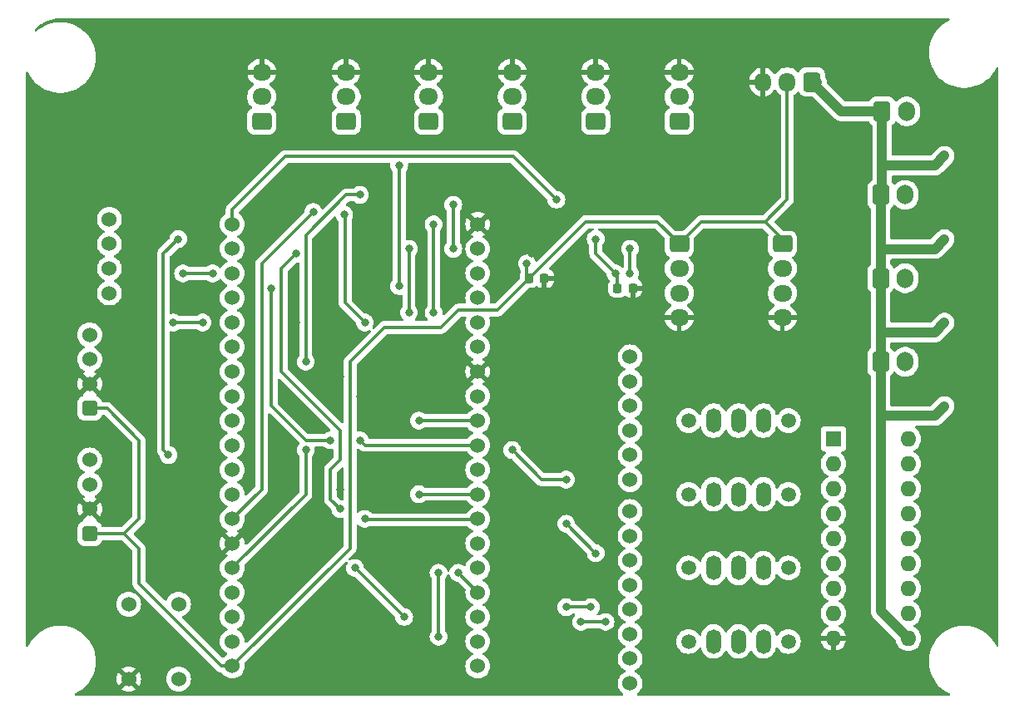
<source format=gbl>
G04 #@! TF.GenerationSoftware,KiCad,Pcbnew,8.0.4*
G04 #@! TF.CreationDate,2024-09-04T05:55:02+09:00*
G04 #@! TF.ProjectId,circuit-esp32-base,63697263-7569-4742-9d65-737033322d62,rev?*
G04 #@! TF.SameCoordinates,Original*
G04 #@! TF.FileFunction,Copper,L2,Bot*
G04 #@! TF.FilePolarity,Positive*
%FSLAX46Y46*%
G04 Gerber Fmt 4.6, Leading zero omitted, Abs format (unit mm)*
G04 Created by KiCad (PCBNEW 8.0.4) date 2024-09-04 05:55:02*
%MOMM*%
%LPD*%
G01*
G04 APERTURE LIST*
G04 Aperture macros list*
%AMRoundRect*
0 Rectangle with rounded corners*
0 $1 Rounding radius*
0 $2 $3 $4 $5 $6 $7 $8 $9 X,Y pos of 4 corners*
0 Add a 4 corners polygon primitive as box body*
4,1,4,$2,$3,$4,$5,$6,$7,$8,$9,$2,$3,0*
0 Add four circle primitives for the rounded corners*
1,1,$1+$1,$2,$3*
1,1,$1+$1,$4,$5*
1,1,$1+$1,$6,$7*
1,1,$1+$1,$8,$9*
0 Add four rect primitives between the rounded corners*
20,1,$1+$1,$2,$3,$4,$5,0*
20,1,$1+$1,$4,$5,$6,$7,0*
20,1,$1+$1,$6,$7,$8,$9,0*
20,1,$1+$1,$8,$9,$2,$3,0*%
G04 Aperture macros list end*
G04 #@! TA.AperFunction,ComponentPad*
%ADD10RoundRect,0.250000X0.725000X-0.600000X0.725000X0.600000X-0.725000X0.600000X-0.725000X-0.600000X0*%
G04 #@! TD*
G04 #@! TA.AperFunction,ComponentPad*
%ADD11O,1.950000X1.700000*%
G04 #@! TD*
G04 #@! TA.AperFunction,ComponentPad*
%ADD12RoundRect,0.250000X-0.725000X0.600000X-0.725000X-0.600000X0.725000X-0.600000X0.725000X0.600000X0*%
G04 #@! TD*
G04 #@! TA.AperFunction,ComponentPad*
%ADD13O,1.500000X2.500000*%
G04 #@! TD*
G04 #@! TA.AperFunction,ComponentPad*
%ADD14C,1.500000*%
G04 #@! TD*
G04 #@! TA.AperFunction,ComponentPad*
%ADD15C,1.524000*%
G04 #@! TD*
G04 #@! TA.AperFunction,ComponentPad*
%ADD16RoundRect,0.250000X-0.600000X-0.750000X0.600000X-0.750000X0.600000X0.750000X-0.600000X0.750000X0*%
G04 #@! TD*
G04 #@! TA.AperFunction,ComponentPad*
%ADD17O,1.700000X2.000000*%
G04 #@! TD*
G04 #@! TA.AperFunction,ComponentPad*
%ADD18RoundRect,0.250000X0.512000X-0.512000X0.512000X0.512000X-0.512000X0.512000X-0.512000X-0.512000X0*%
G04 #@! TD*
G04 #@! TA.AperFunction,ComponentPad*
%ADD19R,1.600000X1.600000*%
G04 #@! TD*
G04 #@! TA.AperFunction,ComponentPad*
%ADD20O,1.600000X1.600000*%
G04 #@! TD*
G04 #@! TA.AperFunction,ComponentPad*
%ADD21RoundRect,0.250000X0.600000X0.725000X-0.600000X0.725000X-0.600000X-0.725000X0.600000X-0.725000X0*%
G04 #@! TD*
G04 #@! TA.AperFunction,ComponentPad*
%ADD22O,1.700000X1.950000*%
G04 #@! TD*
G04 #@! TA.AperFunction,SMDPad,CuDef*
%ADD23RoundRect,0.225000X-0.225000X-0.250000X0.225000X-0.250000X0.225000X0.250000X-0.225000X0.250000X0*%
G04 #@! TD*
G04 #@! TA.AperFunction,ViaPad*
%ADD24C,0.800000*%
G04 #@! TD*
G04 #@! TA.AperFunction,Conductor*
%ADD25C,0.300000*%
G04 #@! TD*
G04 #@! TA.AperFunction,Conductor*
%ADD26C,1.000000*%
G04 #@! TD*
G04 APERTURE END LIST*
D10*
X124500000Y-90500000D03*
D11*
X124500000Y-88000000D03*
X124500000Y-85500000D03*
D12*
X167000000Y-103000000D03*
D11*
X167000000Y-105500000D03*
X167000000Y-108000000D03*
X167000000Y-110500000D03*
D10*
X150000000Y-90500000D03*
D11*
X150000000Y-88000000D03*
X150000000Y-85500000D03*
D10*
X158500000Y-90500000D03*
D11*
X158500000Y-88000000D03*
X158500000Y-85500000D03*
D13*
X175580000Y-143500000D03*
X173040000Y-143500000D03*
X170500000Y-143500000D03*
D14*
X178120000Y-143500000D03*
X167960000Y-143500000D03*
D15*
X110960000Y-147310000D03*
X116040000Y-147310000D03*
X110960000Y-139690000D03*
X116040000Y-139690000D03*
X109000000Y-108000000D03*
X109000000Y-105500000D03*
X109000000Y-103000000D03*
X109000000Y-100500000D03*
D13*
X175580000Y-128500000D03*
X173040000Y-128500000D03*
X170500000Y-128500000D03*
D14*
X178120000Y-128500000D03*
X167960000Y-128500000D03*
D15*
X162000000Y-127000000D03*
X162000000Y-124500000D03*
X162000000Y-122000000D03*
X162000000Y-119500000D03*
X162000000Y-117000000D03*
X162000000Y-114500000D03*
D10*
X133100000Y-90500000D03*
D11*
X133100000Y-88000000D03*
X133100000Y-85500000D03*
D12*
X177500000Y-103000000D03*
D11*
X177500000Y-105500000D03*
X177500000Y-108000000D03*
X177500000Y-110500000D03*
D16*
X187500000Y-106500000D03*
D17*
X190000000Y-106500000D03*
D10*
X167000000Y-90500000D03*
D11*
X167000000Y-88000000D03*
X167000000Y-85500000D03*
D10*
X141500000Y-90500000D03*
D11*
X141500000Y-88000000D03*
X141500000Y-85500000D03*
D13*
X175580000Y-136000000D03*
X173040000Y-136000000D03*
X170500000Y-136000000D03*
D14*
X178120000Y-136000000D03*
X167960000Y-136000000D03*
D18*
X107000000Y-119750000D03*
D15*
X107000000Y-117250000D03*
X107000000Y-114750000D03*
X107000000Y-112250000D03*
D16*
X187650000Y-89500000D03*
D17*
X190150000Y-89500000D03*
D15*
X121500000Y-101000000D03*
X121500000Y-103500000D03*
X121500000Y-106000000D03*
X121500000Y-108500000D03*
X121500000Y-111000000D03*
X121500000Y-113500000D03*
X121500000Y-116000000D03*
X121500000Y-118500000D03*
X121500000Y-121000000D03*
X121500000Y-123500000D03*
X121500000Y-126000000D03*
X121500000Y-128500000D03*
X121500000Y-131000000D03*
X121500000Y-133500000D03*
X121500000Y-136000000D03*
X121500000Y-138500000D03*
X121500000Y-141000000D03*
X121500000Y-143500000D03*
X121500000Y-146000000D03*
X146500000Y-101000000D03*
X146500000Y-103500000D03*
X146500000Y-106000000D03*
X146500000Y-108500000D03*
X146500000Y-111000000D03*
X146500000Y-113500000D03*
X146500000Y-116000000D03*
X146500000Y-118500000D03*
X146500000Y-121000000D03*
X146500000Y-123500000D03*
X146500000Y-126000000D03*
X146500000Y-128500000D03*
X146500000Y-131000000D03*
X146500000Y-133500000D03*
X146500000Y-136000000D03*
X146500000Y-138500000D03*
X146500000Y-141000000D03*
X146500000Y-143500000D03*
X146500000Y-146000000D03*
D19*
X182700000Y-122850000D03*
D20*
X182700000Y-125390000D03*
X182700000Y-127930000D03*
X182700000Y-130470000D03*
X182700000Y-133010000D03*
X182700000Y-135550000D03*
X182700000Y-138090000D03*
X182700000Y-140630000D03*
X182700000Y-143170000D03*
X190320000Y-143170000D03*
X190320000Y-140630000D03*
X190320000Y-138090000D03*
X190320000Y-135550000D03*
X190320000Y-133010000D03*
X190320000Y-130470000D03*
X190320000Y-127930000D03*
X190320000Y-125390000D03*
X190320000Y-122850000D03*
D18*
X107000000Y-132500000D03*
D15*
X107000000Y-130000000D03*
X107000000Y-127500000D03*
X107000000Y-125000000D03*
D13*
X175580000Y-121000000D03*
X173040000Y-121000000D03*
X170500000Y-121000000D03*
D14*
X178120000Y-121000000D03*
X167960000Y-121000000D03*
D15*
X162000000Y-130250000D03*
X162000000Y-132750000D03*
X162000000Y-135250000D03*
X162000000Y-137750000D03*
X162000000Y-140250000D03*
X162000000Y-142750000D03*
X162000000Y-145250000D03*
X162000000Y-147750000D03*
D21*
X180500000Y-86500000D03*
D22*
X178000000Y-86500000D03*
X175500000Y-86500000D03*
D16*
X187500000Y-98000000D03*
D17*
X190000000Y-98000000D03*
D16*
X187500000Y-115000000D03*
D17*
X190000000Y-115000000D03*
D23*
X151725000Y-106500000D03*
X153275000Y-106500000D03*
X160725000Y-107500000D03*
X162275000Y-107500000D03*
D24*
X160500000Y-106000000D03*
X158500000Y-102500000D03*
X154500000Y-98500000D03*
X126500000Y-96000000D03*
X140500000Y-125000000D03*
X134500000Y-118500000D03*
X156500000Y-94500000D03*
X166500000Y-131000000D03*
X127500000Y-119000000D03*
X118000000Y-108000000D03*
X104000000Y-95500000D03*
X131500000Y-101500000D03*
X136000000Y-96000000D03*
X113000000Y-102500000D03*
X179000000Y-133500000D03*
X152000000Y-104000000D03*
X154500000Y-110500000D03*
X137000000Y-118500000D03*
X118000000Y-122500000D03*
X125000000Y-137000000D03*
X144500000Y-119500000D03*
X179000000Y-138000000D03*
X102500000Y-131500000D03*
X195500000Y-123000000D03*
X166000000Y-115500000D03*
X196500000Y-134500000D03*
X105500000Y-138000000D03*
X144500000Y-143500000D03*
X141000000Y-116000000D03*
X168500000Y-94500000D03*
X182000000Y-103000000D03*
X152000000Y-132500000D03*
X154500000Y-145000000D03*
X152500000Y-118000000D03*
X132500000Y-128000000D03*
X172000000Y-97000000D03*
X128000000Y-111000000D03*
X155000000Y-123500000D03*
X180000000Y-127500000D03*
X167500000Y-147500000D03*
X160000000Y-103000000D03*
X179500000Y-124000000D03*
X126000000Y-123000000D03*
X117500000Y-90000000D03*
X118500000Y-133500000D03*
X111000000Y-84500000D03*
X157500000Y-136000000D03*
X113000000Y-108500000D03*
X153500000Y-135000000D03*
X151500000Y-121000000D03*
X180500000Y-115500000D03*
X116000000Y-97000000D03*
X136500000Y-92500000D03*
X185500000Y-127500000D03*
X118000000Y-117000000D03*
X170000000Y-115500000D03*
X186000000Y-142500000D03*
X131500000Y-144500000D03*
X118000000Y-104500000D03*
X144000000Y-132500000D03*
X148000000Y-95500000D03*
X151000000Y-141000000D03*
X103000000Y-105500000D03*
X138000000Y-128500000D03*
X110500000Y-89500000D03*
X111000000Y-118500000D03*
X158500000Y-138500000D03*
X158000000Y-98000000D03*
X186000000Y-124000000D03*
X141000000Y-141000000D03*
X140500000Y-99500000D03*
X125000000Y-130500000D03*
X137000000Y-134500000D03*
X130000000Y-96000000D03*
X144000000Y-141000000D03*
X149500000Y-105000000D03*
X165000000Y-136000000D03*
X132500000Y-116500000D03*
X131500000Y-109000000D03*
X182000000Y-81000000D03*
X158000000Y-125500000D03*
X102000000Y-118500000D03*
X151500000Y-105000000D03*
X194000000Y-94025000D03*
X194000000Y-119525000D03*
X194000000Y-111025000D03*
X194000000Y-102525000D03*
X144500000Y-136500000D03*
X142000000Y-101000000D03*
X142000000Y-110000000D03*
X129750000Y-99750000D03*
X159500000Y-141500000D03*
X134000000Y-136000000D03*
X139000000Y-141000000D03*
X157000000Y-141500000D03*
X142500000Y-136500000D03*
X142500000Y-143000000D03*
X155500000Y-131500000D03*
X132500000Y-130000000D03*
X128000000Y-104000000D03*
X135000000Y-131000000D03*
X158500000Y-134500000D03*
X134500000Y-98000000D03*
X129000000Y-115000000D03*
X129000000Y-124000000D03*
X158000000Y-140000000D03*
X155500000Y-140000000D03*
X132900000Y-100000000D03*
X140500000Y-128500000D03*
X135000000Y-111000000D03*
X144000000Y-99000000D03*
X144000000Y-103500000D03*
X138500000Y-107300000D03*
X138500000Y-95000000D03*
X140500000Y-121000000D03*
X139500000Y-110000000D03*
X139500000Y-103500000D03*
X134500000Y-123000000D03*
X150000000Y-124000000D03*
X131500000Y-123000000D03*
X125500000Y-107500000D03*
X155500000Y-127000000D03*
X162000000Y-106000000D03*
X162000000Y-103500000D03*
X116500000Y-106000000D03*
X119500000Y-106000000D03*
X118500000Y-111000000D03*
X115500000Y-111000000D03*
X116000000Y-102500000D03*
X115000000Y-124500000D03*
D25*
X160725000Y-107500000D02*
X160725000Y-106225000D01*
X154500000Y-98500000D02*
X150100000Y-94100000D01*
X121500000Y-99500000D02*
X121500000Y-101000000D01*
X160500000Y-106000000D02*
X158500000Y-104000000D01*
X150100000Y-94100000D02*
X126900000Y-94100000D01*
X160725000Y-106225000D02*
X160500000Y-106000000D01*
X126900000Y-94100000D02*
X121500000Y-99500000D01*
X158500000Y-104000000D02*
X158500000Y-102500000D01*
X133500000Y-115000000D02*
X133500000Y-134000000D01*
X137000000Y-111500000D02*
X133500000Y-115000000D01*
X178000000Y-98500000D02*
X175750000Y-100750000D01*
X121500000Y-146000000D02*
X120422370Y-146000000D01*
X175750000Y-100750000D02*
X177500000Y-102500000D01*
X112000000Y-137577630D02*
X112000000Y-134000000D01*
X108750000Y-119750000D02*
X107000000Y-119750000D01*
X142727989Y-111500000D02*
X137000000Y-111500000D01*
X133500000Y-134000000D02*
X121500000Y-146000000D01*
X167000000Y-103000000D02*
X164750000Y-100750000D01*
X112000000Y-131000000D02*
X112000000Y-123000000D01*
X110500000Y-132500000D02*
X112000000Y-131000000D01*
X107000000Y-132500000D02*
X110500000Y-132500000D01*
X151725000Y-106500000D02*
X148497011Y-109727989D01*
X164750000Y-100750000D02*
X157475000Y-100750000D01*
X178000000Y-86500000D02*
X178000000Y-98500000D01*
X169250000Y-100750000D02*
X167000000Y-103000000D01*
X148497011Y-109727989D02*
X144500000Y-109727989D01*
X144500000Y-109727989D02*
X142727989Y-111500000D01*
X177500000Y-102500000D02*
X177500000Y-103000000D01*
X120422370Y-146000000D02*
X112000000Y-137577630D01*
X151500000Y-105000000D02*
X151500000Y-106275000D01*
X157475000Y-100750000D02*
X151725000Y-106500000D01*
X110500000Y-132500000D02*
X112000000Y-134000000D01*
X151500000Y-106275000D02*
X151725000Y-106500000D01*
X112000000Y-123000000D02*
X108750000Y-119750000D01*
X175750000Y-100750000D02*
X169250000Y-100750000D01*
D26*
X187650000Y-89500000D02*
X183500000Y-89500000D01*
X193000000Y-120525000D02*
X187500000Y-120525000D01*
X180500000Y-86500000D02*
X181000000Y-86500000D01*
X193000000Y-103525000D02*
X187500000Y-103525000D01*
X194000000Y-119525000D02*
X193000000Y-120525000D01*
X187500000Y-140350000D02*
X187500000Y-120525000D01*
X187650000Y-97850000D02*
X187500000Y-98000000D01*
X194000000Y-111025000D02*
X193000000Y-112025000D01*
X194000000Y-102525000D02*
X193000000Y-103525000D01*
X187500000Y-112025000D02*
X187500000Y-115000000D01*
X187650000Y-89500000D02*
X187650000Y-95025000D01*
X187500000Y-140350000D02*
X190320000Y-143170000D01*
X194000000Y-94025000D02*
X193000000Y-95025000D01*
X187500000Y-98000000D02*
X187500000Y-103525000D01*
X183500000Y-89500000D02*
X180500000Y-86500000D01*
X193000000Y-95025000D02*
X187650000Y-95025000D01*
X193000000Y-112025000D02*
X187500000Y-112025000D01*
X187500000Y-106500000D02*
X187500000Y-112025000D01*
X187500000Y-103525000D02*
X187500000Y-106500000D01*
X187500000Y-115000000D02*
X187500000Y-120525000D01*
X187650000Y-95025000D02*
X187650000Y-97850000D01*
D25*
X144500000Y-136500000D02*
X146500000Y-138500000D01*
X142000000Y-101000000D02*
X142000000Y-110000000D01*
X129750000Y-99750000D02*
X124500000Y-105000000D01*
X124500000Y-128000000D02*
X121500000Y-131000000D01*
X124500000Y-105000000D02*
X124500000Y-128000000D01*
X139000000Y-141000000D02*
X134000000Y-136000000D01*
X159500000Y-141500000D02*
X157000000Y-141500000D01*
X142500000Y-143000000D02*
X142500000Y-136500000D01*
X131500000Y-126000000D02*
X131500000Y-129000000D01*
X126500000Y-105500000D02*
X126500000Y-116000000D01*
X135000000Y-131000000D02*
X135100000Y-131100000D01*
X131500000Y-129000000D02*
X132500000Y-130000000D01*
X132500000Y-122000000D02*
X132500000Y-125000000D01*
X126500000Y-116000000D02*
X132500000Y-122000000D01*
X155500000Y-131500000D02*
X158500000Y-134500000D01*
X132500000Y-125000000D02*
X131500000Y-126000000D01*
X128000000Y-104000000D02*
X126500000Y-105500000D01*
X146400000Y-131100000D02*
X146500000Y-131000000D01*
X135100000Y-131100000D02*
X146400000Y-131100000D01*
X129000000Y-124000000D02*
X129000000Y-128500000D01*
X129000000Y-128500000D02*
X121500000Y-136000000D01*
X134500000Y-98000000D02*
X133125000Y-98000000D01*
X129000000Y-102125000D02*
X129000000Y-115000000D01*
X158000000Y-140000000D02*
X155500000Y-140000000D01*
X133125000Y-98000000D02*
X129000000Y-102125000D01*
X133000000Y-100100000D02*
X133000000Y-109000000D01*
X133000000Y-109000000D02*
X135000000Y-111000000D01*
X140500000Y-128500000D02*
X146500000Y-128500000D01*
X132900000Y-100000000D02*
X133000000Y-100100000D01*
X144000000Y-99000000D02*
X144000000Y-103500000D01*
X138500000Y-95000000D02*
X138500000Y-107300000D01*
X140500000Y-121000000D02*
X146500000Y-121000000D01*
X139500000Y-103500000D02*
X139500000Y-110000000D01*
X150000000Y-124000000D02*
X153000000Y-127000000D01*
X135000000Y-123500000D02*
X146500000Y-123500000D01*
X125500000Y-107500000D02*
X125500000Y-119500000D01*
X125500000Y-119500000D02*
X129000000Y-123000000D01*
X153000000Y-127000000D02*
X155500000Y-127000000D01*
X129000000Y-123000000D02*
X131500000Y-123000000D01*
X134500000Y-123000000D02*
X135000000Y-123500000D01*
X162000000Y-103500000D02*
X162000000Y-106000000D01*
X116500000Y-106000000D02*
X119500000Y-106000000D01*
X115500000Y-111000000D02*
X118500000Y-111000000D01*
X114500000Y-104000000D02*
X116000000Y-102500000D01*
X114500000Y-124000000D02*
X114500000Y-104000000D01*
X115000000Y-124500000D02*
X114500000Y-124000000D01*
G04 #@! TA.AperFunction,Conductor*
G36*
X130890064Y-123670185D02*
G01*
X130895910Y-123674182D01*
X131047265Y-123784148D01*
X131047270Y-123784151D01*
X131220192Y-123861142D01*
X131220197Y-123861144D01*
X131405354Y-123900500D01*
X131405355Y-123900500D01*
X131594644Y-123900500D01*
X131594646Y-123900500D01*
X131699719Y-123878166D01*
X131769386Y-123883482D01*
X131825120Y-123925619D01*
X131849225Y-123991199D01*
X131849500Y-123999456D01*
X131849500Y-124679191D01*
X131829815Y-124746230D01*
X131813181Y-124766872D01*
X130994727Y-125585325D01*
X130994724Y-125585328D01*
X130949731Y-125652665D01*
X130949732Y-125652666D01*
X130923534Y-125691874D01*
X130874499Y-125810255D01*
X130874497Y-125810261D01*
X130849500Y-125935928D01*
X130849500Y-125935931D01*
X130849500Y-129064069D01*
X130866693Y-129150500D01*
X130874480Y-129189647D01*
X130874499Y-129189744D01*
X130923017Y-129306878D01*
X130923535Y-129308127D01*
X130962598Y-129366590D01*
X130994726Y-129414673D01*
X130994727Y-129414674D01*
X131565191Y-129985137D01*
X131598676Y-130046460D01*
X131600830Y-130059851D01*
X131614326Y-130188256D01*
X131614327Y-130188259D01*
X131672818Y-130368277D01*
X131672821Y-130368284D01*
X131767467Y-130532216D01*
X131894129Y-130672888D01*
X132047265Y-130784148D01*
X132047270Y-130784151D01*
X132220192Y-130861142D01*
X132220197Y-130861144D01*
X132405354Y-130900500D01*
X132405355Y-130900500D01*
X132594644Y-130900500D01*
X132594646Y-130900500D01*
X132699719Y-130878166D01*
X132769386Y-130883482D01*
X132825120Y-130925619D01*
X132849225Y-130991199D01*
X132849500Y-130999456D01*
X132849500Y-133679191D01*
X132829815Y-133746230D01*
X132813181Y-133766872D01*
X122978241Y-143601811D01*
X122916918Y-143635296D01*
X122847226Y-143630312D01*
X122791293Y-143588440D01*
X122766876Y-143522976D01*
X122767031Y-143503327D01*
X122767323Y-143500000D01*
X122748070Y-143279932D01*
X122690894Y-143066550D01*
X122597534Y-142866339D01*
X122497639Y-142723673D01*
X122470827Y-142685381D01*
X122417161Y-142631715D01*
X122314620Y-142529174D01*
X122314616Y-142529171D01*
X122314615Y-142529170D01*
X122133666Y-142402468D01*
X122133658Y-142402464D01*
X122047701Y-142362382D01*
X121995261Y-142316210D01*
X121976109Y-142249017D01*
X121996324Y-142182136D01*
X122047701Y-142137618D01*
X122133662Y-142097534D01*
X122314620Y-141970826D01*
X122470826Y-141814620D01*
X122597534Y-141633662D01*
X122690894Y-141433450D01*
X122748070Y-141220068D01*
X122767323Y-141000000D01*
X122766254Y-140987785D01*
X122754156Y-140849500D01*
X122748070Y-140779932D01*
X122690894Y-140566550D01*
X122597534Y-140366339D01*
X122492162Y-140215851D01*
X122470827Y-140185381D01*
X122408891Y-140123445D01*
X122314620Y-140029174D01*
X122314616Y-140029171D01*
X122314615Y-140029170D01*
X122133666Y-139902468D01*
X122133658Y-139902464D01*
X122047701Y-139862382D01*
X121995261Y-139816210D01*
X121976109Y-139749017D01*
X121996324Y-139682136D01*
X122047701Y-139637618D01*
X122060360Y-139631715D01*
X122133662Y-139597534D01*
X122314620Y-139470826D01*
X122470826Y-139314620D01*
X122597534Y-139133662D01*
X122690894Y-138933450D01*
X122748070Y-138720068D01*
X122767323Y-138500000D01*
X122748070Y-138279932D01*
X122690894Y-138066550D01*
X122597534Y-137866339D01*
X122470826Y-137685380D01*
X122314620Y-137529174D01*
X122314616Y-137529171D01*
X122314615Y-137529170D01*
X122133666Y-137402468D01*
X122133658Y-137402464D01*
X122047701Y-137362382D01*
X121995261Y-137316210D01*
X121976109Y-137249017D01*
X121996324Y-137182136D01*
X122047701Y-137137618D01*
X122133662Y-137097534D01*
X122314620Y-136970826D01*
X122470826Y-136814620D01*
X122597534Y-136633662D01*
X122690894Y-136433450D01*
X122748070Y-136220068D01*
X122767323Y-136000000D01*
X122767016Y-135996496D01*
X122757145Y-135883662D01*
X122748070Y-135779932D01*
X122743765Y-135763866D01*
X122745424Y-135694017D01*
X122775855Y-135644089D01*
X129505277Y-128914669D01*
X129576465Y-128808127D01*
X129592614Y-128769139D01*
X129625501Y-128689744D01*
X129637323Y-128630312D01*
X129650500Y-128564071D01*
X129650500Y-124670921D01*
X129670185Y-124603882D01*
X129682351Y-124587948D01*
X129732533Y-124532216D01*
X129827179Y-124368284D01*
X129885674Y-124188256D01*
X129905460Y-124000000D01*
X129885674Y-123811744D01*
X129885671Y-123811737D01*
X129884322Y-123805383D01*
X129885801Y-123805068D01*
X129884028Y-123742976D01*
X129920109Y-123683144D01*
X129982810Y-123652316D01*
X130003954Y-123650500D01*
X130823025Y-123650500D01*
X130890064Y-123670185D01*
G37*
G04 #@! TD.AperFunction*
G04 #@! TA.AperFunction,Conductor*
G36*
X125355703Y-120276095D02*
G01*
X125362181Y-120282127D01*
X128317099Y-123237045D01*
X128350584Y-123298368D01*
X128345600Y-123368060D01*
X128321568Y-123407698D01*
X128267466Y-123467784D01*
X128172821Y-123631715D01*
X128172818Y-123631722D01*
X128115183Y-123809106D01*
X128114326Y-123811744D01*
X128094540Y-124000000D01*
X128114326Y-124188256D01*
X128116292Y-124194309D01*
X128172818Y-124368277D01*
X128172821Y-124368284D01*
X128267466Y-124532215D01*
X128317649Y-124587948D01*
X128347880Y-124650940D01*
X128349500Y-124670921D01*
X128349500Y-128179191D01*
X128329815Y-128246230D01*
X128313181Y-128266872D01*
X122977691Y-133602360D01*
X122916368Y-133635845D01*
X122846676Y-133630861D01*
X122790743Y-133588989D01*
X122766326Y-133523525D01*
X122766482Y-133503866D01*
X122766820Y-133499996D01*
X122747575Y-133280023D01*
X122747573Y-133280013D01*
X122690424Y-133066729D01*
X122690420Y-133066720D01*
X122597096Y-132866586D01*
X122551741Y-132801811D01*
X122551740Y-132801810D01*
X121881000Y-133472551D01*
X121881000Y-133449840D01*
X121855036Y-133352939D01*
X121804876Y-133266060D01*
X121733940Y-133195124D01*
X121647061Y-133144964D01*
X121550160Y-133119000D01*
X121527448Y-133119000D01*
X122198188Y-132448259D01*
X122198187Y-132448258D01*
X122133411Y-132402901D01*
X122133405Y-132402898D01*
X122047109Y-132362658D01*
X121994669Y-132316486D01*
X121975517Y-132249293D01*
X121995732Y-132182412D01*
X122047109Y-132137894D01*
X122047701Y-132137618D01*
X122133662Y-132097534D01*
X122314620Y-131970826D01*
X122470826Y-131814620D01*
X122597534Y-131633662D01*
X122690894Y-131433450D01*
X122748070Y-131220068D01*
X122767323Y-131000000D01*
X122767275Y-130999456D01*
X122763320Y-130954246D01*
X122748070Y-130779932D01*
X122743765Y-130763866D01*
X122745424Y-130694017D01*
X122775855Y-130644089D01*
X125005277Y-128414669D01*
X125076465Y-128308127D01*
X125088144Y-128279932D01*
X125125501Y-128189744D01*
X125143843Y-128097534D01*
X125150500Y-128064071D01*
X125150500Y-120369808D01*
X125170185Y-120302769D01*
X125222989Y-120257014D01*
X125292147Y-120247070D01*
X125355703Y-120276095D01*
G37*
G04 #@! TD.AperFunction*
G04 #@! TA.AperFunction,Conductor*
G36*
X134300274Y-123878164D02*
G01*
X134405354Y-123900500D01*
X134429192Y-123900500D01*
X134496231Y-123920185D01*
X134516868Y-123936814D01*
X134585331Y-124005277D01*
X134670109Y-124061923D01*
X134670110Y-124061924D01*
X134670109Y-124061924D01*
X134691871Y-124076464D01*
X134691872Y-124076464D01*
X134691873Y-124076465D01*
X134810256Y-124125501D01*
X134810260Y-124125501D01*
X134810261Y-124125502D01*
X134935928Y-124150500D01*
X134935931Y-124150500D01*
X135064069Y-124150500D01*
X145349706Y-124150500D01*
X145416745Y-124170185D01*
X145451281Y-124203377D01*
X145529170Y-124314615D01*
X145529175Y-124314621D01*
X145685378Y-124470824D01*
X145685384Y-124470829D01*
X145866333Y-124597531D01*
X145866335Y-124597532D01*
X145866338Y-124597534D01*
X145921641Y-124623322D01*
X145952299Y-124637618D01*
X146004738Y-124683790D01*
X146023890Y-124750984D01*
X146003674Y-124817865D01*
X145952299Y-124862382D01*
X145866340Y-124902465D01*
X145866338Y-124902466D01*
X145685377Y-125029175D01*
X145529175Y-125185377D01*
X145402466Y-125366338D01*
X145402465Y-125366340D01*
X145309107Y-125566548D01*
X145309104Y-125566554D01*
X145251930Y-125779929D01*
X145251929Y-125779937D01*
X145232677Y-125999997D01*
X145232677Y-126000002D01*
X145251929Y-126220062D01*
X145251930Y-126220070D01*
X145309104Y-126433445D01*
X145309105Y-126433447D01*
X145309106Y-126433450D01*
X145371171Y-126566550D01*
X145402466Y-126633662D01*
X145402468Y-126633666D01*
X145529170Y-126814615D01*
X145529175Y-126814621D01*
X145685378Y-126970824D01*
X145685384Y-126970829D01*
X145866333Y-127097531D01*
X145866335Y-127097532D01*
X145866338Y-127097534D01*
X145952299Y-127137618D01*
X146004738Y-127183790D01*
X146023890Y-127250984D01*
X146003674Y-127317865D01*
X145952299Y-127362382D01*
X145866340Y-127402465D01*
X145866338Y-127402466D01*
X145685377Y-127529175D01*
X145529175Y-127685377D01*
X145451281Y-127796623D01*
X145396704Y-127840248D01*
X145349706Y-127849500D01*
X141176975Y-127849500D01*
X141109936Y-127829815D01*
X141104090Y-127825818D01*
X140952734Y-127715851D01*
X140952729Y-127715848D01*
X140779807Y-127638857D01*
X140779802Y-127638855D01*
X140634001Y-127607865D01*
X140594646Y-127599500D01*
X140405354Y-127599500D01*
X140372897Y-127606398D01*
X140220197Y-127638855D01*
X140220192Y-127638857D01*
X140047270Y-127715848D01*
X140047265Y-127715851D01*
X139894129Y-127827111D01*
X139767466Y-127967785D01*
X139672821Y-128131715D01*
X139672818Y-128131722D01*
X139615502Y-128308125D01*
X139614326Y-128311744D01*
X139594540Y-128500000D01*
X139614326Y-128688256D01*
X139615183Y-128690894D01*
X139672818Y-128868277D01*
X139672821Y-128868284D01*
X139767467Y-129032216D01*
X139874153Y-129150702D01*
X139894129Y-129172888D01*
X140047265Y-129284148D01*
X140047270Y-129284151D01*
X140220192Y-129361142D01*
X140220197Y-129361144D01*
X140405354Y-129400500D01*
X140405355Y-129400500D01*
X140594644Y-129400500D01*
X140594646Y-129400500D01*
X140779803Y-129361144D01*
X140952730Y-129284151D01*
X141104090Y-129174182D01*
X141169896Y-129150702D01*
X141176975Y-129150500D01*
X145349706Y-129150500D01*
X145416745Y-129170185D01*
X145451281Y-129203377D01*
X145529170Y-129314615D01*
X145529175Y-129314621D01*
X145685378Y-129470824D01*
X145685384Y-129470829D01*
X145866333Y-129597531D01*
X145866335Y-129597532D01*
X145866338Y-129597534D01*
X145952299Y-129637618D01*
X146004738Y-129683790D01*
X146023890Y-129750984D01*
X146003674Y-129817865D01*
X145952299Y-129862382D01*
X145866340Y-129902465D01*
X145866338Y-129902466D01*
X145685377Y-130029175D01*
X145529175Y-130185377D01*
X145402465Y-130366340D01*
X145397071Y-130377908D01*
X145350897Y-130430346D01*
X145284690Y-130449500D01*
X135771278Y-130449500D01*
X135704239Y-130429815D01*
X135679128Y-130408472D01*
X135642942Y-130368284D01*
X135605871Y-130327112D01*
X135575266Y-130304876D01*
X135452734Y-130215851D01*
X135452729Y-130215848D01*
X135279807Y-130138857D01*
X135279802Y-130138855D01*
X135134001Y-130107865D01*
X135094646Y-130099500D01*
X134905354Y-130099500D01*
X134872897Y-130106398D01*
X134720197Y-130138855D01*
X134720192Y-130138857D01*
X134547270Y-130215848D01*
X134547265Y-130215851D01*
X134394129Y-130327111D01*
X134394128Y-130327112D01*
X134366649Y-130357631D01*
X134307162Y-130394279D01*
X134237305Y-130392948D01*
X134179257Y-130354061D01*
X134151448Y-130289964D01*
X134150500Y-130274658D01*
X134150500Y-123999456D01*
X134170185Y-123932417D01*
X134222989Y-123886662D01*
X134292147Y-123876718D01*
X134300274Y-123878164D01*
G37*
G04 #@! TD.AperFunction*
G04 #@! TA.AperFunction,Conductor*
G36*
X132768834Y-125753626D02*
G01*
X132824767Y-125795498D01*
X132849184Y-125860962D01*
X132849500Y-125869808D01*
X132849500Y-129000543D01*
X132829815Y-129067582D01*
X132777011Y-129113337D01*
X132707853Y-129123281D01*
X132699720Y-129121834D01*
X132684632Y-129118627D01*
X132594646Y-129099500D01*
X132594642Y-129099500D01*
X132570808Y-129099500D01*
X132503769Y-129079815D01*
X132483127Y-129063181D01*
X132186819Y-128766873D01*
X132153334Y-128705550D01*
X132150500Y-128679192D01*
X132150500Y-126320808D01*
X132170185Y-126253769D01*
X132186819Y-126233127D01*
X132637819Y-125782127D01*
X132699142Y-125748642D01*
X132768834Y-125753626D01*
G37*
G04 #@! TD.AperFunction*
G04 #@! TA.AperFunction,Conductor*
G36*
X137550087Y-94770185D02*
G01*
X137595842Y-94822989D01*
X137606368Y-94887457D01*
X137594540Y-95000000D01*
X137614326Y-95188256D01*
X137614327Y-95188259D01*
X137672818Y-95368277D01*
X137672821Y-95368284D01*
X137767466Y-95532215D01*
X137817649Y-95587948D01*
X137847880Y-95650940D01*
X137849500Y-95670921D01*
X137849500Y-106629078D01*
X137829815Y-106696117D01*
X137817650Y-106712050D01*
X137767466Y-106767785D01*
X137672821Y-106931715D01*
X137672818Y-106931722D01*
X137614327Y-107111740D01*
X137614326Y-107111744D01*
X137594540Y-107300000D01*
X137614326Y-107488256D01*
X137614327Y-107488259D01*
X137672818Y-107668277D01*
X137672821Y-107668284D01*
X137767467Y-107832216D01*
X137889049Y-107967246D01*
X137894129Y-107972888D01*
X138047265Y-108084148D01*
X138047270Y-108084151D01*
X138220192Y-108161142D01*
X138220197Y-108161144D01*
X138405354Y-108200500D01*
X138405355Y-108200500D01*
X138594644Y-108200500D01*
X138594646Y-108200500D01*
X138699719Y-108178166D01*
X138769386Y-108183482D01*
X138825120Y-108225619D01*
X138849225Y-108291199D01*
X138849500Y-108299456D01*
X138849500Y-109329078D01*
X138829815Y-109396117D01*
X138817650Y-109412050D01*
X138767466Y-109467785D01*
X138672821Y-109631715D01*
X138672818Y-109631722D01*
X138615183Y-109809106D01*
X138614326Y-109811744D01*
X138594540Y-110000000D01*
X138614326Y-110188256D01*
X138614327Y-110188259D01*
X138672818Y-110368277D01*
X138672821Y-110368284D01*
X138767467Y-110532216D01*
X138857063Y-110631722D01*
X138866793Y-110642528D01*
X138897023Y-110705519D01*
X138888398Y-110774854D01*
X138843657Y-110828520D01*
X138777004Y-110849478D01*
X138774643Y-110849500D01*
X136935929Y-110849500D01*
X136810261Y-110874497D01*
X136810255Y-110874499D01*
X136691870Y-110923535D01*
X136585331Y-110994722D01*
X136585324Y-110994728D01*
X135967823Y-111612229D01*
X135906500Y-111645714D01*
X135836808Y-111640730D01*
X135780875Y-111598858D01*
X135756458Y-111533394D01*
X135771310Y-111465121D01*
X135772727Y-111462596D01*
X135827179Y-111368284D01*
X135885674Y-111188256D01*
X135905460Y-111000000D01*
X135885674Y-110811744D01*
X135827179Y-110631716D01*
X135732533Y-110467784D01*
X135605871Y-110327112D01*
X135567876Y-110299507D01*
X135452734Y-110215851D01*
X135452729Y-110215848D01*
X135279807Y-110138857D01*
X135279802Y-110138855D01*
X135104610Y-110101618D01*
X135094646Y-110099500D01*
X135094645Y-110099500D01*
X135070807Y-110099500D01*
X135003768Y-110079815D01*
X134983126Y-110063181D01*
X133686819Y-108766873D01*
X133653334Y-108705550D01*
X133650500Y-108679192D01*
X133650500Y-100534321D01*
X133667113Y-100472321D01*
X133669732Y-100467785D01*
X133727179Y-100368284D01*
X133785674Y-100188256D01*
X133805460Y-100000000D01*
X133785674Y-99811744D01*
X133727179Y-99631716D01*
X133632533Y-99467784D01*
X133505871Y-99327112D01*
X133505870Y-99327111D01*
X133352734Y-99215851D01*
X133352729Y-99215848D01*
X133179807Y-99138857D01*
X133179803Y-99138855D01*
X133177452Y-99138356D01*
X133176224Y-99137693D01*
X133173626Y-99136849D01*
X133173780Y-99136373D01*
X133115972Y-99105159D01*
X133082199Y-99043994D01*
X133086856Y-98974280D01*
X133115557Y-98929388D01*
X133358127Y-98686819D01*
X133419450Y-98653334D01*
X133445808Y-98650500D01*
X133823025Y-98650500D01*
X133890064Y-98670185D01*
X133895910Y-98674182D01*
X134047265Y-98784148D01*
X134047270Y-98784151D01*
X134220192Y-98861142D01*
X134220197Y-98861144D01*
X134405354Y-98900500D01*
X134405355Y-98900500D01*
X134594644Y-98900500D01*
X134594646Y-98900500D01*
X134779803Y-98861144D01*
X134952730Y-98784151D01*
X135105871Y-98672888D01*
X135232533Y-98532216D01*
X135327179Y-98368284D01*
X135385674Y-98188256D01*
X135405460Y-98000000D01*
X135385674Y-97811744D01*
X135327179Y-97631716D01*
X135232533Y-97467784D01*
X135105871Y-97327112D01*
X135104090Y-97325818D01*
X134952734Y-97215851D01*
X134952729Y-97215848D01*
X134779807Y-97138857D01*
X134779802Y-97138855D01*
X134634001Y-97107865D01*
X134594646Y-97099500D01*
X134405354Y-97099500D01*
X134372897Y-97106398D01*
X134220197Y-97138855D01*
X134220192Y-97138857D01*
X134047270Y-97215848D01*
X134047265Y-97215851D01*
X133895910Y-97325818D01*
X133830104Y-97349298D01*
X133823025Y-97349500D01*
X133060929Y-97349500D01*
X132935261Y-97374497D01*
X132935255Y-97374499D01*
X132816874Y-97423534D01*
X132710326Y-97494726D01*
X130780589Y-99424463D01*
X130719266Y-99457948D01*
X130649574Y-99452964D01*
X130593641Y-99411092D01*
X130579630Y-99387221D01*
X130577179Y-99381716D01*
X130545653Y-99327111D01*
X130482533Y-99217784D01*
X130355871Y-99077112D01*
X130355870Y-99077111D01*
X130202734Y-98965851D01*
X130202729Y-98965848D01*
X130029807Y-98888857D01*
X130029802Y-98888855D01*
X129881041Y-98857236D01*
X129844646Y-98849500D01*
X129655354Y-98849500D01*
X129622897Y-98856398D01*
X129470197Y-98888855D01*
X129470192Y-98888857D01*
X129297270Y-98965848D01*
X129297265Y-98965851D01*
X129144129Y-99077111D01*
X129017466Y-99217785D01*
X128922821Y-99381715D01*
X128922818Y-99381722D01*
X128873920Y-99532216D01*
X128864326Y-99561744D01*
X128850831Y-99690143D01*
X128824246Y-99754758D01*
X128815191Y-99764862D01*
X123994727Y-104585325D01*
X123994726Y-104585326D01*
X123994723Y-104585331D01*
X123949926Y-104652376D01*
X123936730Y-104672124D01*
X123923535Y-104691872D01*
X123923533Y-104691875D01*
X123874499Y-104810255D01*
X123874497Y-104810261D01*
X123849500Y-104935928D01*
X123849500Y-127679191D01*
X123829815Y-127746230D01*
X123813181Y-127766872D01*
X122978241Y-128601811D01*
X122916918Y-128635296D01*
X122847226Y-128630312D01*
X122791293Y-128588440D01*
X122766876Y-128522976D01*
X122767031Y-128503327D01*
X122767323Y-128500000D01*
X122748070Y-128279932D01*
X122690894Y-128066550D01*
X122597534Y-127866339D01*
X122495115Y-127720068D01*
X122470827Y-127685381D01*
X122410946Y-127625500D01*
X122314620Y-127529174D01*
X122314616Y-127529171D01*
X122314615Y-127529170D01*
X122133666Y-127402468D01*
X122133658Y-127402464D01*
X122047701Y-127362382D01*
X121995261Y-127316210D01*
X121976109Y-127249017D01*
X121996324Y-127182136D01*
X122047701Y-127137618D01*
X122133662Y-127097534D01*
X122314620Y-126970826D01*
X122470826Y-126814620D01*
X122597534Y-126633662D01*
X122690894Y-126433450D01*
X122748070Y-126220068D01*
X122767323Y-126000000D01*
X122764770Y-125970824D01*
X122755159Y-125860962D01*
X122748070Y-125779932D01*
X122690894Y-125566550D01*
X122597534Y-125366339D01*
X122495115Y-125220068D01*
X122470827Y-125185381D01*
X122419108Y-125133662D01*
X122314620Y-125029174D01*
X122314616Y-125029171D01*
X122314615Y-125029170D01*
X122133666Y-124902468D01*
X122133658Y-124902464D01*
X122047701Y-124862382D01*
X121995261Y-124816210D01*
X121976109Y-124749017D01*
X121996324Y-124682136D01*
X122047701Y-124637618D01*
X122133662Y-124597534D01*
X122314620Y-124470826D01*
X122470826Y-124314620D01*
X122597534Y-124133662D01*
X122690894Y-123933450D01*
X122748070Y-123720068D01*
X122767323Y-123500000D01*
X122748070Y-123279932D01*
X122690894Y-123066550D01*
X122597534Y-122866339D01*
X122475374Y-122691875D01*
X122470827Y-122685381D01*
X122408748Y-122623302D01*
X122314620Y-122529174D01*
X122314616Y-122529171D01*
X122314615Y-122529170D01*
X122133666Y-122402468D01*
X122133658Y-122402464D01*
X122047701Y-122362382D01*
X121995261Y-122316210D01*
X121976109Y-122249017D01*
X121996324Y-122182136D01*
X122047701Y-122137618D01*
X122133662Y-122097534D01*
X122314620Y-121970826D01*
X122470826Y-121814620D01*
X122597534Y-121633662D01*
X122690894Y-121433450D01*
X122748070Y-121220068D01*
X122764771Y-121029170D01*
X122767323Y-121000002D01*
X122767323Y-120999997D01*
X122754612Y-120854710D01*
X122748070Y-120779932D01*
X122690894Y-120566550D01*
X122597534Y-120366339D01*
X122492162Y-120215851D01*
X122470827Y-120185381D01*
X122419108Y-120133662D01*
X122314620Y-120029174D01*
X122314616Y-120029171D01*
X122314615Y-120029170D01*
X122133666Y-119902468D01*
X122133658Y-119902464D01*
X122047701Y-119862382D01*
X121995261Y-119816210D01*
X121976109Y-119749017D01*
X121996324Y-119682136D01*
X122047701Y-119637618D01*
X122133662Y-119597534D01*
X122314620Y-119470826D01*
X122470826Y-119314620D01*
X122597534Y-119133662D01*
X122690894Y-118933450D01*
X122748070Y-118720068D01*
X122767323Y-118500000D01*
X122766229Y-118487500D01*
X122755283Y-118362382D01*
X122748070Y-118279932D01*
X122690894Y-118066550D01*
X122597534Y-117866339D01*
X122470826Y-117685380D01*
X122314620Y-117529174D01*
X122314616Y-117529171D01*
X122314615Y-117529170D01*
X122133666Y-117402468D01*
X122133658Y-117402464D01*
X122047701Y-117362382D01*
X121995261Y-117316210D01*
X121976109Y-117249017D01*
X121996324Y-117182136D01*
X122047701Y-117137618D01*
X122048297Y-117137340D01*
X122133662Y-117097534D01*
X122314620Y-116970826D01*
X122470826Y-116814620D01*
X122597534Y-116633662D01*
X122690894Y-116433450D01*
X122748070Y-116220068D01*
X122764771Y-116029170D01*
X122767323Y-116000002D01*
X122767323Y-115999997D01*
X122753984Y-115847531D01*
X122748070Y-115779932D01*
X122690894Y-115566550D01*
X122597534Y-115366339D01*
X122470826Y-115185380D01*
X122314620Y-115029174D01*
X122314616Y-115029171D01*
X122314615Y-115029170D01*
X122133666Y-114902468D01*
X122133658Y-114902464D01*
X122047701Y-114862382D01*
X121995261Y-114816210D01*
X121976109Y-114749017D01*
X121996324Y-114682136D01*
X122047701Y-114637618D01*
X122060360Y-114631715D01*
X122133662Y-114597534D01*
X122314620Y-114470826D01*
X122470826Y-114314620D01*
X122597534Y-114133662D01*
X122690894Y-113933450D01*
X122748070Y-113720068D01*
X122763295Y-113546042D01*
X122767323Y-113500002D01*
X122767323Y-113499997D01*
X122748070Y-113279937D01*
X122748070Y-113279932D01*
X122690894Y-113066550D01*
X122597534Y-112866339D01*
X122470826Y-112685380D01*
X122314620Y-112529174D01*
X122314616Y-112529171D01*
X122314615Y-112529170D01*
X122133666Y-112402468D01*
X122133658Y-112402464D01*
X122047701Y-112362382D01*
X121995261Y-112316210D01*
X121976109Y-112249017D01*
X121996324Y-112182136D01*
X122047701Y-112137618D01*
X122133662Y-112097534D01*
X122314620Y-111970826D01*
X122470826Y-111814620D01*
X122597534Y-111633662D01*
X122690894Y-111433450D01*
X122748070Y-111220068D01*
X122767323Y-111000000D01*
X122766861Y-110994724D01*
X122752321Y-110828520D01*
X122748070Y-110779932D01*
X122690894Y-110566550D01*
X122597534Y-110366339D01*
X122514574Y-110247859D01*
X122470827Y-110185381D01*
X122401963Y-110116517D01*
X122314620Y-110029174D01*
X122314616Y-110029171D01*
X122314615Y-110029170D01*
X122133666Y-109902468D01*
X122133658Y-109902464D01*
X122047701Y-109862382D01*
X121995261Y-109816210D01*
X121976109Y-109749017D01*
X121996324Y-109682136D01*
X122047701Y-109637618D01*
X122060360Y-109631715D01*
X122133662Y-109597534D01*
X122314620Y-109470826D01*
X122470826Y-109314620D01*
X122597534Y-109133662D01*
X122690894Y-108933450D01*
X122748070Y-108720068D01*
X122767323Y-108500000D01*
X122765179Y-108475499D01*
X122751835Y-108322967D01*
X122748070Y-108279932D01*
X122690894Y-108066550D01*
X122597534Y-107866339D01*
X122470826Y-107685380D01*
X122314620Y-107529174D01*
X122314616Y-107529171D01*
X122314615Y-107529170D01*
X122133666Y-107402468D01*
X122133658Y-107402464D01*
X122047701Y-107362382D01*
X121995261Y-107316210D01*
X121976109Y-107249017D01*
X121996324Y-107182136D01*
X122047701Y-107137618D01*
X122133662Y-107097534D01*
X122314620Y-106970826D01*
X122470826Y-106814620D01*
X122597534Y-106633662D01*
X122690894Y-106433450D01*
X122748070Y-106220068D01*
X122763258Y-106046459D01*
X122767323Y-106000002D01*
X122767323Y-105999997D01*
X122751646Y-105820808D01*
X122748070Y-105779932D01*
X122690894Y-105566550D01*
X122597534Y-105366339D01*
X122529689Y-105269445D01*
X122470827Y-105185381D01*
X122398527Y-105113081D01*
X122314620Y-105029174D01*
X122314616Y-105029171D01*
X122314615Y-105029170D01*
X122133666Y-104902468D01*
X122133658Y-104902464D01*
X122047701Y-104862382D01*
X121995261Y-104816210D01*
X121976109Y-104749017D01*
X121996324Y-104682136D01*
X122047701Y-104637618D01*
X122060360Y-104631715D01*
X122133662Y-104597534D01*
X122314620Y-104470826D01*
X122470826Y-104314620D01*
X122597534Y-104133662D01*
X122690894Y-103933450D01*
X122748070Y-103720068D01*
X122767323Y-103500000D01*
X122748070Y-103279932D01*
X122690894Y-103066550D01*
X122597534Y-102866339D01*
X122492162Y-102715851D01*
X122470827Y-102685381D01*
X122401963Y-102616517D01*
X122314620Y-102529174D01*
X122314616Y-102529171D01*
X122314615Y-102529170D01*
X122133666Y-102402468D01*
X122133658Y-102402464D01*
X122047701Y-102362382D01*
X121995261Y-102316210D01*
X121976109Y-102249017D01*
X121996324Y-102182136D01*
X122047701Y-102137618D01*
X122060360Y-102131715D01*
X122133662Y-102097534D01*
X122314620Y-101970826D01*
X122470826Y-101814620D01*
X122597534Y-101633662D01*
X122690894Y-101433450D01*
X122748070Y-101220068D01*
X122767323Y-101000000D01*
X122748070Y-100779932D01*
X122690894Y-100566550D01*
X122597534Y-100366339D01*
X122492162Y-100215851D01*
X122470827Y-100185381D01*
X122409943Y-100124497D01*
X122314620Y-100029174D01*
X122203376Y-99951280D01*
X122159752Y-99896703D01*
X122150500Y-99849705D01*
X122150500Y-99820808D01*
X122170185Y-99753769D01*
X122186819Y-99733127D01*
X127133127Y-94786819D01*
X127194450Y-94753334D01*
X127220808Y-94750500D01*
X137483048Y-94750500D01*
X137550087Y-94770185D01*
G37*
G04 #@! TD.AperFunction*
G04 #@! TA.AperFunction,Conductor*
G36*
X145269198Y-110398174D02*
G01*
X145314953Y-110450978D01*
X145324897Y-110520136D01*
X145314542Y-110554891D01*
X145309108Y-110566542D01*
X145309104Y-110566554D01*
X145251930Y-110779929D01*
X145251929Y-110779937D01*
X145232677Y-110999997D01*
X145232677Y-111000002D01*
X145251929Y-111220062D01*
X145251930Y-111220070D01*
X145309104Y-111433445D01*
X145309105Y-111433447D01*
X145309106Y-111433450D01*
X145386237Y-111598858D01*
X145402466Y-111633662D01*
X145402468Y-111633666D01*
X145529170Y-111814615D01*
X145529175Y-111814621D01*
X145685378Y-111970824D01*
X145685384Y-111970829D01*
X145866333Y-112097531D01*
X145866335Y-112097532D01*
X145866338Y-112097534D01*
X145926312Y-112125500D01*
X145952299Y-112137618D01*
X146004738Y-112183790D01*
X146023890Y-112250984D01*
X146003674Y-112317865D01*
X145952299Y-112362382D01*
X145866340Y-112402465D01*
X145866338Y-112402466D01*
X145685377Y-112529175D01*
X145529175Y-112685377D01*
X145402466Y-112866338D01*
X145402465Y-112866340D01*
X145309107Y-113066548D01*
X145309104Y-113066554D01*
X145251930Y-113279929D01*
X145251929Y-113279937D01*
X145232677Y-113499997D01*
X145232677Y-113500002D01*
X145251929Y-113720062D01*
X145251930Y-113720070D01*
X145309104Y-113933445D01*
X145309105Y-113933447D01*
X145309106Y-113933450D01*
X145394388Y-114116338D01*
X145402466Y-114133662D01*
X145402468Y-114133666D01*
X145529170Y-114314615D01*
X145529175Y-114314621D01*
X145685378Y-114470824D01*
X145685384Y-114470829D01*
X145866333Y-114597531D01*
X145866335Y-114597532D01*
X145866338Y-114597534D01*
X145939640Y-114631715D01*
X145952891Y-114637894D01*
X146005330Y-114684066D01*
X146024482Y-114751260D01*
X146004266Y-114818141D01*
X145952891Y-114862658D01*
X145866590Y-114902901D01*
X145801811Y-114948258D01*
X146472553Y-115619000D01*
X146449840Y-115619000D01*
X146352939Y-115644964D01*
X146266060Y-115695124D01*
X146195124Y-115766060D01*
X146144964Y-115852939D01*
X146119000Y-115949840D01*
X146119000Y-115972553D01*
X145448258Y-115301811D01*
X145402901Y-115366590D01*
X145309579Y-115566720D01*
X145309575Y-115566729D01*
X145252426Y-115780013D01*
X145252424Y-115780023D01*
X145233179Y-115999999D01*
X145233179Y-116000000D01*
X145252424Y-116219976D01*
X145252426Y-116219986D01*
X145309575Y-116433270D01*
X145309580Y-116433284D01*
X145402898Y-116633405D01*
X145402901Y-116633411D01*
X145448258Y-116698187D01*
X145448259Y-116698188D01*
X146119000Y-116027447D01*
X146119000Y-116050160D01*
X146144964Y-116147061D01*
X146195124Y-116233940D01*
X146266060Y-116304876D01*
X146352939Y-116355036D01*
X146449840Y-116381000D01*
X146472553Y-116381000D01*
X145801810Y-117051740D01*
X145866589Y-117097098D01*
X145952891Y-117137342D01*
X146005330Y-117183514D01*
X146024482Y-117250708D01*
X146004266Y-117317589D01*
X145952891Y-117362106D01*
X145866340Y-117402465D01*
X145866338Y-117402466D01*
X145685377Y-117529175D01*
X145529175Y-117685377D01*
X145402466Y-117866338D01*
X145402465Y-117866340D01*
X145309107Y-118066548D01*
X145309104Y-118066554D01*
X145251930Y-118279929D01*
X145251929Y-118279937D01*
X145232677Y-118499997D01*
X145232677Y-118500002D01*
X145251929Y-118720062D01*
X145251930Y-118720070D01*
X145309104Y-118933445D01*
X145309105Y-118933447D01*
X145309106Y-118933450D01*
X145371171Y-119066550D01*
X145402466Y-119133662D01*
X145402468Y-119133666D01*
X145529170Y-119314615D01*
X145529175Y-119314621D01*
X145685378Y-119470824D01*
X145685384Y-119470829D01*
X145866333Y-119597531D01*
X145866335Y-119597532D01*
X145866338Y-119597534D01*
X145922113Y-119623542D01*
X145952299Y-119637618D01*
X146004738Y-119683790D01*
X146023890Y-119750984D01*
X146003674Y-119817865D01*
X145952299Y-119862382D01*
X145866340Y-119902465D01*
X145866338Y-119902466D01*
X145685377Y-120029175D01*
X145529175Y-120185377D01*
X145451281Y-120296623D01*
X145396704Y-120340248D01*
X145349706Y-120349500D01*
X141176975Y-120349500D01*
X141109936Y-120329815D01*
X141104090Y-120325818D01*
X140952734Y-120215851D01*
X140952729Y-120215848D01*
X140779807Y-120138857D01*
X140779802Y-120138855D01*
X140634001Y-120107865D01*
X140594646Y-120099500D01*
X140405354Y-120099500D01*
X140372897Y-120106398D01*
X140220197Y-120138855D01*
X140220192Y-120138857D01*
X140047270Y-120215848D01*
X140047265Y-120215851D01*
X139894129Y-120327111D01*
X139767466Y-120467785D01*
X139672821Y-120631715D01*
X139672818Y-120631722D01*
X139615183Y-120809106D01*
X139614326Y-120811744D01*
X139594540Y-121000000D01*
X139614326Y-121188256D01*
X139614327Y-121188259D01*
X139672818Y-121368277D01*
X139672821Y-121368284D01*
X139767467Y-121532216D01*
X139862646Y-121637923D01*
X139894129Y-121672888D01*
X140047265Y-121784148D01*
X140047270Y-121784151D01*
X140220192Y-121861142D01*
X140220197Y-121861144D01*
X140405354Y-121900500D01*
X140405355Y-121900500D01*
X140594644Y-121900500D01*
X140594646Y-121900500D01*
X140779803Y-121861144D01*
X140952730Y-121784151D01*
X141104090Y-121674182D01*
X141169896Y-121650702D01*
X141176975Y-121650500D01*
X145349706Y-121650500D01*
X145416745Y-121670185D01*
X145451281Y-121703377D01*
X145529170Y-121814615D01*
X145529175Y-121814621D01*
X145685378Y-121970824D01*
X145685384Y-121970829D01*
X145866333Y-122097531D01*
X145866335Y-122097532D01*
X145866338Y-122097534D01*
X145952299Y-122137618D01*
X146004738Y-122183790D01*
X146023890Y-122250984D01*
X146003674Y-122317865D01*
X145952299Y-122362382D01*
X145866340Y-122402465D01*
X145866338Y-122402466D01*
X145685377Y-122529175D01*
X145529175Y-122685377D01*
X145451281Y-122796623D01*
X145396704Y-122840248D01*
X145349706Y-122849500D01*
X135488033Y-122849500D01*
X135420994Y-122829815D01*
X135375239Y-122777011D01*
X135370102Y-122763818D01*
X135327181Y-122631722D01*
X135327180Y-122631721D01*
X135327179Y-122631716D01*
X135232533Y-122467784D01*
X135105871Y-122327112D01*
X135088716Y-122314648D01*
X134952734Y-122215851D01*
X134952729Y-122215848D01*
X134779807Y-122138857D01*
X134779802Y-122138855D01*
X134634001Y-122107865D01*
X134594646Y-122099500D01*
X134405354Y-122099500D01*
X134300280Y-122121834D01*
X134230613Y-122116517D01*
X134174880Y-122074379D01*
X134150775Y-122008799D01*
X134150500Y-122000543D01*
X134150500Y-115320808D01*
X134170185Y-115253769D01*
X134186819Y-115233127D01*
X137233127Y-112186819D01*
X137294450Y-112153334D01*
X137320808Y-112150500D01*
X142792060Y-112150500D01*
X142876604Y-112133682D01*
X142917733Y-112125501D01*
X143036116Y-112076465D01*
X143142658Y-112005277D01*
X144733127Y-110414808D01*
X144794450Y-110381323D01*
X144820808Y-110378489D01*
X145202159Y-110378489D01*
X145269198Y-110398174D01*
G37*
G04 #@! TD.AperFunction*
G04 #@! TA.AperFunction,Conductor*
G36*
X126355703Y-116776095D02*
G01*
X126362181Y-116782127D01*
X131469999Y-121889945D01*
X131503484Y-121951268D01*
X131498500Y-122020960D01*
X131456628Y-122076893D01*
X131408099Y-122098916D01*
X131220197Y-122138855D01*
X131220192Y-122138857D01*
X131047270Y-122215848D01*
X131047265Y-122215851D01*
X130895910Y-122325818D01*
X130830104Y-122349298D01*
X130823025Y-122349500D01*
X129320808Y-122349500D01*
X129253769Y-122329815D01*
X129233127Y-122313181D01*
X126186819Y-119266873D01*
X126153334Y-119205550D01*
X126150500Y-119179192D01*
X126150500Y-116869808D01*
X126170185Y-116802769D01*
X126222989Y-116757014D01*
X126292147Y-116747070D01*
X126355703Y-116776095D01*
G37*
G04 #@! TD.AperFunction*
G04 #@! TA.AperFunction,Conductor*
G36*
X131963599Y-100183859D02*
G01*
X132019532Y-100225731D01*
X132038196Y-100261722D01*
X132072819Y-100368280D01*
X132072821Y-100368284D01*
X132167467Y-100532216D01*
X132257063Y-100631722D01*
X132294129Y-100672888D01*
X132298381Y-100675977D01*
X132341049Y-100731305D01*
X132349500Y-100776298D01*
X132349500Y-109064071D01*
X132367598Y-109155051D01*
X132367598Y-109155052D01*
X132374497Y-109189736D01*
X132374499Y-109189744D01*
X132418220Y-109295297D01*
X132423535Y-109308127D01*
X132451932Y-109350627D01*
X132494726Y-109414673D01*
X132494727Y-109414674D01*
X134065191Y-110985136D01*
X134098676Y-111046459D01*
X134100830Y-111059850D01*
X134114326Y-111188256D01*
X134114327Y-111188259D01*
X134172818Y-111368277D01*
X134172821Y-111368284D01*
X134267467Y-111532216D01*
X134373971Y-111650500D01*
X134394129Y-111672888D01*
X134547265Y-111784148D01*
X134547270Y-111784151D01*
X134720192Y-111861142D01*
X134720197Y-111861144D01*
X134905354Y-111900500D01*
X134905355Y-111900500D01*
X135094644Y-111900500D01*
X135094646Y-111900500D01*
X135279803Y-111861144D01*
X135452730Y-111784151D01*
X135452730Y-111784150D01*
X135458666Y-111781508D01*
X135459653Y-111783726D01*
X135516862Y-111769830D01*
X135582895Y-111792662D01*
X135626103Y-111847570D01*
X135632765Y-111917121D01*
X135600768Y-111979234D01*
X135598680Y-111981372D01*
X132994726Y-114585326D01*
X132942708Y-114663179D01*
X132942706Y-114663181D01*
X132923539Y-114691864D01*
X132923533Y-114691875D01*
X132874499Y-114810255D01*
X132874497Y-114810261D01*
X132849500Y-114935928D01*
X132849500Y-121130192D01*
X132829815Y-121197231D01*
X132777011Y-121242986D01*
X132707853Y-121252930D01*
X132644297Y-121223905D01*
X132637819Y-121217873D01*
X127186819Y-115766873D01*
X127153334Y-115705550D01*
X127150500Y-115679192D01*
X127150500Y-105820808D01*
X127170185Y-105753769D01*
X127186819Y-105733127D01*
X127983127Y-104936819D01*
X128044450Y-104903334D01*
X128070808Y-104900500D01*
X128094644Y-104900500D01*
X128094646Y-104900500D01*
X128199719Y-104878166D01*
X128269386Y-104883482D01*
X128325120Y-104925619D01*
X128349225Y-104991199D01*
X128349500Y-104999456D01*
X128349500Y-114329078D01*
X128329815Y-114396117D01*
X128317650Y-114412050D01*
X128267466Y-114467785D01*
X128172821Y-114631715D01*
X128172818Y-114631722D01*
X128128759Y-114767323D01*
X128114326Y-114811744D01*
X128094540Y-115000000D01*
X128114326Y-115188256D01*
X128114327Y-115188259D01*
X128172818Y-115368277D01*
X128172821Y-115368284D01*
X128267467Y-115532216D01*
X128298535Y-115566720D01*
X128394129Y-115672888D01*
X128547265Y-115784148D01*
X128547270Y-115784151D01*
X128720192Y-115861142D01*
X128720197Y-115861144D01*
X128905354Y-115900500D01*
X128905355Y-115900500D01*
X129094644Y-115900500D01*
X129094646Y-115900500D01*
X129279803Y-115861144D01*
X129452730Y-115784151D01*
X129605871Y-115672888D01*
X129732533Y-115532216D01*
X129827179Y-115368284D01*
X129885674Y-115188256D01*
X129905460Y-115000000D01*
X129885674Y-114811744D01*
X129827179Y-114631716D01*
X129732533Y-114467784D01*
X129682350Y-114412050D01*
X129652120Y-114349058D01*
X129650500Y-114329078D01*
X129650500Y-102445807D01*
X129670185Y-102378768D01*
X129686814Y-102358131D01*
X131832586Y-100212358D01*
X131893907Y-100178875D01*
X131963599Y-100183859D01*
G37*
G04 #@! TD.AperFunction*
G04 #@! TA.AperFunction,Conductor*
G36*
X194483629Y-80020185D02*
G01*
X194529384Y-80072989D01*
X194539328Y-80142147D01*
X194510303Y-80205703D01*
X194464042Y-80239061D01*
X194458735Y-80241259D01*
X194458723Y-80241264D01*
X194146752Y-80408017D01*
X194146734Y-80408028D01*
X193852606Y-80604558D01*
X193852592Y-80604568D01*
X193579130Y-80828992D01*
X193328992Y-81079130D01*
X193104568Y-81352592D01*
X193104558Y-81352606D01*
X192908028Y-81646734D01*
X192908017Y-81646752D01*
X192741264Y-81958723D01*
X192741262Y-81958728D01*
X192605882Y-82285563D01*
X192503188Y-82624104D01*
X192503185Y-82624115D01*
X192434176Y-82971053D01*
X192434173Y-82971070D01*
X192399500Y-83323122D01*
X192399500Y-83676877D01*
X192434173Y-84028929D01*
X192434176Y-84028946D01*
X192503185Y-84375884D01*
X192503188Y-84375895D01*
X192605882Y-84714436D01*
X192667161Y-84862376D01*
X192735725Y-85027905D01*
X192741262Y-85041271D01*
X192741264Y-85041276D01*
X192908017Y-85353247D01*
X192908028Y-85353265D01*
X193104558Y-85647393D01*
X193104568Y-85647407D01*
X193328992Y-85920869D01*
X193579130Y-86171007D01*
X193579135Y-86171011D01*
X193579136Y-86171012D01*
X193852598Y-86395436D01*
X194146741Y-86591976D01*
X194146750Y-86591981D01*
X194146752Y-86591982D01*
X194458723Y-86758735D01*
X194458725Y-86758735D01*
X194458731Y-86758739D01*
X194785565Y-86894118D01*
X195124095Y-86996809D01*
X195124101Y-86996810D01*
X195124104Y-86996811D01*
X195124115Y-86996814D01*
X195341674Y-87040088D01*
X195471060Y-87065825D01*
X195823119Y-87100500D01*
X195823122Y-87100500D01*
X196176878Y-87100500D01*
X196176881Y-87100500D01*
X196528940Y-87065825D01*
X196700679Y-87031663D01*
X196875884Y-86996814D01*
X196875895Y-86996811D01*
X196875895Y-86996810D01*
X196875905Y-86996809D01*
X197214435Y-86894118D01*
X197541269Y-86758739D01*
X197853259Y-86591976D01*
X198147402Y-86395436D01*
X198420864Y-86171012D01*
X198671012Y-85920864D01*
X198895436Y-85647402D01*
X199091976Y-85353259D01*
X199258739Y-85041269D01*
X199260939Y-85035958D01*
X199304779Y-84981554D01*
X199371073Y-84959489D01*
X199438773Y-84976768D01*
X199486384Y-85027905D01*
X199499500Y-85083410D01*
X199499500Y-143916589D01*
X199479815Y-143983628D01*
X199427011Y-144029383D01*
X199357853Y-144039327D01*
X199294297Y-144010302D01*
X199260941Y-143964046D01*
X199258741Y-143958736D01*
X199258735Y-143958723D01*
X199091982Y-143646752D01*
X199091981Y-143646750D01*
X199091976Y-143646741D01*
X198895436Y-143352598D01*
X198671012Y-143079136D01*
X198671011Y-143079135D01*
X198671007Y-143079130D01*
X198420869Y-142828992D01*
X198147407Y-142604568D01*
X198147406Y-142604567D01*
X198147402Y-142604564D01*
X197853259Y-142408024D01*
X197853254Y-142408021D01*
X197853247Y-142408017D01*
X197541276Y-142241264D01*
X197541271Y-142241262D01*
X197214436Y-142105882D01*
X196875895Y-142003188D01*
X196875884Y-142003185D01*
X196528946Y-141934176D01*
X196528929Y-141934173D01*
X196262700Y-141907952D01*
X196176881Y-141899500D01*
X195823119Y-141899500D01*
X195743748Y-141907317D01*
X195471070Y-141934173D01*
X195471053Y-141934176D01*
X195124115Y-142003185D01*
X195124104Y-142003188D01*
X194785563Y-142105882D01*
X194458728Y-142241262D01*
X194458723Y-142241264D01*
X194146752Y-142408017D01*
X194146734Y-142408028D01*
X193852606Y-142604558D01*
X193852592Y-142604568D01*
X193579130Y-142828992D01*
X193328992Y-143079130D01*
X193104568Y-143352592D01*
X193104558Y-143352606D01*
X192908028Y-143646734D01*
X192908017Y-143646752D01*
X192741264Y-143958723D01*
X192741262Y-143958728D01*
X192605882Y-144285563D01*
X192503188Y-144624104D01*
X192503185Y-144624115D01*
X192434176Y-144971053D01*
X192434173Y-144971070D01*
X192399500Y-145323122D01*
X192399500Y-145676877D01*
X192434173Y-146028929D01*
X192434176Y-146028946D01*
X192503185Y-146375884D01*
X192503188Y-146375895D01*
X192605882Y-146714436D01*
X192741262Y-147041271D01*
X192741264Y-147041276D01*
X192908017Y-147353247D01*
X192908028Y-147353265D01*
X193104558Y-147647393D01*
X193104568Y-147647407D01*
X193328992Y-147920869D01*
X193579130Y-148171007D01*
X193579135Y-148171011D01*
X193579136Y-148171012D01*
X193852598Y-148395436D01*
X194146741Y-148591976D01*
X194146750Y-148591981D01*
X194146752Y-148591982D01*
X194458723Y-148758735D01*
X194458725Y-148758735D01*
X194458731Y-148758739D01*
X194463263Y-148760616D01*
X194464042Y-148760939D01*
X194518446Y-148804779D01*
X194540511Y-148871073D01*
X194523232Y-148938773D01*
X194472095Y-148986384D01*
X194416590Y-148999500D01*
X162809910Y-148999500D01*
X162742871Y-148979815D01*
X162697116Y-148927011D01*
X162687172Y-148857853D01*
X162716197Y-148794297D01*
X162738787Y-148773925D01*
X162762430Y-148757369D01*
X162814620Y-148720826D01*
X162970826Y-148564620D01*
X163097534Y-148383662D01*
X163190894Y-148183450D01*
X163248070Y-147970068D01*
X163267323Y-147750000D01*
X163266735Y-147743284D01*
X163248082Y-147530070D01*
X163248070Y-147529932D01*
X163190894Y-147316550D01*
X163097534Y-147116339D01*
X163018169Y-147002993D01*
X162970827Y-146935381D01*
X162911994Y-146876548D01*
X162814620Y-146779174D01*
X162814616Y-146779171D01*
X162814615Y-146779170D01*
X162633666Y-146652468D01*
X162633658Y-146652464D01*
X162547701Y-146612382D01*
X162495261Y-146566210D01*
X162476109Y-146499017D01*
X162496324Y-146432136D01*
X162547701Y-146387618D01*
X162633662Y-146347534D01*
X162814620Y-146220826D01*
X162970826Y-146064620D01*
X163097534Y-145883662D01*
X163190894Y-145683450D01*
X163248070Y-145470068D01*
X163267323Y-145250000D01*
X163248070Y-145029932D01*
X163190894Y-144816550D01*
X163097534Y-144616339D01*
X163034180Y-144525859D01*
X162970827Y-144435381D01*
X162931711Y-144396265D01*
X162814620Y-144279174D01*
X162814616Y-144279171D01*
X162814615Y-144279170D01*
X162633666Y-144152468D01*
X162633658Y-144152464D01*
X162547701Y-144112382D01*
X162495261Y-144066210D01*
X162476109Y-143999017D01*
X162496324Y-143932136D01*
X162547701Y-143887618D01*
X162633662Y-143847534D01*
X162814620Y-143720826D01*
X162970826Y-143564620D01*
X163016075Y-143499997D01*
X166704723Y-143499997D01*
X166704723Y-143500002D01*
X166723793Y-143717975D01*
X166723793Y-143717979D01*
X166780422Y-143929322D01*
X166780424Y-143929326D01*
X166780425Y-143929330D01*
X166818183Y-144010302D01*
X166872897Y-144127638D01*
X166872898Y-144127639D01*
X166998402Y-144306877D01*
X167153123Y-144461598D01*
X167332361Y-144587102D01*
X167530670Y-144679575D01*
X167530676Y-144679576D01*
X167530677Y-144679577D01*
X167561364Y-144687799D01*
X167742023Y-144736207D01*
X167921743Y-144751930D01*
X167959998Y-144755277D01*
X167960000Y-144755277D01*
X167960002Y-144755277D01*
X167998257Y-144751930D01*
X168177977Y-144736207D01*
X168389330Y-144679575D01*
X168587639Y-144587102D01*
X168766877Y-144461598D01*
X168921598Y-144306877D01*
X169039902Y-144137921D01*
X169094477Y-144094298D01*
X169163975Y-144087104D01*
X169226330Y-144118627D01*
X169261744Y-144178857D01*
X169263948Y-144189647D01*
X169280291Y-144292827D01*
X169341117Y-144480029D01*
X169414523Y-144624095D01*
X169430476Y-144655405D01*
X169546172Y-144814646D01*
X169685354Y-144953828D01*
X169844595Y-145069524D01*
X169927455Y-145111743D01*
X170019970Y-145158882D01*
X170019972Y-145158882D01*
X170019975Y-145158884D01*
X170120317Y-145191487D01*
X170207173Y-145219709D01*
X170401578Y-145250500D01*
X170401583Y-145250500D01*
X170598422Y-145250500D01*
X170792826Y-145219709D01*
X170980025Y-145158884D01*
X171155405Y-145069524D01*
X171314646Y-144953828D01*
X171453828Y-144814646D01*
X171569524Y-144655405D01*
X171585477Y-144624095D01*
X171659515Y-144478787D01*
X171707489Y-144427990D01*
X171775310Y-144411195D01*
X171841445Y-144433732D01*
X171880485Y-144478787D01*
X171970474Y-144655403D01*
X171988038Y-144679577D01*
X172086172Y-144814646D01*
X172225354Y-144953828D01*
X172384595Y-145069524D01*
X172467455Y-145111743D01*
X172559970Y-145158882D01*
X172559972Y-145158882D01*
X172559975Y-145158884D01*
X172660317Y-145191487D01*
X172747173Y-145219709D01*
X172941578Y-145250500D01*
X172941583Y-145250500D01*
X173138422Y-145250500D01*
X173332826Y-145219709D01*
X173520025Y-145158884D01*
X173695405Y-145069524D01*
X173854646Y-144953828D01*
X173993828Y-144814646D01*
X174109524Y-144655405D01*
X174125477Y-144624095D01*
X174199515Y-144478787D01*
X174247489Y-144427990D01*
X174315310Y-144411195D01*
X174381445Y-144433732D01*
X174420485Y-144478787D01*
X174510474Y-144655403D01*
X174528038Y-144679577D01*
X174626172Y-144814646D01*
X174765354Y-144953828D01*
X174924595Y-145069524D01*
X175007455Y-145111743D01*
X175099970Y-145158882D01*
X175099972Y-145158882D01*
X175099975Y-145158884D01*
X175200317Y-145191487D01*
X175287173Y-145219709D01*
X175481578Y-145250500D01*
X175481583Y-145250500D01*
X175678422Y-145250500D01*
X175872826Y-145219709D01*
X176060025Y-145158884D01*
X176235405Y-145069524D01*
X176394646Y-144953828D01*
X176533828Y-144814646D01*
X176649524Y-144655405D01*
X176738884Y-144480025D01*
X176799709Y-144292826D01*
X176816051Y-144189647D01*
X176845980Y-144126513D01*
X176905292Y-144089582D01*
X176975154Y-144090580D01*
X177033387Y-144129190D01*
X177040090Y-144137910D01*
X177158402Y-144306877D01*
X177313123Y-144461598D01*
X177492361Y-144587102D01*
X177690670Y-144679575D01*
X177690676Y-144679576D01*
X177690677Y-144679577D01*
X177721364Y-144687799D01*
X177902023Y-144736207D01*
X178081743Y-144751930D01*
X178119998Y-144755277D01*
X178120000Y-144755277D01*
X178120002Y-144755277D01*
X178158257Y-144751930D01*
X178337977Y-144736207D01*
X178549330Y-144679575D01*
X178747639Y-144587102D01*
X178926877Y-144461598D01*
X179081598Y-144306877D01*
X179207102Y-144127639D01*
X179299575Y-143929330D01*
X179356207Y-143717977D01*
X179375277Y-143500000D01*
X179375276Y-143499994D01*
X179368278Y-143420000D01*
X179356207Y-143282023D01*
X179312080Y-143117339D01*
X179299577Y-143070677D01*
X179299576Y-143070676D01*
X179299575Y-143070670D01*
X179207102Y-142872362D01*
X179207100Y-142872359D01*
X179207099Y-142872357D01*
X179081599Y-142693124D01*
X179020190Y-142631715D01*
X178926877Y-142538402D01*
X178747639Y-142412898D01*
X178747640Y-142412898D01*
X178747638Y-142412897D01*
X178636648Y-142361142D01*
X178549330Y-142320425D01*
X178549326Y-142320424D01*
X178549322Y-142320422D01*
X178337977Y-142263793D01*
X178120002Y-142244723D01*
X178119998Y-142244723D01*
X178037621Y-142251930D01*
X177902023Y-142263793D01*
X177902020Y-142263793D01*
X177690677Y-142320422D01*
X177690668Y-142320426D01*
X177492361Y-142412898D01*
X177492357Y-142412900D01*
X177313121Y-142538402D01*
X177158402Y-142693121D01*
X177040099Y-142862077D01*
X176985522Y-142905702D01*
X176916024Y-142912896D01*
X176853669Y-142881373D01*
X176818255Y-142821143D01*
X176816051Y-142810352D01*
X176799709Y-142707173D01*
X176753925Y-142566267D01*
X176738884Y-142519975D01*
X176738882Y-142519972D01*
X176738882Y-142519970D01*
X176683894Y-142412050D01*
X176649524Y-142344595D01*
X176533828Y-142185354D01*
X176394646Y-142046172D01*
X176235405Y-141930476D01*
X176206278Y-141915635D01*
X176060029Y-141841117D01*
X175872826Y-141780290D01*
X175678422Y-141749500D01*
X175678417Y-141749500D01*
X175481583Y-141749500D01*
X175481578Y-141749500D01*
X175287173Y-141780290D01*
X175099970Y-141841117D01*
X174924594Y-141930476D01*
X174869061Y-141970824D01*
X174765354Y-142046172D01*
X174765352Y-142046174D01*
X174765351Y-142046174D01*
X174626174Y-142185351D01*
X174626174Y-142185352D01*
X174626172Y-142185354D01*
X174622147Y-142190894D01*
X174510476Y-142344594D01*
X174420485Y-142521213D01*
X174372511Y-142572009D01*
X174304690Y-142588804D01*
X174238555Y-142566267D01*
X174199515Y-142521213D01*
X174143894Y-142412050D01*
X174109524Y-142344595D01*
X173993828Y-142185354D01*
X173854646Y-142046172D01*
X173695405Y-141930476D01*
X173666278Y-141915635D01*
X173520029Y-141841117D01*
X173332826Y-141780290D01*
X173138422Y-141749500D01*
X173138417Y-141749500D01*
X172941583Y-141749500D01*
X172941578Y-141749500D01*
X172747173Y-141780290D01*
X172559970Y-141841117D01*
X172384594Y-141930476D01*
X172329061Y-141970824D01*
X172225354Y-142046172D01*
X172225352Y-142046174D01*
X172225351Y-142046174D01*
X172086174Y-142185351D01*
X172086174Y-142185352D01*
X172086172Y-142185354D01*
X172082147Y-142190894D01*
X171970476Y-142344594D01*
X171880485Y-142521213D01*
X171832511Y-142572009D01*
X171764690Y-142588804D01*
X171698555Y-142566267D01*
X171659515Y-142521213D01*
X171603894Y-142412050D01*
X171569524Y-142344595D01*
X171453828Y-142185354D01*
X171314646Y-142046172D01*
X171155405Y-141930476D01*
X171126278Y-141915635D01*
X170980029Y-141841117D01*
X170792826Y-141780290D01*
X170598422Y-141749500D01*
X170598417Y-141749500D01*
X170401583Y-141749500D01*
X170401578Y-141749500D01*
X170207173Y-141780290D01*
X170019970Y-141841117D01*
X169844594Y-141930476D01*
X169789061Y-141970824D01*
X169685354Y-142046172D01*
X169685352Y-142046174D01*
X169685351Y-142046174D01*
X169546174Y-142185351D01*
X169546174Y-142185352D01*
X169546172Y-142185354D01*
X169542147Y-142190894D01*
X169430476Y-142344594D01*
X169341117Y-142519970D01*
X169280291Y-142707172D01*
X169263948Y-142810353D01*
X169234018Y-142873488D01*
X169174706Y-142910418D01*
X169104844Y-142909420D01*
X169046611Y-142870809D01*
X169039900Y-142862077D01*
X168994514Y-142797259D01*
X168961424Y-142750000D01*
X168921599Y-142693124D01*
X168860190Y-142631715D01*
X168766877Y-142538402D01*
X168587639Y-142412898D01*
X168587640Y-142412898D01*
X168587638Y-142412897D01*
X168476648Y-142361142D01*
X168389330Y-142320425D01*
X168389326Y-142320424D01*
X168389322Y-142320422D01*
X168177977Y-142263793D01*
X167960002Y-142244723D01*
X167959998Y-142244723D01*
X167877621Y-142251930D01*
X167742023Y-142263793D01*
X167742020Y-142263793D01*
X167530677Y-142320422D01*
X167530668Y-142320426D01*
X167332361Y-142412898D01*
X167332357Y-142412900D01*
X167153121Y-142538402D01*
X166998402Y-142693121D01*
X166872900Y-142872357D01*
X166872898Y-142872361D01*
X166780426Y-143070668D01*
X166780422Y-143070677D01*
X166723793Y-143282020D01*
X166723793Y-143282024D01*
X166704723Y-143499997D01*
X163016075Y-143499997D01*
X163097534Y-143383662D01*
X163190894Y-143183450D01*
X163248070Y-142970068D01*
X163267323Y-142750000D01*
X163248070Y-142529932D01*
X163190894Y-142316550D01*
X163097534Y-142116339D01*
X163024743Y-142012382D01*
X162970827Y-141935381D01*
X162896588Y-141861142D01*
X162814620Y-141779174D01*
X162814616Y-141779171D01*
X162814615Y-141779170D01*
X162633666Y-141652468D01*
X162633658Y-141652464D01*
X162547701Y-141612382D01*
X162495261Y-141566210D01*
X162476109Y-141499017D01*
X162496324Y-141432136D01*
X162547701Y-141387618D01*
X162633662Y-141347534D01*
X162814620Y-141220826D01*
X162970826Y-141064620D01*
X163097534Y-140883662D01*
X163190894Y-140683450D01*
X163248070Y-140470068D01*
X163267323Y-140250000D01*
X163264335Y-140215851D01*
X163256252Y-140123451D01*
X163248070Y-140029932D01*
X163190894Y-139816550D01*
X163097534Y-139616339D01*
X162996735Y-139472382D01*
X162970827Y-139435381D01*
X162894463Y-139359017D01*
X162814620Y-139279174D01*
X162814616Y-139279171D01*
X162814615Y-139279170D01*
X162633666Y-139152468D01*
X162633658Y-139152464D01*
X162547701Y-139112382D01*
X162495261Y-139066210D01*
X162476109Y-138999017D01*
X162496324Y-138932136D01*
X162547701Y-138887618D01*
X162633662Y-138847534D01*
X162814620Y-138720826D01*
X162970826Y-138564620D01*
X163097534Y-138383662D01*
X163190894Y-138183450D01*
X163248070Y-137970068D01*
X163267323Y-137750000D01*
X163248070Y-137529932D01*
X163190894Y-137316550D01*
X163097534Y-137116339D01*
X163034180Y-137025859D01*
X162970827Y-136935381D01*
X162896588Y-136861142D01*
X162814620Y-136779174D01*
X162814616Y-136779171D01*
X162814615Y-136779170D01*
X162633666Y-136652468D01*
X162633658Y-136652464D01*
X162547701Y-136612382D01*
X162495261Y-136566210D01*
X162476109Y-136499017D01*
X162496324Y-136432136D01*
X162547701Y-136387618D01*
X162552196Y-136385522D01*
X162633662Y-136347534D01*
X162814620Y-136220826D01*
X162970826Y-136064620D01*
X163016073Y-136000000D01*
X166704723Y-136000000D01*
X166722459Y-136202734D01*
X166723793Y-136217975D01*
X166723793Y-136217979D01*
X166780422Y-136429322D01*
X166780424Y-136429326D01*
X166780425Y-136429330D01*
X166812479Y-136498070D01*
X166872897Y-136627638D01*
X166872898Y-136627639D01*
X166998402Y-136806877D01*
X167153123Y-136961598D01*
X167332361Y-137087102D01*
X167530670Y-137179575D01*
X167530676Y-137179576D01*
X167530677Y-137179577D01*
X167561364Y-137187799D01*
X167742023Y-137236207D01*
X167921743Y-137251930D01*
X167959998Y-137255277D01*
X167960000Y-137255277D01*
X167960002Y-137255277D01*
X167998257Y-137251930D01*
X168177977Y-137236207D01*
X168389330Y-137179575D01*
X168587639Y-137087102D01*
X168766877Y-136961598D01*
X168921598Y-136806877D01*
X169039902Y-136637921D01*
X169094477Y-136594298D01*
X169163975Y-136587104D01*
X169226330Y-136618627D01*
X169261744Y-136678857D01*
X169263948Y-136689647D01*
X169280291Y-136792827D01*
X169341117Y-136980029D01*
X169414129Y-137123322D01*
X169430476Y-137155405D01*
X169546172Y-137314646D01*
X169685354Y-137453828D01*
X169844595Y-137569524D01*
X169927455Y-137611743D01*
X170019970Y-137658882D01*
X170019972Y-137658882D01*
X170019975Y-137658884D01*
X170101512Y-137685377D01*
X170207173Y-137719709D01*
X170401578Y-137750500D01*
X170401583Y-137750500D01*
X170598422Y-137750500D01*
X170792826Y-137719709D01*
X170980025Y-137658884D01*
X171155405Y-137569524D01*
X171314646Y-137453828D01*
X171453828Y-137314646D01*
X171569524Y-137155405D01*
X171585871Y-137123322D01*
X171659515Y-136978787D01*
X171707489Y-136927990D01*
X171775310Y-136911195D01*
X171841445Y-136933732D01*
X171880485Y-136978787D01*
X171970474Y-137155403D01*
X171988038Y-137179577D01*
X172086172Y-137314646D01*
X172225354Y-137453828D01*
X172384595Y-137569524D01*
X172467455Y-137611743D01*
X172559970Y-137658882D01*
X172559972Y-137658882D01*
X172559975Y-137658884D01*
X172641512Y-137685377D01*
X172747173Y-137719709D01*
X172941578Y-137750500D01*
X172941583Y-137750500D01*
X173138422Y-137750500D01*
X173332826Y-137719709D01*
X173520025Y-137658884D01*
X173695405Y-137569524D01*
X173854646Y-137453828D01*
X173993828Y-137314646D01*
X174109524Y-137155405D01*
X174125871Y-137123322D01*
X174199515Y-136978787D01*
X174247489Y-136927990D01*
X174315310Y-136911195D01*
X174381445Y-136933732D01*
X174420485Y-136978787D01*
X174510474Y-137155403D01*
X174528038Y-137179577D01*
X174626172Y-137314646D01*
X174765354Y-137453828D01*
X174924595Y-137569524D01*
X175007455Y-137611743D01*
X175099970Y-137658882D01*
X175099972Y-137658882D01*
X175099975Y-137658884D01*
X175181512Y-137685377D01*
X175287173Y-137719709D01*
X175481578Y-137750500D01*
X175481583Y-137750500D01*
X175678422Y-137750500D01*
X175872826Y-137719709D01*
X176060025Y-137658884D01*
X176235405Y-137569524D01*
X176394646Y-137453828D01*
X176533828Y-137314646D01*
X176649524Y-137155405D01*
X176738884Y-136980025D01*
X176799709Y-136792826D01*
X176802257Y-136776739D01*
X176816051Y-136689648D01*
X176845980Y-136626513D01*
X176905292Y-136589582D01*
X176975154Y-136590580D01*
X177033387Y-136629190D01*
X177040090Y-136637910D01*
X177158402Y-136806877D01*
X177313123Y-136961598D01*
X177492361Y-137087102D01*
X177690670Y-137179575D01*
X177690676Y-137179576D01*
X177690677Y-137179577D01*
X177721364Y-137187799D01*
X177902023Y-137236207D01*
X178081743Y-137251930D01*
X178119998Y-137255277D01*
X178120000Y-137255277D01*
X178120002Y-137255277D01*
X178158257Y-137251930D01*
X178337977Y-137236207D01*
X178549330Y-137179575D01*
X178747639Y-137087102D01*
X178926877Y-136961598D01*
X179081598Y-136806877D01*
X179207102Y-136627639D01*
X179299575Y-136429330D01*
X179356207Y-136217977D01*
X179375277Y-136000000D01*
X179374970Y-135996496D01*
X179365099Y-135883662D01*
X179356207Y-135782023D01*
X179299575Y-135570670D01*
X179207102Y-135372362D01*
X179207100Y-135372359D01*
X179207099Y-135372357D01*
X179081599Y-135193124D01*
X179027330Y-135138855D01*
X178926877Y-135038402D01*
X178747639Y-134912898D01*
X178747640Y-134912898D01*
X178747638Y-134912897D01*
X178638715Y-134862106D01*
X178549330Y-134820425D01*
X178549326Y-134820424D01*
X178549322Y-134820422D01*
X178337977Y-134763793D01*
X178120002Y-134744723D01*
X178119998Y-134744723D01*
X178037621Y-134751930D01*
X177902023Y-134763793D01*
X177902020Y-134763793D01*
X177690677Y-134820422D01*
X177690668Y-134820426D01*
X177492361Y-134912898D01*
X177492357Y-134912900D01*
X177313121Y-135038402D01*
X177158402Y-135193121D01*
X177040099Y-135362077D01*
X176985522Y-135405702D01*
X176916024Y-135412896D01*
X176853669Y-135381373D01*
X176818255Y-135321143D01*
X176816051Y-135310352D01*
X176799709Y-135207173D01*
X176753925Y-135066267D01*
X176738884Y-135019975D01*
X176738882Y-135019972D01*
X176738882Y-135019970D01*
X176684325Y-134912897D01*
X176649524Y-134844595D01*
X176533828Y-134685354D01*
X176394646Y-134546172D01*
X176235405Y-134430476D01*
X176204382Y-134414669D01*
X176060029Y-134341117D01*
X175872826Y-134280290D01*
X175678422Y-134249500D01*
X175678417Y-134249500D01*
X175481583Y-134249500D01*
X175481578Y-134249500D01*
X175287173Y-134280290D01*
X175099970Y-134341117D01*
X174924594Y-134430476D01*
X174869061Y-134470824D01*
X174765354Y-134546172D01*
X174765352Y-134546174D01*
X174765351Y-134546174D01*
X174626174Y-134685351D01*
X174626174Y-134685352D01*
X174626172Y-134685354D01*
X174622147Y-134690894D01*
X174510476Y-134844594D01*
X174420485Y-135021213D01*
X174372511Y-135072009D01*
X174304690Y-135088804D01*
X174238555Y-135066267D01*
X174199515Y-135021213D01*
X174144325Y-134912897D01*
X174109524Y-134844595D01*
X173993828Y-134685354D01*
X173854646Y-134546172D01*
X173695405Y-134430476D01*
X173664382Y-134414669D01*
X173520029Y-134341117D01*
X173332826Y-134280290D01*
X173138422Y-134249500D01*
X173138417Y-134249500D01*
X172941583Y-134249500D01*
X172941578Y-134249500D01*
X172747173Y-134280290D01*
X172559970Y-134341117D01*
X172384594Y-134430476D01*
X172329061Y-134470824D01*
X172225354Y-134546172D01*
X172225352Y-134546174D01*
X172225351Y-134546174D01*
X172086174Y-134685351D01*
X172086174Y-134685352D01*
X172086172Y-134685354D01*
X172082147Y-134690894D01*
X171970476Y-134844594D01*
X171880485Y-135021213D01*
X171832511Y-135072009D01*
X171764690Y-135088804D01*
X171698555Y-135066267D01*
X171659515Y-135021213D01*
X171604325Y-134912897D01*
X171569524Y-134844595D01*
X171453828Y-134685354D01*
X171314646Y-134546172D01*
X171155405Y-134430476D01*
X171124382Y-134414669D01*
X170980029Y-134341117D01*
X170792826Y-134280290D01*
X170598422Y-134249500D01*
X170598417Y-134249500D01*
X170401583Y-134249500D01*
X170401578Y-134249500D01*
X170207173Y-134280290D01*
X170019970Y-134341117D01*
X169844594Y-134430476D01*
X169789061Y-134470824D01*
X169685354Y-134546172D01*
X169685352Y-134546174D01*
X169685351Y-134546174D01*
X169546174Y-134685351D01*
X169546174Y-134685352D01*
X169546172Y-134685354D01*
X169542147Y-134690894D01*
X169430476Y-134844594D01*
X169341117Y-135019970D01*
X169280291Y-135207172D01*
X169263948Y-135310353D01*
X169234018Y-135373488D01*
X169174706Y-135410418D01*
X169104844Y-135409420D01*
X169046611Y-135370809D01*
X169039900Y-135362077D01*
X169039245Y-135361142D01*
X168961424Y-135250000D01*
X168921599Y-135193124D01*
X168867330Y-135138855D01*
X168766877Y-135038402D01*
X168587639Y-134912898D01*
X168587640Y-134912898D01*
X168587638Y-134912897D01*
X168478715Y-134862106D01*
X168389330Y-134820425D01*
X168389326Y-134820424D01*
X168389322Y-134820422D01*
X168177977Y-134763793D01*
X167960002Y-134744723D01*
X167959998Y-134744723D01*
X167877621Y-134751930D01*
X167742023Y-134763793D01*
X167742020Y-134763793D01*
X167530677Y-134820422D01*
X167530668Y-134820426D01*
X167332361Y-134912898D01*
X167332357Y-134912900D01*
X167153121Y-135038402D01*
X166998402Y-135193121D01*
X166872900Y-135372357D01*
X166872898Y-135372361D01*
X166780426Y-135570668D01*
X166780422Y-135570677D01*
X166723793Y-135782020D01*
X166723793Y-135782024D01*
X166705030Y-135996496D01*
X166704723Y-136000000D01*
X163016073Y-136000000D01*
X163097534Y-135883662D01*
X163190894Y-135683450D01*
X163248070Y-135470068D01*
X163267323Y-135250000D01*
X163264566Y-135218492D01*
X163260103Y-135167474D01*
X163248070Y-135029932D01*
X163190894Y-134816550D01*
X163097534Y-134616339D01*
X163005666Y-134485137D01*
X162970827Y-134435381D01*
X162927828Y-134392382D01*
X162814620Y-134279174D01*
X162814616Y-134279171D01*
X162814615Y-134279170D01*
X162633666Y-134152468D01*
X162633658Y-134152464D01*
X162547701Y-134112382D01*
X162495261Y-134066210D01*
X162476109Y-133999017D01*
X162496324Y-133932136D01*
X162547701Y-133887618D01*
X162633662Y-133847534D01*
X162814620Y-133720826D01*
X162970826Y-133564620D01*
X163097534Y-133383662D01*
X163190894Y-133183450D01*
X163248070Y-132970068D01*
X163267323Y-132750000D01*
X163248070Y-132529932D01*
X163190894Y-132316550D01*
X163097534Y-132116339D01*
X163023042Y-132009953D01*
X162970827Y-131935381D01*
X162896588Y-131861142D01*
X162814620Y-131779174D01*
X162814616Y-131779171D01*
X162814615Y-131779170D01*
X162633666Y-131652468D01*
X162633658Y-131652464D01*
X162547701Y-131612382D01*
X162495261Y-131566210D01*
X162476109Y-131499017D01*
X162496324Y-131432136D01*
X162547701Y-131387618D01*
X162633662Y-131347534D01*
X162814620Y-131220826D01*
X162970826Y-131064620D01*
X163097534Y-130883662D01*
X163190894Y-130683450D01*
X163248070Y-130470068D01*
X163267323Y-130250000D01*
X163264335Y-130215851D01*
X163254156Y-130099500D01*
X163248070Y-130029932D01*
X163190894Y-129816550D01*
X163097534Y-129616339D01*
X163034180Y-129525859D01*
X162970827Y-129435381D01*
X162896588Y-129361142D01*
X162814620Y-129279174D01*
X162814616Y-129279171D01*
X162814615Y-129279170D01*
X162633666Y-129152468D01*
X162633662Y-129152466D01*
X162593345Y-129133666D01*
X162433450Y-129059106D01*
X162433447Y-129059105D01*
X162433445Y-129059104D01*
X162220070Y-129001930D01*
X162220062Y-129001929D01*
X162000002Y-128982677D01*
X161999998Y-128982677D01*
X161779937Y-129001929D01*
X161779929Y-129001930D01*
X161566554Y-129059104D01*
X161566550Y-129059106D01*
X161557811Y-129063181D01*
X161366340Y-129152465D01*
X161366338Y-129152466D01*
X161185377Y-129279175D01*
X161029175Y-129435377D01*
X160902466Y-129616338D01*
X160902465Y-129616340D01*
X160809107Y-129816548D01*
X160809104Y-129816554D01*
X160751930Y-130029929D01*
X160751929Y-130029937D01*
X160732677Y-130249997D01*
X160732677Y-130250002D01*
X160751929Y-130470062D01*
X160751930Y-130470070D01*
X160809104Y-130683445D01*
X160809105Y-130683447D01*
X160809106Y-130683450D01*
X160877495Y-130830112D01*
X160902466Y-130883662D01*
X160902468Y-130883666D01*
X161029170Y-131064615D01*
X161029175Y-131064621D01*
X161185378Y-131220824D01*
X161185384Y-131220829D01*
X161366333Y-131347531D01*
X161366335Y-131347532D01*
X161366338Y-131347534D01*
X161410837Y-131368284D01*
X161452299Y-131387618D01*
X161504738Y-131433790D01*
X161523890Y-131500984D01*
X161503674Y-131567865D01*
X161452299Y-131612382D01*
X161366340Y-131652465D01*
X161366338Y-131652466D01*
X161185377Y-131779175D01*
X161029175Y-131935377D01*
X160902466Y-132116338D01*
X160902465Y-132116340D01*
X160809107Y-132316548D01*
X160809104Y-132316554D01*
X160751930Y-132529929D01*
X160751929Y-132529937D01*
X160732677Y-132749997D01*
X160732677Y-132750002D01*
X160751929Y-132970062D01*
X160751930Y-132970070D01*
X160809104Y-133183445D01*
X160809105Y-133183447D01*
X160809106Y-133183450D01*
X160854134Y-133280013D01*
X160902466Y-133383662D01*
X160902468Y-133383666D01*
X161029170Y-133564615D01*
X161029175Y-133564621D01*
X161185378Y-133720824D01*
X161185384Y-133720829D01*
X161366333Y-133847531D01*
X161366335Y-133847532D01*
X161366338Y-133847534D01*
X161452299Y-133887618D01*
X161504738Y-133933790D01*
X161523890Y-134000984D01*
X161503674Y-134067865D01*
X161452299Y-134112382D01*
X161366340Y-134152465D01*
X161366338Y-134152466D01*
X161185377Y-134279175D01*
X161029175Y-134435377D01*
X160902466Y-134616338D01*
X160902465Y-134616340D01*
X160809107Y-134816548D01*
X160809104Y-134816554D01*
X160751930Y-135029929D01*
X160751929Y-135029937D01*
X160732677Y-135249997D01*
X160732677Y-135250002D01*
X160751929Y-135470062D01*
X160751930Y-135470070D01*
X160809104Y-135683445D01*
X160809105Y-135683447D01*
X160809106Y-135683450D01*
X160902466Y-135883662D01*
X160902468Y-135883666D01*
X161029170Y-136064615D01*
X161029175Y-136064621D01*
X161185378Y-136220824D01*
X161185384Y-136220829D01*
X161366333Y-136347531D01*
X161366335Y-136347532D01*
X161366338Y-136347534D01*
X161447804Y-136385522D01*
X161452299Y-136387618D01*
X161504738Y-136433790D01*
X161523890Y-136500984D01*
X161503674Y-136567865D01*
X161452299Y-136612382D01*
X161366340Y-136652465D01*
X161366338Y-136652466D01*
X161185377Y-136779175D01*
X161029175Y-136935377D01*
X160902466Y-137116338D01*
X160902465Y-137116340D01*
X160809107Y-137316548D01*
X160809104Y-137316554D01*
X160751930Y-137529929D01*
X160751929Y-137529937D01*
X160732677Y-137749997D01*
X160732677Y-137750002D01*
X160751929Y-137970062D01*
X160751930Y-137970070D01*
X160809104Y-138183445D01*
X160809105Y-138183447D01*
X160809106Y-138183450D01*
X160871235Y-138316686D01*
X160902466Y-138383662D01*
X160902468Y-138383666D01*
X161029170Y-138564615D01*
X161029175Y-138564621D01*
X161185378Y-138720824D01*
X161185384Y-138720829D01*
X161366333Y-138847531D01*
X161366335Y-138847532D01*
X161366338Y-138847534D01*
X161452299Y-138887618D01*
X161504738Y-138933790D01*
X161523890Y-139000984D01*
X161503674Y-139067865D01*
X161452299Y-139112382D01*
X161366340Y-139152465D01*
X161366338Y-139152466D01*
X161185377Y-139279175D01*
X161029175Y-139435377D01*
X160902466Y-139616338D01*
X160902465Y-139616340D01*
X160809107Y-139816548D01*
X160809104Y-139816554D01*
X160751930Y-140029929D01*
X160751929Y-140029937D01*
X160732677Y-140249997D01*
X160732677Y-140250002D01*
X160751929Y-140470062D01*
X160751930Y-140470070D01*
X160809104Y-140683445D01*
X160809105Y-140683447D01*
X160809106Y-140683450D01*
X160891965Y-140861142D01*
X160902466Y-140883662D01*
X160902468Y-140883666D01*
X161029170Y-141064615D01*
X161029175Y-141064621D01*
X161185378Y-141220824D01*
X161185384Y-141220829D01*
X161366333Y-141347531D01*
X161366335Y-141347532D01*
X161366338Y-141347534D01*
X161410822Y-141368277D01*
X161452299Y-141387618D01*
X161504738Y-141433790D01*
X161523890Y-141500984D01*
X161503674Y-141567865D01*
X161452299Y-141612382D01*
X161366340Y-141652465D01*
X161366338Y-141652466D01*
X161185377Y-141779175D01*
X161029175Y-141935377D01*
X160902466Y-142116338D01*
X160902465Y-142116340D01*
X160809107Y-142316548D01*
X160809104Y-142316554D01*
X160751930Y-142529929D01*
X160751929Y-142529937D01*
X160732677Y-142749997D01*
X160732677Y-142750002D01*
X160751929Y-142970062D01*
X160751930Y-142970070D01*
X160809104Y-143183445D01*
X160809105Y-143183447D01*
X160809106Y-143183450D01*
X160855070Y-143282020D01*
X160902466Y-143383662D01*
X160902468Y-143383666D01*
X161029170Y-143564615D01*
X161029175Y-143564621D01*
X161185378Y-143720824D01*
X161185384Y-143720829D01*
X161366333Y-143847531D01*
X161366335Y-143847532D01*
X161366338Y-143847534D01*
X161420839Y-143872948D01*
X161452299Y-143887618D01*
X161504738Y-143933790D01*
X161523890Y-144000984D01*
X161503674Y-144067865D01*
X161452299Y-144112382D01*
X161366340Y-144152465D01*
X161366338Y-144152466D01*
X161185377Y-144279175D01*
X161029175Y-144435377D01*
X160902466Y-144616338D01*
X160902465Y-144616340D01*
X160809107Y-144816548D01*
X160809104Y-144816554D01*
X160751930Y-145029929D01*
X160751929Y-145029937D01*
X160732677Y-145249997D01*
X160732677Y-145250002D01*
X160751929Y-145470062D01*
X160751930Y-145470070D01*
X160809104Y-145683445D01*
X160809105Y-145683447D01*
X160809106Y-145683450D01*
X160902466Y-145883662D01*
X160902468Y-145883666D01*
X161029170Y-146064615D01*
X161029175Y-146064621D01*
X161185378Y-146220824D01*
X161185384Y-146220829D01*
X161366333Y-146347531D01*
X161366335Y-146347532D01*
X161366338Y-146347534D01*
X161452299Y-146387618D01*
X161504738Y-146433790D01*
X161523890Y-146500984D01*
X161503674Y-146567865D01*
X161452299Y-146612382D01*
X161366340Y-146652465D01*
X161366338Y-146652466D01*
X161185377Y-146779175D01*
X161029175Y-146935377D01*
X160902466Y-147116338D01*
X160902465Y-147116340D01*
X160809107Y-147316548D01*
X160809104Y-147316554D01*
X160751930Y-147529929D01*
X160751929Y-147529937D01*
X160732677Y-147749997D01*
X160732677Y-147750002D01*
X160751929Y-147970062D01*
X160751930Y-147970070D01*
X160809104Y-148183445D01*
X160809105Y-148183447D01*
X160809106Y-148183450D01*
X160892244Y-148361740D01*
X160902466Y-148383662D01*
X160902468Y-148383666D01*
X161029170Y-148564615D01*
X161029175Y-148564621D01*
X161185378Y-148720824D01*
X161185384Y-148720829D01*
X161261213Y-148773925D01*
X161304838Y-148828502D01*
X161312032Y-148898000D01*
X161280509Y-148960355D01*
X161220279Y-148995769D01*
X161190090Y-148999500D01*
X105583410Y-148999500D01*
X105516371Y-148979815D01*
X105470616Y-148927011D01*
X105460672Y-148857853D01*
X105489697Y-148794297D01*
X105535958Y-148760939D01*
X105536464Y-148760729D01*
X105541269Y-148758739D01*
X105853259Y-148591976D01*
X106147402Y-148395436D01*
X106420864Y-148171012D01*
X106671012Y-147920864D01*
X106895436Y-147647402D01*
X107091976Y-147353259D01*
X107115099Y-147309999D01*
X109693179Y-147309999D01*
X109693179Y-147310000D01*
X109712424Y-147529976D01*
X109712426Y-147529986D01*
X109769575Y-147743270D01*
X109769580Y-147743284D01*
X109862898Y-147943405D01*
X109862901Y-147943411D01*
X109908258Y-148008187D01*
X109908259Y-148008188D01*
X110477037Y-147439409D01*
X110494075Y-147502993D01*
X110559901Y-147617007D01*
X110652993Y-147710099D01*
X110767007Y-147775925D01*
X110830590Y-147792962D01*
X110261810Y-148361740D01*
X110326590Y-148407099D01*
X110326592Y-148407100D01*
X110526715Y-148500419D01*
X110526729Y-148500424D01*
X110740013Y-148557573D01*
X110740023Y-148557575D01*
X110959999Y-148576821D01*
X110960001Y-148576821D01*
X111179976Y-148557575D01*
X111179986Y-148557573D01*
X111393270Y-148500424D01*
X111393284Y-148500419D01*
X111593407Y-148407100D01*
X111593417Y-148407094D01*
X111658188Y-148361741D01*
X111089410Y-147792962D01*
X111152993Y-147775925D01*
X111267007Y-147710099D01*
X111360099Y-147617007D01*
X111425925Y-147502993D01*
X111442962Y-147439409D01*
X112011741Y-148008188D01*
X112057094Y-147943417D01*
X112057100Y-147943407D01*
X112150419Y-147743284D01*
X112150424Y-147743270D01*
X112207573Y-147529986D01*
X112207575Y-147529976D01*
X112226821Y-147310000D01*
X112226821Y-147309999D01*
X112226821Y-147309997D01*
X114772677Y-147309997D01*
X114772677Y-147310002D01*
X114791929Y-147530062D01*
X114791930Y-147530070D01*
X114849104Y-147743445D01*
X114849105Y-147743447D01*
X114849106Y-147743450D01*
X114942346Y-147943405D01*
X114942466Y-147943662D01*
X114942468Y-147943666D01*
X115069170Y-148124615D01*
X115069175Y-148124621D01*
X115225378Y-148280824D01*
X115225384Y-148280829D01*
X115406333Y-148407531D01*
X115406335Y-148407532D01*
X115406338Y-148407534D01*
X115606550Y-148500894D01*
X115819932Y-148558070D01*
X115977123Y-148571822D01*
X116039998Y-148577323D01*
X116040000Y-148577323D01*
X116040002Y-148577323D01*
X116095017Y-148572509D01*
X116260068Y-148558070D01*
X116473450Y-148500894D01*
X116673662Y-148407534D01*
X116854620Y-148280826D01*
X117010826Y-148124620D01*
X117137534Y-147943662D01*
X117230894Y-147743450D01*
X117288070Y-147530068D01*
X117303538Y-147353259D01*
X117307323Y-147310002D01*
X117307323Y-147309997D01*
X117296903Y-147190892D01*
X117288070Y-147089932D01*
X117230894Y-146876550D01*
X117137534Y-146676339D01*
X117017755Y-146505275D01*
X117010827Y-146495381D01*
X116947582Y-146432136D01*
X116854620Y-146339174D01*
X116854616Y-146339171D01*
X116854615Y-146339170D01*
X116673666Y-146212468D01*
X116673662Y-146212466D01*
X116673660Y-146212465D01*
X116473450Y-146119106D01*
X116473447Y-146119105D01*
X116473445Y-146119104D01*
X116260070Y-146061930D01*
X116260062Y-146061929D01*
X116040002Y-146042677D01*
X116039998Y-146042677D01*
X115819937Y-146061929D01*
X115819929Y-146061930D01*
X115606554Y-146119104D01*
X115606548Y-146119107D01*
X115406340Y-146212465D01*
X115406338Y-146212466D01*
X115225377Y-146339175D01*
X115069175Y-146495377D01*
X114942466Y-146676338D01*
X114942465Y-146676340D01*
X114849107Y-146876548D01*
X114849104Y-146876554D01*
X114791930Y-147089929D01*
X114791929Y-147089937D01*
X114772677Y-147309997D01*
X112226821Y-147309997D01*
X112207575Y-147090023D01*
X112207573Y-147090013D01*
X112150424Y-146876729D01*
X112150420Y-146876720D01*
X112057096Y-146676586D01*
X112011741Y-146611811D01*
X112011740Y-146611810D01*
X111442962Y-147180589D01*
X111425925Y-147117007D01*
X111360099Y-147002993D01*
X111267007Y-146909901D01*
X111152993Y-146844075D01*
X111089410Y-146827037D01*
X111658188Y-146258259D01*
X111658187Y-146258258D01*
X111593411Y-146212901D01*
X111593405Y-146212898D01*
X111393284Y-146119580D01*
X111393270Y-146119575D01*
X111179986Y-146062426D01*
X111179976Y-146062424D01*
X110960001Y-146043179D01*
X110959999Y-146043179D01*
X110740023Y-146062424D01*
X110740013Y-146062426D01*
X110526729Y-146119575D01*
X110526720Y-146119579D01*
X110326590Y-146212901D01*
X110261811Y-146258258D01*
X110830590Y-146827037D01*
X110767007Y-146844075D01*
X110652993Y-146909901D01*
X110559901Y-147002993D01*
X110494075Y-147117007D01*
X110477037Y-147180590D01*
X109908258Y-146611811D01*
X109862901Y-146676590D01*
X109769579Y-146876720D01*
X109769575Y-146876729D01*
X109712426Y-147090013D01*
X109712424Y-147090023D01*
X109693179Y-147309999D01*
X107115099Y-147309999D01*
X107258739Y-147041269D01*
X107394118Y-146714435D01*
X107496809Y-146375905D01*
X107496811Y-146375895D01*
X107496814Y-146375884D01*
X107547795Y-146119580D01*
X107565825Y-146028940D01*
X107600500Y-145676881D01*
X107600500Y-145323119D01*
X107565825Y-144971060D01*
X107540088Y-144841674D01*
X107496814Y-144624115D01*
X107496811Y-144624104D01*
X107496810Y-144624101D01*
X107496809Y-144624095D01*
X107394118Y-144285565D01*
X107258739Y-143958731D01*
X107245226Y-143933451D01*
X107091982Y-143646752D01*
X107091981Y-143646750D01*
X107091976Y-143646741D01*
X106895436Y-143352598D01*
X106671012Y-143079136D01*
X106671011Y-143079135D01*
X106671007Y-143079130D01*
X106420869Y-142828992D01*
X106147407Y-142604568D01*
X106147406Y-142604567D01*
X106147402Y-142604564D01*
X105853259Y-142408024D01*
X105853254Y-142408021D01*
X105853247Y-142408017D01*
X105541276Y-142241264D01*
X105541271Y-142241262D01*
X105214436Y-142105882D01*
X104875895Y-142003188D01*
X104875884Y-142003185D01*
X104528946Y-141934176D01*
X104528929Y-141934173D01*
X104262700Y-141907952D01*
X104176881Y-141899500D01*
X103823119Y-141899500D01*
X103743748Y-141907317D01*
X103471070Y-141934173D01*
X103471053Y-141934176D01*
X103124115Y-142003185D01*
X103124104Y-142003188D01*
X102785563Y-142105882D01*
X102458728Y-142241262D01*
X102458723Y-142241264D01*
X102146752Y-142408017D01*
X102146734Y-142408028D01*
X101852606Y-142604558D01*
X101852592Y-142604568D01*
X101579130Y-142828992D01*
X101328992Y-143079130D01*
X101104568Y-143352592D01*
X101104558Y-143352606D01*
X100908028Y-143646734D01*
X100908017Y-143646752D01*
X100741264Y-143958723D01*
X100741258Y-143958736D01*
X100739059Y-143964046D01*
X100695216Y-144018448D01*
X100628921Y-144040510D01*
X100561223Y-144023228D01*
X100513614Y-143972090D01*
X100500500Y-143916589D01*
X100500500Y-139689997D01*
X109692677Y-139689997D01*
X109692677Y-139690002D01*
X109711929Y-139910062D01*
X109711930Y-139910070D01*
X109769104Y-140123445D01*
X109769105Y-140123447D01*
X109769106Y-140123450D01*
X109828116Y-140249997D01*
X109862466Y-140323662D01*
X109862468Y-140323666D01*
X109989170Y-140504615D01*
X109989175Y-140504621D01*
X110145378Y-140660824D01*
X110145384Y-140660829D01*
X110326333Y-140787531D01*
X110326335Y-140787532D01*
X110326338Y-140787534D01*
X110526550Y-140880894D01*
X110739932Y-140938070D01*
X110897123Y-140951822D01*
X110959998Y-140957323D01*
X110960000Y-140957323D01*
X110960002Y-140957323D01*
X111015017Y-140952509D01*
X111180068Y-140938070D01*
X111393450Y-140880894D01*
X111593662Y-140787534D01*
X111774620Y-140660826D01*
X111930826Y-140504620D01*
X112057534Y-140323662D01*
X112150894Y-140123450D01*
X112208070Y-139910068D01*
X112227323Y-139690000D01*
X112222224Y-139631722D01*
X112210651Y-139499432D01*
X112208070Y-139469932D01*
X112150894Y-139256550D01*
X112057534Y-139056339D01*
X111971725Y-138933790D01*
X111930827Y-138875381D01*
X111902977Y-138847531D01*
X111774620Y-138719174D01*
X111774616Y-138719171D01*
X111774615Y-138719170D01*
X111593666Y-138592468D01*
X111593662Y-138592466D01*
X111533948Y-138564621D01*
X111393450Y-138499106D01*
X111393447Y-138499105D01*
X111393445Y-138499104D01*
X111180070Y-138441930D01*
X111180062Y-138441929D01*
X110960002Y-138422677D01*
X110959998Y-138422677D01*
X110739937Y-138441929D01*
X110739929Y-138441930D01*
X110526554Y-138499104D01*
X110526548Y-138499107D01*
X110326340Y-138592465D01*
X110326338Y-138592466D01*
X110145377Y-138719175D01*
X109989175Y-138875377D01*
X109862466Y-139056338D01*
X109862465Y-139056340D01*
X109769107Y-139256548D01*
X109769104Y-139256554D01*
X109711930Y-139469929D01*
X109711929Y-139469937D01*
X109692677Y-139689997D01*
X100500500Y-139689997D01*
X100500500Y-112249997D01*
X105732677Y-112249997D01*
X105732677Y-112250002D01*
X105751929Y-112470062D01*
X105751930Y-112470070D01*
X105809104Y-112683445D01*
X105809105Y-112683447D01*
X105809106Y-112683450D01*
X105894388Y-112866338D01*
X105902466Y-112883662D01*
X105902468Y-112883666D01*
X106029170Y-113064615D01*
X106029175Y-113064621D01*
X106185378Y-113220824D01*
X106185384Y-113220829D01*
X106366333Y-113347531D01*
X106366335Y-113347532D01*
X106366338Y-113347534D01*
X106452299Y-113387618D01*
X106504738Y-113433790D01*
X106523890Y-113500984D01*
X106503674Y-113567865D01*
X106452299Y-113612382D01*
X106366340Y-113652465D01*
X106366338Y-113652466D01*
X106185377Y-113779175D01*
X106029175Y-113935377D01*
X105902466Y-114116338D01*
X105902465Y-114116340D01*
X105809107Y-114316548D01*
X105809104Y-114316554D01*
X105751930Y-114529929D01*
X105751929Y-114529937D01*
X105732677Y-114749997D01*
X105732677Y-114750002D01*
X105751929Y-114970062D01*
X105751930Y-114970070D01*
X105809104Y-115183445D01*
X105809105Y-115183447D01*
X105809106Y-115183450D01*
X105870272Y-115314621D01*
X105902466Y-115383662D01*
X105902468Y-115383666D01*
X106029170Y-115564615D01*
X106029175Y-115564621D01*
X106185378Y-115720824D01*
X106185384Y-115720829D01*
X106366333Y-115847531D01*
X106366335Y-115847532D01*
X106366338Y-115847534D01*
X106452891Y-115887894D01*
X106505330Y-115934066D01*
X106524482Y-116001260D01*
X106504266Y-116068141D01*
X106452891Y-116112658D01*
X106366590Y-116152901D01*
X106301811Y-116198258D01*
X106972553Y-116869000D01*
X106949840Y-116869000D01*
X106852939Y-116894964D01*
X106766060Y-116945124D01*
X106695124Y-117016060D01*
X106644964Y-117102939D01*
X106619000Y-117199840D01*
X106619000Y-117222553D01*
X105948258Y-116551811D01*
X105902901Y-116616590D01*
X105809579Y-116816720D01*
X105809575Y-116816729D01*
X105752426Y-117030013D01*
X105752424Y-117030023D01*
X105733179Y-117249999D01*
X105733179Y-117250000D01*
X105752424Y-117469976D01*
X105752426Y-117469986D01*
X105809575Y-117683270D01*
X105809580Y-117683284D01*
X105902898Y-117883405D01*
X105902901Y-117883411D01*
X105948258Y-117948187D01*
X105948259Y-117948188D01*
X106619000Y-117277447D01*
X106619000Y-117300160D01*
X106644964Y-117397061D01*
X106695124Y-117483940D01*
X106766060Y-117554876D01*
X106852939Y-117605036D01*
X106949840Y-117631000D01*
X106972553Y-117631000D01*
X106301810Y-118301740D01*
X106301879Y-118302527D01*
X106344163Y-118355425D01*
X106351357Y-118424923D01*
X106319835Y-118487278D01*
X106268420Y-118520129D01*
X106168674Y-118553182D01*
X106168663Y-118553187D01*
X106019342Y-118645289D01*
X105895289Y-118769342D01*
X105803187Y-118918663D01*
X105803185Y-118918668D01*
X105775349Y-119002670D01*
X105748001Y-119085203D01*
X105748001Y-119085204D01*
X105748000Y-119085204D01*
X105737500Y-119187983D01*
X105737500Y-120312001D01*
X105737501Y-120312018D01*
X105748000Y-120414796D01*
X105748001Y-120414799D01*
X105803185Y-120581331D01*
X105803187Y-120581336D01*
X105813178Y-120597534D01*
X105895288Y-120730656D01*
X106019344Y-120854712D01*
X106168666Y-120946814D01*
X106335203Y-121001999D01*
X106437991Y-121012500D01*
X107562008Y-121012499D01*
X107664797Y-121001999D01*
X107831334Y-120946814D01*
X107980656Y-120854712D01*
X108104712Y-120730656D01*
X108196814Y-120581334D01*
X108228572Y-120485494D01*
X108268343Y-120428051D01*
X108332859Y-120401228D01*
X108346277Y-120400500D01*
X108429192Y-120400500D01*
X108496231Y-120420185D01*
X108516873Y-120436819D01*
X111313181Y-123233127D01*
X111346666Y-123294450D01*
X111349500Y-123320808D01*
X111349500Y-130679192D01*
X111329815Y-130746231D01*
X111313181Y-130766873D01*
X110266873Y-131813181D01*
X110205550Y-131846666D01*
X110179192Y-131849500D01*
X108346277Y-131849500D01*
X108279238Y-131829815D01*
X108233483Y-131777011D01*
X108228575Y-131764514D01*
X108196814Y-131668666D01*
X108104712Y-131519344D01*
X107980656Y-131395288D01*
X107887888Y-131338069D01*
X107831336Y-131303187D01*
X107831331Y-131303185D01*
X107820473Y-131299587D01*
X107731577Y-131270129D01*
X107674134Y-131230359D01*
X107647311Y-131165843D01*
X107659626Y-131097067D01*
X107698131Y-131052391D01*
X107698188Y-131051741D01*
X107027448Y-130381000D01*
X107050160Y-130381000D01*
X107147061Y-130355036D01*
X107233940Y-130304876D01*
X107304876Y-130233940D01*
X107355036Y-130147061D01*
X107381000Y-130050160D01*
X107381000Y-130027447D01*
X108051741Y-130698188D01*
X108097094Y-130633417D01*
X108097100Y-130633407D01*
X108190419Y-130433284D01*
X108190424Y-130433270D01*
X108247573Y-130219986D01*
X108247575Y-130219976D01*
X108266821Y-130000000D01*
X108266821Y-129999999D01*
X108247575Y-129780023D01*
X108247573Y-129780013D01*
X108190424Y-129566729D01*
X108190420Y-129566720D01*
X108097096Y-129366586D01*
X108051741Y-129301811D01*
X108051740Y-129301810D01*
X107381000Y-129972551D01*
X107381000Y-129949840D01*
X107355036Y-129852939D01*
X107304876Y-129766060D01*
X107233940Y-129695124D01*
X107147061Y-129644964D01*
X107050160Y-129619000D01*
X107027448Y-129619000D01*
X107698188Y-128948259D01*
X107698187Y-128948258D01*
X107633411Y-128902901D01*
X107633405Y-128902898D01*
X107547109Y-128862658D01*
X107494669Y-128816486D01*
X107475517Y-128749293D01*
X107495732Y-128682412D01*
X107547109Y-128637894D01*
X107633662Y-128597534D01*
X107814620Y-128470826D01*
X107970826Y-128314620D01*
X108097534Y-128133662D01*
X108190894Y-127933450D01*
X108248070Y-127720068D01*
X108265467Y-127521213D01*
X108267323Y-127500002D01*
X108267323Y-127499997D01*
X108258790Y-127402464D01*
X108248070Y-127279932D01*
X108190894Y-127066550D01*
X108097534Y-126866339D01*
X107999415Y-126726210D01*
X107970827Y-126685381D01*
X107902185Y-126616739D01*
X107814620Y-126529174D01*
X107814616Y-126529171D01*
X107814615Y-126529170D01*
X107633666Y-126402468D01*
X107633658Y-126402464D01*
X107547701Y-126362382D01*
X107495261Y-126316210D01*
X107476109Y-126249017D01*
X107496324Y-126182136D01*
X107547701Y-126137618D01*
X107633662Y-126097534D01*
X107814620Y-125970826D01*
X107970826Y-125814620D01*
X108097534Y-125633662D01*
X108190894Y-125433450D01*
X108248070Y-125220068D01*
X108267323Y-125000000D01*
X108248070Y-124779932D01*
X108190894Y-124566550D01*
X108097534Y-124366339D01*
X107972566Y-124187865D01*
X107970827Y-124185381D01*
X107904463Y-124119017D01*
X107814620Y-124029174D01*
X107814616Y-124029171D01*
X107814615Y-124029170D01*
X107633666Y-123902468D01*
X107633662Y-123902466D01*
X107599770Y-123886662D01*
X107433450Y-123809106D01*
X107433447Y-123809105D01*
X107433445Y-123809104D01*
X107220070Y-123751930D01*
X107220062Y-123751929D01*
X107000002Y-123732677D01*
X106999998Y-123732677D01*
X106779937Y-123751929D01*
X106779929Y-123751930D01*
X106566554Y-123809104D01*
X106566548Y-123809107D01*
X106366340Y-123902465D01*
X106366338Y-123902466D01*
X106185377Y-124029175D01*
X106029175Y-124185377D01*
X105902466Y-124366338D01*
X105902465Y-124366340D01*
X105853744Y-124470824D01*
X105812228Y-124559856D01*
X105809107Y-124566548D01*
X105809104Y-124566554D01*
X105751930Y-124779929D01*
X105751929Y-124779937D01*
X105732677Y-124999997D01*
X105732677Y-125000002D01*
X105751929Y-125220062D01*
X105751930Y-125220070D01*
X105809104Y-125433445D01*
X105809105Y-125433447D01*
X105809106Y-125433450D01*
X105871171Y-125566550D01*
X105902466Y-125633662D01*
X105902468Y-125633666D01*
X106029170Y-125814615D01*
X106029175Y-125814621D01*
X106185378Y-125970824D01*
X106185384Y-125970829D01*
X106366333Y-126097531D01*
X106366335Y-126097532D01*
X106366338Y-126097534D01*
X106452299Y-126137618D01*
X106504738Y-126183790D01*
X106523890Y-126250984D01*
X106503674Y-126317865D01*
X106452299Y-126362382D01*
X106366340Y-126402465D01*
X106366338Y-126402466D01*
X106185377Y-126529175D01*
X106029175Y-126685377D01*
X105902466Y-126866338D01*
X105902465Y-126866340D01*
X105809107Y-127066548D01*
X105809104Y-127066554D01*
X105751930Y-127279929D01*
X105751929Y-127279937D01*
X105732677Y-127499997D01*
X105732677Y-127500002D01*
X105751929Y-127720062D01*
X105751930Y-127720070D01*
X105809104Y-127933445D01*
X105809105Y-127933447D01*
X105809106Y-127933450D01*
X105873096Y-128070677D01*
X105902466Y-128133662D01*
X105902468Y-128133666D01*
X106029170Y-128314615D01*
X106029175Y-128314621D01*
X106185378Y-128470824D01*
X106185384Y-128470829D01*
X106366333Y-128597531D01*
X106366335Y-128597532D01*
X106366338Y-128597534D01*
X106452891Y-128637894D01*
X106505330Y-128684066D01*
X106524482Y-128751260D01*
X106504266Y-128818141D01*
X106452891Y-128862658D01*
X106366590Y-128902901D01*
X106301811Y-128948258D01*
X106972553Y-129619000D01*
X106949840Y-129619000D01*
X106852939Y-129644964D01*
X106766060Y-129695124D01*
X106695124Y-129766060D01*
X106644964Y-129852939D01*
X106619000Y-129949840D01*
X106619000Y-129972553D01*
X105948258Y-129301811D01*
X105902901Y-129366590D01*
X105809579Y-129566720D01*
X105809575Y-129566729D01*
X105752426Y-129780013D01*
X105752424Y-129780023D01*
X105733179Y-129999999D01*
X105733179Y-130000000D01*
X105752424Y-130219976D01*
X105752426Y-130219986D01*
X105809575Y-130433270D01*
X105809580Y-130433284D01*
X105902898Y-130633405D01*
X105902901Y-130633411D01*
X105948258Y-130698187D01*
X105948259Y-130698188D01*
X106619000Y-130027447D01*
X106619000Y-130050160D01*
X106644964Y-130147061D01*
X106695124Y-130233940D01*
X106766060Y-130304876D01*
X106852939Y-130355036D01*
X106949840Y-130381000D01*
X106972553Y-130381000D01*
X106301810Y-131051740D01*
X106301879Y-131052527D01*
X106344163Y-131105425D01*
X106351357Y-131174923D01*
X106319835Y-131237278D01*
X106268420Y-131270129D01*
X106168674Y-131303182D01*
X106168663Y-131303187D01*
X106019342Y-131395289D01*
X105895289Y-131519342D01*
X105803187Y-131668663D01*
X105803185Y-131668668D01*
X105784406Y-131725341D01*
X105748001Y-131835203D01*
X105748001Y-131835204D01*
X105748000Y-131835204D01*
X105737500Y-131937983D01*
X105737500Y-133062001D01*
X105737501Y-133062018D01*
X105748000Y-133164796D01*
X105748001Y-133164799D01*
X105786180Y-133280013D01*
X105803186Y-133331334D01*
X105895288Y-133480656D01*
X106019344Y-133604712D01*
X106168666Y-133696814D01*
X106335203Y-133751999D01*
X106437991Y-133762500D01*
X107562008Y-133762499D01*
X107664797Y-133751999D01*
X107831334Y-133696814D01*
X107980656Y-133604712D01*
X108104712Y-133480656D01*
X108196814Y-133331334D01*
X108228572Y-133235494D01*
X108268343Y-133178051D01*
X108332859Y-133151228D01*
X108346277Y-133150500D01*
X110179192Y-133150500D01*
X110246231Y-133170185D01*
X110266873Y-133186819D01*
X111313181Y-134233127D01*
X111346666Y-134294450D01*
X111349500Y-134320808D01*
X111349500Y-137641699D01*
X111349500Y-137641701D01*
X111349499Y-137641701D01*
X111374497Y-137767368D01*
X111374499Y-137767374D01*
X111423535Y-137885757D01*
X111494723Y-137992299D01*
X111494726Y-137992303D01*
X120007698Y-146505275D01*
X120088264Y-146559107D01*
X120088263Y-146559107D01*
X120114241Y-146576464D01*
X120114242Y-146576464D01*
X120114243Y-146576465D01*
X120232626Y-146625501D01*
X120232630Y-146625501D01*
X120232631Y-146625502D01*
X120358300Y-146650500D01*
X120361669Y-146650832D01*
X120363321Y-146651499D01*
X120364276Y-146651689D01*
X120364239Y-146651870D01*
X120426458Y-146676990D01*
X120451095Y-146703112D01*
X120529170Y-146814615D01*
X120529175Y-146814621D01*
X120685378Y-146970824D01*
X120685384Y-146970829D01*
X120866333Y-147097531D01*
X120866335Y-147097532D01*
X120866338Y-147097534D01*
X121066550Y-147190894D01*
X121279932Y-147248070D01*
X121437123Y-147261822D01*
X121499998Y-147267323D01*
X121500000Y-147267323D01*
X121500002Y-147267323D01*
X121555017Y-147262509D01*
X121720068Y-147248070D01*
X121933450Y-147190894D01*
X122133662Y-147097534D01*
X122314620Y-146970826D01*
X122470826Y-146814620D01*
X122597534Y-146633662D01*
X122690894Y-146433450D01*
X122748070Y-146220068D01*
X122767323Y-146000000D01*
X122748070Y-145779932D01*
X122743765Y-145763866D01*
X122745424Y-145694017D01*
X122775855Y-145644089D01*
X133032176Y-135387770D01*
X133093499Y-135354285D01*
X133163191Y-135359269D01*
X133219124Y-135401141D01*
X133243541Y-135466605D01*
X133228689Y-135534878D01*
X133227245Y-135537450D01*
X133172820Y-135631718D01*
X133172818Y-135631722D01*
X133117427Y-135802200D01*
X133114326Y-135811744D01*
X133094540Y-136000000D01*
X133114326Y-136188256D01*
X133114327Y-136188259D01*
X133172818Y-136368277D01*
X133172821Y-136368284D01*
X133267467Y-136532216D01*
X133362646Y-136637923D01*
X133394129Y-136672888D01*
X133547265Y-136784148D01*
X133547270Y-136784151D01*
X133720192Y-136861142D01*
X133720197Y-136861144D01*
X133905354Y-136900500D01*
X133929192Y-136900500D01*
X133996231Y-136920185D01*
X134016873Y-136936819D01*
X138065191Y-140985137D01*
X138098676Y-141046460D01*
X138100830Y-141059851D01*
X138114326Y-141188256D01*
X138114327Y-141188259D01*
X138172818Y-141368277D01*
X138172821Y-141368284D01*
X138267467Y-141532216D01*
X138299566Y-141567865D01*
X138394129Y-141672888D01*
X138547265Y-141784148D01*
X138547270Y-141784151D01*
X138720192Y-141861142D01*
X138720197Y-141861144D01*
X138905354Y-141900500D01*
X138905355Y-141900500D01*
X139094644Y-141900500D01*
X139094646Y-141900500D01*
X139279803Y-141861144D01*
X139452730Y-141784151D01*
X139605871Y-141672888D01*
X139732533Y-141532216D01*
X139827179Y-141368284D01*
X139885674Y-141188256D01*
X139905460Y-141000000D01*
X139885674Y-140811744D01*
X139827179Y-140631716D01*
X139732533Y-140467784D01*
X139605871Y-140327112D01*
X139601128Y-140323666D01*
X139452734Y-140215851D01*
X139452729Y-140215848D01*
X139279807Y-140138857D01*
X139279802Y-140138855D01*
X139134001Y-140107865D01*
X139094646Y-140099500D01*
X139094645Y-140099500D01*
X139070808Y-140099500D01*
X139003769Y-140079815D01*
X138983127Y-140063181D01*
X134934808Y-136014862D01*
X134901323Y-135953539D01*
X134899168Y-135940141D01*
X134885674Y-135811745D01*
X134885672Y-135811740D01*
X134827179Y-135631716D01*
X134732533Y-135467784D01*
X134605871Y-135327112D01*
X134605870Y-135327111D01*
X134452734Y-135215851D01*
X134452729Y-135215848D01*
X134279807Y-135138857D01*
X134279802Y-135138855D01*
X134113474Y-135103502D01*
X134094646Y-135099500D01*
X133905354Y-135099500D01*
X133886526Y-135103502D01*
X133720197Y-135138855D01*
X133720192Y-135138857D01*
X133541334Y-135218492D01*
X133540351Y-135216286D01*
X133483060Y-135230166D01*
X133417041Y-135207292D01*
X133373868Y-135152357D01*
X133367248Y-135082802D01*
X133399284Y-135020709D01*
X133401319Y-135018627D01*
X134005273Y-134414673D01*
X134005273Y-134414672D01*
X134005277Y-134414669D01*
X134076465Y-134308127D01*
X134125501Y-134189743D01*
X134133682Y-134148613D01*
X134150500Y-134064071D01*
X134150500Y-131725341D01*
X134170185Y-131658302D01*
X134222989Y-131612547D01*
X134292147Y-131602603D01*
X134355703Y-131631628D01*
X134366645Y-131642364D01*
X134390329Y-131668668D01*
X134394129Y-131672888D01*
X134547265Y-131784148D01*
X134547270Y-131784151D01*
X134720192Y-131861142D01*
X134720197Y-131861144D01*
X134905354Y-131900500D01*
X134905355Y-131900500D01*
X135094644Y-131900500D01*
X135094646Y-131900500D01*
X135279803Y-131861144D01*
X135452730Y-131784151D01*
X135459579Y-131779175D01*
X135466452Y-131774182D01*
X135532258Y-131750702D01*
X135539337Y-131750500D01*
X145419726Y-131750500D01*
X145486765Y-131770185D01*
X145521300Y-131803376D01*
X145529171Y-131814617D01*
X145529173Y-131814619D01*
X145529174Y-131814620D01*
X145685380Y-131970826D01*
X145685383Y-131970828D01*
X145685384Y-131970829D01*
X145866333Y-132097531D01*
X145866335Y-132097532D01*
X145866338Y-132097534D01*
X145906666Y-132116339D01*
X145952299Y-132137618D01*
X146004738Y-132183790D01*
X146023890Y-132250984D01*
X146003674Y-132317865D01*
X145952299Y-132362382D01*
X145866340Y-132402465D01*
X145866338Y-132402466D01*
X145685377Y-132529175D01*
X145529175Y-132685377D01*
X145402466Y-132866338D01*
X145402465Y-132866340D01*
X145309107Y-133066548D01*
X145309104Y-133066554D01*
X145251930Y-133279929D01*
X145251929Y-133279937D01*
X145232677Y-133499997D01*
X145232677Y-133500002D01*
X145251929Y-133720062D01*
X145251930Y-133720070D01*
X145309104Y-133933445D01*
X145309105Y-133933447D01*
X145309106Y-133933450D01*
X145392543Y-134112382D01*
X145402466Y-134133662D01*
X145402468Y-134133666D01*
X145529170Y-134314615D01*
X145529175Y-134314621D01*
X145685378Y-134470824D01*
X145685384Y-134470829D01*
X145866333Y-134597531D01*
X145866335Y-134597532D01*
X145866338Y-134597534D01*
X145906666Y-134616339D01*
X145952299Y-134637618D01*
X146004738Y-134683790D01*
X146023890Y-134750984D01*
X146003674Y-134817865D01*
X145952299Y-134862382D01*
X145866340Y-134902465D01*
X145866338Y-134902466D01*
X145685377Y-135029175D01*
X145529175Y-135185377D01*
X145402466Y-135366338D01*
X145402465Y-135366340D01*
X145309107Y-135566548D01*
X145309104Y-135566554D01*
X145264244Y-135733976D01*
X145227879Y-135793636D01*
X145165032Y-135824165D01*
X145095656Y-135815870D01*
X145071584Y-135802200D01*
X144952734Y-135715851D01*
X144952729Y-135715848D01*
X144779807Y-135638857D01*
X144779802Y-135638855D01*
X144634001Y-135607865D01*
X144594646Y-135599500D01*
X144405354Y-135599500D01*
X144372897Y-135606398D01*
X144220197Y-135638855D01*
X144220192Y-135638857D01*
X144047270Y-135715848D01*
X144047265Y-135715851D01*
X143894129Y-135827111D01*
X143767466Y-135967785D01*
X143672821Y-136131715D01*
X143672818Y-136131722D01*
X143617931Y-136300648D01*
X143578493Y-136358324D01*
X143514135Y-136385522D01*
X143445288Y-136373607D01*
X143393813Y-136326363D01*
X143382069Y-136300648D01*
X143327181Y-136131722D01*
X143327180Y-136131721D01*
X143327179Y-136131716D01*
X143232533Y-135967784D01*
X143105871Y-135827112D01*
X143090398Y-135815870D01*
X142952734Y-135715851D01*
X142952729Y-135715848D01*
X142779807Y-135638857D01*
X142779802Y-135638855D01*
X142634001Y-135607865D01*
X142594646Y-135599500D01*
X142405354Y-135599500D01*
X142372897Y-135606398D01*
X142220197Y-135638855D01*
X142220192Y-135638857D01*
X142047270Y-135715848D01*
X142047265Y-135715851D01*
X141894129Y-135827111D01*
X141767466Y-135967785D01*
X141672821Y-136131715D01*
X141672818Y-136131722D01*
X141643867Y-136220826D01*
X141614326Y-136311744D01*
X141594540Y-136500000D01*
X141614326Y-136688256D01*
X141614327Y-136688259D01*
X141672818Y-136868277D01*
X141672821Y-136868284D01*
X141767466Y-137032215D01*
X141817649Y-137087948D01*
X141847880Y-137150940D01*
X141849500Y-137170921D01*
X141849500Y-142329078D01*
X141829815Y-142396117D01*
X141817650Y-142412050D01*
X141767466Y-142467785D01*
X141672821Y-142631715D01*
X141672818Y-142631722D01*
X141619032Y-142797259D01*
X141614326Y-142811744D01*
X141594540Y-143000000D01*
X141614326Y-143188256D01*
X141614327Y-143188259D01*
X141672818Y-143368277D01*
X141672821Y-143368284D01*
X141767467Y-143532216D01*
X141860281Y-143635296D01*
X141894129Y-143672888D01*
X142047265Y-143784148D01*
X142047270Y-143784151D01*
X142220192Y-143861142D01*
X142220197Y-143861144D01*
X142405354Y-143900500D01*
X142405355Y-143900500D01*
X142594644Y-143900500D01*
X142594646Y-143900500D01*
X142779803Y-143861144D01*
X142952730Y-143784151D01*
X143105871Y-143672888D01*
X143232533Y-143532216D01*
X143327179Y-143368284D01*
X143385674Y-143188256D01*
X143405460Y-143000000D01*
X143385674Y-142811744D01*
X143327179Y-142631716D01*
X143232533Y-142467784D01*
X143183115Y-142412900D01*
X143182350Y-142412050D01*
X143152120Y-142349058D01*
X143150500Y-142329078D01*
X143150500Y-137170921D01*
X143170185Y-137103882D01*
X143182351Y-137087948D01*
X143183113Y-137087102D01*
X143232533Y-137032216D01*
X143327179Y-136868284D01*
X143382069Y-136699351D01*
X143421506Y-136641675D01*
X143485865Y-136614477D01*
X143554711Y-136626392D01*
X143606187Y-136673636D01*
X143617931Y-136699351D01*
X143672818Y-136868277D01*
X143672821Y-136868284D01*
X143767467Y-137032216D01*
X143862372Y-137137618D01*
X143894129Y-137172888D01*
X144047265Y-137284148D01*
X144047270Y-137284151D01*
X144220192Y-137361142D01*
X144220197Y-137361144D01*
X144405354Y-137400500D01*
X144429192Y-137400500D01*
X144496231Y-137420185D01*
X144516873Y-137436819D01*
X145224142Y-138144087D01*
X145257627Y-138205410D01*
X145256236Y-138263860D01*
X145251931Y-138279926D01*
X145251930Y-138279933D01*
X145232677Y-138499997D01*
X145232677Y-138500002D01*
X145251929Y-138720062D01*
X145251930Y-138720070D01*
X145309104Y-138933445D01*
X145309105Y-138933447D01*
X145309106Y-138933450D01*
X145382127Y-139090045D01*
X145402466Y-139133662D01*
X145402468Y-139133666D01*
X145529170Y-139314615D01*
X145529175Y-139314621D01*
X145685378Y-139470824D01*
X145685384Y-139470829D01*
X145866333Y-139597531D01*
X145866335Y-139597532D01*
X145866338Y-139597534D01*
X145939640Y-139631715D01*
X145952299Y-139637618D01*
X146004738Y-139683790D01*
X146023890Y-139750984D01*
X146003674Y-139817865D01*
X145952299Y-139862382D01*
X145866340Y-139902465D01*
X145866338Y-139902466D01*
X145685377Y-140029175D01*
X145529175Y-140185377D01*
X145402466Y-140366338D01*
X145402465Y-140366340D01*
X145309107Y-140566548D01*
X145309104Y-140566554D01*
X145251930Y-140779929D01*
X145251929Y-140779937D01*
X145232677Y-140999997D01*
X145232677Y-141000002D01*
X145251929Y-141220062D01*
X145251930Y-141220070D01*
X145309104Y-141433445D01*
X145309105Y-141433447D01*
X145309106Y-141433450D01*
X145392543Y-141612382D01*
X145402466Y-141633662D01*
X145402468Y-141633666D01*
X145529170Y-141814615D01*
X145529175Y-141814621D01*
X145685378Y-141970824D01*
X145685384Y-141970829D01*
X145866333Y-142097531D01*
X145866335Y-142097532D01*
X145866338Y-142097534D01*
X145906666Y-142116339D01*
X145952299Y-142137618D01*
X146004738Y-142183790D01*
X146023890Y-142250984D01*
X146003674Y-142317865D01*
X145952299Y-142362382D01*
X145866340Y-142402465D01*
X145866338Y-142402466D01*
X145685377Y-142529175D01*
X145529175Y-142685377D01*
X145402466Y-142866338D01*
X145402465Y-142866340D01*
X145309107Y-143066548D01*
X145309104Y-143066554D01*
X145251930Y-143279929D01*
X145251929Y-143279937D01*
X145232677Y-143499997D01*
X145232677Y-143500002D01*
X145251929Y-143720062D01*
X145251930Y-143720070D01*
X145309104Y-143933445D01*
X145309105Y-143933447D01*
X145309106Y-143933450D01*
X145380756Y-144087104D01*
X145402466Y-144133662D01*
X145402468Y-144133666D01*
X145529170Y-144314615D01*
X145529175Y-144314621D01*
X145685378Y-144470824D01*
X145685384Y-144470829D01*
X145866333Y-144597531D01*
X145866335Y-144597532D01*
X145866338Y-144597534D01*
X145952299Y-144637618D01*
X146004738Y-144683790D01*
X146023890Y-144750984D01*
X146003674Y-144817865D01*
X145952299Y-144862382D01*
X145866340Y-144902465D01*
X145866338Y-144902466D01*
X145685377Y-145029175D01*
X145529175Y-145185377D01*
X145402466Y-145366338D01*
X145402465Y-145366340D01*
X145309107Y-145566548D01*
X145309104Y-145566554D01*
X145251930Y-145779929D01*
X145251929Y-145779937D01*
X145232677Y-145999997D01*
X145232677Y-146000002D01*
X145251929Y-146220062D01*
X145251930Y-146220070D01*
X145309104Y-146433445D01*
X145309105Y-146433447D01*
X145309106Y-146433450D01*
X145398661Y-146625502D01*
X145402466Y-146633662D01*
X145402468Y-146633666D01*
X145529170Y-146814615D01*
X145529175Y-146814621D01*
X145685378Y-146970824D01*
X145685384Y-146970829D01*
X145866333Y-147097531D01*
X145866335Y-147097532D01*
X145866338Y-147097534D01*
X146066550Y-147190894D01*
X146279932Y-147248070D01*
X146437123Y-147261822D01*
X146499998Y-147267323D01*
X146500000Y-147267323D01*
X146500002Y-147267323D01*
X146555017Y-147262509D01*
X146720068Y-147248070D01*
X146933450Y-147190894D01*
X147133662Y-147097534D01*
X147314620Y-146970826D01*
X147470826Y-146814620D01*
X147597534Y-146633662D01*
X147690894Y-146433450D01*
X147748070Y-146220068D01*
X147767323Y-146000000D01*
X147748070Y-145779932D01*
X147690894Y-145566550D01*
X147597534Y-145366339D01*
X147494863Y-145219709D01*
X147470827Y-145185381D01*
X147412383Y-145126937D01*
X147314620Y-145029174D01*
X147314616Y-145029171D01*
X147314615Y-145029170D01*
X147133666Y-144902468D01*
X147133658Y-144902464D01*
X147047701Y-144862382D01*
X146995261Y-144816210D01*
X146976109Y-144749017D01*
X146996324Y-144682136D01*
X147047701Y-144637618D01*
X147133662Y-144597534D01*
X147314620Y-144470826D01*
X147470826Y-144314620D01*
X147597534Y-144133662D01*
X147690894Y-143933450D01*
X147748070Y-143720068D01*
X147767323Y-143500000D01*
X147767322Y-143499994D01*
X147757145Y-143383662D01*
X147748070Y-143279932D01*
X147690894Y-143066550D01*
X147597534Y-142866339D01*
X147497639Y-142723673D01*
X147470827Y-142685381D01*
X147417161Y-142631715D01*
X147314620Y-142529174D01*
X147314616Y-142529171D01*
X147314615Y-142529170D01*
X147133666Y-142402468D01*
X147133658Y-142402464D01*
X147047701Y-142362382D01*
X146995261Y-142316210D01*
X146976109Y-142249017D01*
X146996324Y-142182136D01*
X147047701Y-142137618D01*
X147133662Y-142097534D01*
X147314620Y-141970826D01*
X147470826Y-141814620D01*
X147597534Y-141633662D01*
X147690894Y-141433450D01*
X147748070Y-141220068D01*
X147767323Y-141000000D01*
X147766254Y-140987785D01*
X147754156Y-140849500D01*
X147748070Y-140779932D01*
X147690894Y-140566550D01*
X147597534Y-140366339D01*
X147492162Y-140215851D01*
X147470827Y-140185381D01*
X147408891Y-140123445D01*
X147314620Y-140029174D01*
X147314616Y-140029171D01*
X147314615Y-140029170D01*
X147272956Y-140000000D01*
X154594540Y-140000000D01*
X154614326Y-140188256D01*
X154614327Y-140188259D01*
X154672818Y-140368277D01*
X154672821Y-140368284D01*
X154767467Y-140532216D01*
X154883268Y-140660826D01*
X154894129Y-140672888D01*
X155047265Y-140784148D01*
X155047270Y-140784151D01*
X155220192Y-140861142D01*
X155220197Y-140861144D01*
X155405354Y-140900500D01*
X155405355Y-140900500D01*
X155594644Y-140900500D01*
X155594646Y-140900500D01*
X155779803Y-140861144D01*
X155952730Y-140784151D01*
X156091334Y-140683450D01*
X156104090Y-140674182D01*
X156169896Y-140650702D01*
X156176975Y-140650500D01*
X156274643Y-140650500D01*
X156341682Y-140670185D01*
X156387437Y-140722989D01*
X156397381Y-140792147D01*
X156368356Y-140855703D01*
X156366811Y-140857451D01*
X156329983Y-140898353D01*
X156267466Y-140967785D01*
X156172821Y-141131715D01*
X156172818Y-141131722D01*
X156123752Y-141282734D01*
X156114326Y-141311744D01*
X156094540Y-141500000D01*
X156114326Y-141688256D01*
X156114327Y-141688259D01*
X156172818Y-141868277D01*
X156172821Y-141868284D01*
X156267467Y-142032216D01*
X156343211Y-142116338D01*
X156394129Y-142172888D01*
X156547265Y-142284148D01*
X156547270Y-142284151D01*
X156720192Y-142361142D01*
X156720197Y-142361144D01*
X156905354Y-142400500D01*
X156905355Y-142400500D01*
X157094644Y-142400500D01*
X157094646Y-142400500D01*
X157279803Y-142361144D01*
X157452730Y-142284151D01*
X157604090Y-142174182D01*
X157669896Y-142150702D01*
X157676975Y-142150500D01*
X158823025Y-142150500D01*
X158890064Y-142170185D01*
X158895910Y-142174182D01*
X159047265Y-142284148D01*
X159047270Y-142284151D01*
X159220192Y-142361142D01*
X159220197Y-142361144D01*
X159405354Y-142400500D01*
X159405355Y-142400500D01*
X159594644Y-142400500D01*
X159594646Y-142400500D01*
X159779803Y-142361144D01*
X159952730Y-142284151D01*
X160105871Y-142172888D01*
X160232533Y-142032216D01*
X160327179Y-141868284D01*
X160385674Y-141688256D01*
X160405460Y-141500000D01*
X160385674Y-141311744D01*
X160327179Y-141131716D01*
X160232533Y-140967784D01*
X160105871Y-140827112D01*
X160101478Y-140823920D01*
X159952734Y-140715851D01*
X159952729Y-140715848D01*
X159779807Y-140638857D01*
X159779802Y-140638855D01*
X159634001Y-140607865D01*
X159594646Y-140599500D01*
X159405354Y-140599500D01*
X159372897Y-140606398D01*
X159220197Y-140638855D01*
X159220192Y-140638857D01*
X159047270Y-140715848D01*
X159047265Y-140715851D01*
X158895910Y-140825818D01*
X158830104Y-140849298D01*
X158823025Y-140849500D01*
X158725357Y-140849500D01*
X158658318Y-140829815D01*
X158612563Y-140777011D01*
X158602619Y-140707853D01*
X158631644Y-140644297D01*
X158633207Y-140642528D01*
X158732533Y-140532216D01*
X158827179Y-140368284D01*
X158885674Y-140188256D01*
X158905460Y-140000000D01*
X158885674Y-139811744D01*
X158827179Y-139631716D01*
X158732533Y-139467784D01*
X158605871Y-139327112D01*
X158588679Y-139314621D01*
X158452734Y-139215851D01*
X158452729Y-139215848D01*
X158279807Y-139138857D01*
X158279802Y-139138855D01*
X158134001Y-139107865D01*
X158094646Y-139099500D01*
X157905354Y-139099500D01*
X157872897Y-139106398D01*
X157720197Y-139138855D01*
X157720192Y-139138857D01*
X157547270Y-139215848D01*
X157547265Y-139215851D01*
X157395910Y-139325818D01*
X157330104Y-139349298D01*
X157323025Y-139349500D01*
X156176975Y-139349500D01*
X156109936Y-139329815D01*
X156104090Y-139325818D01*
X155952734Y-139215851D01*
X155952729Y-139215848D01*
X155779807Y-139138857D01*
X155779802Y-139138855D01*
X155634001Y-139107865D01*
X155594646Y-139099500D01*
X155405354Y-139099500D01*
X155372897Y-139106398D01*
X155220197Y-139138855D01*
X155220192Y-139138857D01*
X155047270Y-139215848D01*
X155047265Y-139215851D01*
X154894129Y-139327111D01*
X154767466Y-139467785D01*
X154672821Y-139631715D01*
X154672818Y-139631722D01*
X154621112Y-139790858D01*
X154614326Y-139811744D01*
X154594540Y-140000000D01*
X147272956Y-140000000D01*
X147133666Y-139902468D01*
X147133658Y-139902464D01*
X147047701Y-139862382D01*
X146995261Y-139816210D01*
X146976109Y-139749017D01*
X146996324Y-139682136D01*
X147047701Y-139637618D01*
X147060360Y-139631715D01*
X147133662Y-139597534D01*
X147314620Y-139470826D01*
X147470826Y-139314620D01*
X147597534Y-139133662D01*
X147690894Y-138933450D01*
X147748070Y-138720068D01*
X147767323Y-138500000D01*
X147748070Y-138279932D01*
X147690894Y-138066550D01*
X147597534Y-137866339D01*
X147470826Y-137685380D01*
X147314620Y-137529174D01*
X147314616Y-137529171D01*
X147314615Y-137529170D01*
X147133666Y-137402468D01*
X147133658Y-137402464D01*
X147047701Y-137362382D01*
X146995261Y-137316210D01*
X146976109Y-137249017D01*
X146996324Y-137182136D01*
X147047701Y-137137618D01*
X147133662Y-137097534D01*
X147314620Y-136970826D01*
X147470826Y-136814620D01*
X147597534Y-136633662D01*
X147690894Y-136433450D01*
X147748070Y-136220068D01*
X147767323Y-136000000D01*
X147767016Y-135996496D01*
X147757145Y-135883662D01*
X147748070Y-135779932D01*
X147690894Y-135566550D01*
X147597534Y-135366339D01*
X147494011Y-135218492D01*
X147470827Y-135185381D01*
X147424301Y-135138855D01*
X147314620Y-135029174D01*
X147314616Y-135029171D01*
X147314615Y-135029170D01*
X147133666Y-134902468D01*
X147133658Y-134902464D01*
X147047701Y-134862382D01*
X146995261Y-134816210D01*
X146976109Y-134749017D01*
X146996324Y-134682136D01*
X147047701Y-134637618D01*
X147048293Y-134637342D01*
X147133662Y-134597534D01*
X147314620Y-134470826D01*
X147470826Y-134314620D01*
X147597534Y-134133662D01*
X147690894Y-133933450D01*
X147748070Y-133720068D01*
X147767323Y-133500000D01*
X147748070Y-133279932D01*
X147690894Y-133066550D01*
X147597534Y-132866339D01*
X147470826Y-132685380D01*
X147314620Y-132529174D01*
X147314616Y-132529171D01*
X147314615Y-132529170D01*
X147133666Y-132402468D01*
X147133658Y-132402464D01*
X147047701Y-132362382D01*
X146995261Y-132316210D01*
X146976109Y-132249017D01*
X146996324Y-132182136D01*
X147047701Y-132137618D01*
X147133662Y-132097534D01*
X147314620Y-131970826D01*
X147470826Y-131814620D01*
X147597534Y-131633662D01*
X147659861Y-131500000D01*
X154594540Y-131500000D01*
X154614326Y-131688256D01*
X154614327Y-131688259D01*
X154672818Y-131868277D01*
X154672821Y-131868284D01*
X154767467Y-132032216D01*
X154826277Y-132097531D01*
X154894129Y-132172888D01*
X155047265Y-132284148D01*
X155047270Y-132284151D01*
X155220192Y-132361142D01*
X155220197Y-132361144D01*
X155405354Y-132400500D01*
X155429192Y-132400500D01*
X155496231Y-132420185D01*
X155516873Y-132436819D01*
X157565191Y-134485137D01*
X157598676Y-134546460D01*
X157600830Y-134559851D01*
X157614326Y-134688256D01*
X157614327Y-134688259D01*
X157672818Y-134868277D01*
X157672821Y-134868284D01*
X157767467Y-135032216D01*
X157863487Y-135138857D01*
X157894129Y-135172888D01*
X158047265Y-135284148D01*
X158047270Y-135284151D01*
X158220192Y-135361142D01*
X158220197Y-135361144D01*
X158405354Y-135400500D01*
X158405355Y-135400500D01*
X158594644Y-135400500D01*
X158594646Y-135400500D01*
X158779803Y-135361144D01*
X158952730Y-135284151D01*
X159105871Y-135172888D01*
X159232533Y-135032216D01*
X159327179Y-134868284D01*
X159385674Y-134688256D01*
X159405460Y-134500000D01*
X159385674Y-134311744D01*
X159327179Y-134131716D01*
X159232533Y-133967784D01*
X159105871Y-133827112D01*
X159105870Y-133827111D01*
X158952734Y-133715851D01*
X158952729Y-133715848D01*
X158779807Y-133638857D01*
X158779802Y-133638855D01*
X158634001Y-133607865D01*
X158594646Y-133599500D01*
X158594645Y-133599500D01*
X158570808Y-133599500D01*
X158503769Y-133579815D01*
X158483127Y-133563181D01*
X156434808Y-131514862D01*
X156401323Y-131453539D01*
X156399168Y-131440141D01*
X156398464Y-131433445D01*
X156385674Y-131311744D01*
X156327179Y-131131716D01*
X156232533Y-130967784D01*
X156105871Y-130827112D01*
X156105870Y-130827111D01*
X155952734Y-130715851D01*
X155952729Y-130715848D01*
X155779807Y-130638857D01*
X155779802Y-130638855D01*
X155634001Y-130607865D01*
X155594646Y-130599500D01*
X155405354Y-130599500D01*
X155372897Y-130606398D01*
X155220197Y-130638855D01*
X155220192Y-130638857D01*
X155047270Y-130715848D01*
X155047265Y-130715851D01*
X154894129Y-130827111D01*
X154767466Y-130967785D01*
X154672821Y-131131715D01*
X154672818Y-131131722D01*
X154614327Y-131311740D01*
X154614326Y-131311744D01*
X154594540Y-131500000D01*
X147659861Y-131500000D01*
X147690894Y-131433450D01*
X147748070Y-131220068D01*
X147767323Y-131000000D01*
X147767275Y-130999456D01*
X147752460Y-130830112D01*
X147748070Y-130779932D01*
X147690894Y-130566550D01*
X147597534Y-130366339D01*
X147492162Y-130215851D01*
X147470827Y-130185381D01*
X147424301Y-130138855D01*
X147314620Y-130029174D01*
X147314616Y-130029171D01*
X147314615Y-130029170D01*
X147133666Y-129902468D01*
X147133658Y-129902464D01*
X147047701Y-129862382D01*
X146995261Y-129816210D01*
X146976109Y-129749017D01*
X146996324Y-129682136D01*
X147047701Y-129637618D01*
X147133662Y-129597534D01*
X147314620Y-129470826D01*
X147470826Y-129314620D01*
X147597534Y-129133662D01*
X147690894Y-128933450D01*
X147748070Y-128720068D01*
X147767323Y-128500000D01*
X166704723Y-128500000D01*
X166721322Y-128689738D01*
X166723793Y-128717975D01*
X166723793Y-128717979D01*
X166780422Y-128929322D01*
X166780424Y-128929326D01*
X166780425Y-128929330D01*
X166814279Y-129001930D01*
X166872897Y-129127638D01*
X166880098Y-129137922D01*
X166998402Y-129306877D01*
X167153123Y-129461598D01*
X167332361Y-129587102D01*
X167530670Y-129679575D01*
X167530676Y-129679576D01*
X167530677Y-129679577D01*
X167561364Y-129687799D01*
X167742023Y-129736207D01*
X167921743Y-129751930D01*
X167959998Y-129755277D01*
X167960000Y-129755277D01*
X167960002Y-129755277D01*
X167998257Y-129751930D01*
X168177977Y-129736207D01*
X168389330Y-129679575D01*
X168587639Y-129587102D01*
X168766877Y-129461598D01*
X168921598Y-129306877D01*
X169039902Y-129137921D01*
X169094477Y-129094298D01*
X169163975Y-129087104D01*
X169226330Y-129118627D01*
X169261744Y-129178857D01*
X169263948Y-129189647D01*
X169280291Y-129292827D01*
X169341117Y-129480029D01*
X169411927Y-129619000D01*
X169430476Y-129655405D01*
X169546172Y-129814646D01*
X169685354Y-129953828D01*
X169844595Y-130069524D01*
X169903427Y-130099500D01*
X170019970Y-130158882D01*
X170019972Y-130158882D01*
X170019975Y-130158884D01*
X170120317Y-130191487D01*
X170207173Y-130219709D01*
X170401578Y-130250500D01*
X170401583Y-130250500D01*
X170598422Y-130250500D01*
X170792826Y-130219709D01*
X170980025Y-130158884D01*
X171155405Y-130069524D01*
X171314646Y-129953828D01*
X171453828Y-129814646D01*
X171569524Y-129655405D01*
X171588073Y-129619000D01*
X171659515Y-129478787D01*
X171707489Y-129427990D01*
X171775310Y-129411195D01*
X171841445Y-129433732D01*
X171880485Y-129478787D01*
X171970474Y-129655403D01*
X171988038Y-129679577D01*
X172086172Y-129814646D01*
X172225354Y-129953828D01*
X172384595Y-130069524D01*
X172443427Y-130099500D01*
X172559970Y-130158882D01*
X172559972Y-130158882D01*
X172559975Y-130158884D01*
X172660317Y-130191487D01*
X172747173Y-130219709D01*
X172941578Y-130250500D01*
X172941583Y-130250500D01*
X173138422Y-130250500D01*
X173332826Y-130219709D01*
X173520025Y-130158884D01*
X173695405Y-130069524D01*
X173854646Y-129953828D01*
X173993828Y-129814646D01*
X174109524Y-129655405D01*
X174128073Y-129619000D01*
X174199515Y-129478787D01*
X174247489Y-129427990D01*
X174315310Y-129411195D01*
X174381445Y-129433732D01*
X174420485Y-129478787D01*
X174510474Y-129655403D01*
X174528038Y-129679577D01*
X174626172Y-129814646D01*
X174765354Y-129953828D01*
X174924595Y-130069524D01*
X174983427Y-130099500D01*
X175099970Y-130158882D01*
X175099972Y-130158882D01*
X175099975Y-130158884D01*
X175200317Y-130191487D01*
X175287173Y-130219709D01*
X175481578Y-130250500D01*
X175481583Y-130250500D01*
X175678422Y-130250500D01*
X175872826Y-130219709D01*
X176060025Y-130158884D01*
X176235405Y-130069524D01*
X176394646Y-129953828D01*
X176533828Y-129814646D01*
X176649524Y-129655405D01*
X176738884Y-129480025D01*
X176799709Y-129292826D01*
X176807559Y-129243261D01*
X176816051Y-129189648D01*
X176845980Y-129126513D01*
X176905292Y-129089582D01*
X176975154Y-129090580D01*
X177033387Y-129129190D01*
X177040090Y-129137910D01*
X177158402Y-129306877D01*
X177313123Y-129461598D01*
X177492361Y-129587102D01*
X177690670Y-129679575D01*
X177690676Y-129679576D01*
X177690677Y-129679577D01*
X177721364Y-129687799D01*
X177902023Y-129736207D01*
X178081743Y-129751930D01*
X178119998Y-129755277D01*
X178120000Y-129755277D01*
X178120002Y-129755277D01*
X178158257Y-129751930D01*
X178337977Y-129736207D01*
X178549330Y-129679575D01*
X178747639Y-129587102D01*
X178926877Y-129461598D01*
X179081598Y-129306877D01*
X179207102Y-129127639D01*
X179299575Y-128929330D01*
X179356207Y-128717977D01*
X179375277Y-128500000D01*
X179375276Y-128499994D01*
X179367812Y-128414673D01*
X179356207Y-128282023D01*
X179299575Y-128070670D01*
X179207102Y-127872362D01*
X179207100Y-127872359D01*
X179207099Y-127872357D01*
X179081599Y-127693124D01*
X179013975Y-127625500D01*
X178926877Y-127538402D01*
X178747639Y-127412898D01*
X178747640Y-127412898D01*
X178747638Y-127412897D01*
X178639307Y-127362382D01*
X178549330Y-127320425D01*
X178549326Y-127320424D01*
X178549322Y-127320422D01*
X178337977Y-127263793D01*
X178120002Y-127244723D01*
X178119998Y-127244723D01*
X178037621Y-127251930D01*
X177902023Y-127263793D01*
X177902020Y-127263793D01*
X177690677Y-127320422D01*
X177690668Y-127320426D01*
X177492361Y-127412898D01*
X177492357Y-127412900D01*
X177313121Y-127538402D01*
X177158402Y-127693121D01*
X177040099Y-127862077D01*
X176985522Y-127905702D01*
X176916024Y-127912896D01*
X176853669Y-127881373D01*
X176818255Y-127821143D01*
X176816051Y-127810352D01*
X176799709Y-127707173D01*
X176752514Y-127561923D01*
X176738884Y-127519975D01*
X176738882Y-127519972D01*
X176738882Y-127519970D01*
X176684325Y-127412897D01*
X176649524Y-127344595D01*
X176533828Y-127185354D01*
X176394646Y-127046172D01*
X176235405Y-126930476D01*
X176234379Y-126929953D01*
X176060029Y-126841117D01*
X175872826Y-126780290D01*
X175678422Y-126749500D01*
X175678417Y-126749500D01*
X175481583Y-126749500D01*
X175481578Y-126749500D01*
X175287173Y-126780290D01*
X175099970Y-126841117D01*
X174924594Y-126930476D01*
X174869061Y-126970824D01*
X174765354Y-127046172D01*
X174765352Y-127046174D01*
X174765351Y-127046174D01*
X174626174Y-127185351D01*
X174626174Y-127185352D01*
X174626172Y-127185354D01*
X174622147Y-127190894D01*
X174510476Y-127344594D01*
X174420485Y-127521213D01*
X174372511Y-127572009D01*
X174304690Y-127588804D01*
X174238555Y-127566267D01*
X174199515Y-127521213D01*
X174154798Y-127433451D01*
X174109524Y-127344595D01*
X173993828Y-127185354D01*
X173854646Y-127046172D01*
X173695405Y-126930476D01*
X173694379Y-126929953D01*
X173520029Y-126841117D01*
X173332826Y-126780290D01*
X173138422Y-126749500D01*
X173138417Y-126749500D01*
X172941583Y-126749500D01*
X172941578Y-126749500D01*
X172747173Y-126780290D01*
X172559970Y-126841117D01*
X172384594Y-126930476D01*
X172329061Y-126970824D01*
X172225354Y-127046172D01*
X172225352Y-127046174D01*
X172225351Y-127046174D01*
X172086174Y-127185351D01*
X172086174Y-127185352D01*
X172086172Y-127185354D01*
X172082147Y-127190894D01*
X171970476Y-127344594D01*
X171880485Y-127521213D01*
X171832511Y-127572009D01*
X171764690Y-127588804D01*
X171698555Y-127566267D01*
X171659515Y-127521213D01*
X171614798Y-127433451D01*
X171569524Y-127344595D01*
X171453828Y-127185354D01*
X171314646Y-127046172D01*
X171155405Y-126930476D01*
X171154379Y-126929953D01*
X170980029Y-126841117D01*
X170792826Y-126780290D01*
X170598422Y-126749500D01*
X170598417Y-126749500D01*
X170401583Y-126749500D01*
X170401578Y-126749500D01*
X170207173Y-126780290D01*
X170019970Y-126841117D01*
X169844594Y-126930476D01*
X169789061Y-126970824D01*
X169685354Y-127046172D01*
X169685352Y-127046174D01*
X169685351Y-127046174D01*
X169546174Y-127185351D01*
X169546174Y-127185352D01*
X169546172Y-127185354D01*
X169542147Y-127190894D01*
X169430476Y-127344594D01*
X169341117Y-127519970D01*
X169280291Y-127707172D01*
X169263948Y-127810353D01*
X169234018Y-127873488D01*
X169174706Y-127910418D01*
X169104844Y-127909420D01*
X169046611Y-127870809D01*
X169039900Y-127862077D01*
X169039245Y-127861142D01*
X168958784Y-127746230D01*
X168921599Y-127693124D01*
X168853975Y-127625500D01*
X168766877Y-127538402D01*
X168587639Y-127412898D01*
X168587640Y-127412898D01*
X168587638Y-127412897D01*
X168479307Y-127362382D01*
X168389330Y-127320425D01*
X168389326Y-127320424D01*
X168389322Y-127320422D01*
X168177977Y-127263793D01*
X167960002Y-127244723D01*
X167959998Y-127244723D01*
X167877621Y-127251930D01*
X167742023Y-127263793D01*
X167742020Y-127263793D01*
X167530677Y-127320422D01*
X167530668Y-127320426D01*
X167332361Y-127412898D01*
X167332357Y-127412900D01*
X167153121Y-127538402D01*
X166998402Y-127693121D01*
X166872900Y-127872357D01*
X166872898Y-127872361D01*
X166780426Y-128070668D01*
X166780422Y-128070677D01*
X166723793Y-128282020D01*
X166723793Y-128282024D01*
X166704724Y-128499994D01*
X166704723Y-128500000D01*
X147767323Y-128500000D01*
X147767322Y-128499994D01*
X147750537Y-128308127D01*
X147748070Y-128279932D01*
X147690894Y-128066550D01*
X147597534Y-127866339D01*
X147495115Y-127720068D01*
X147470827Y-127685381D01*
X147410946Y-127625500D01*
X147314620Y-127529174D01*
X147314616Y-127529171D01*
X147314615Y-127529170D01*
X147133666Y-127402468D01*
X147133658Y-127402464D01*
X147047701Y-127362382D01*
X146995261Y-127316210D01*
X146976109Y-127249017D01*
X146996324Y-127182136D01*
X147047701Y-127137618D01*
X147133662Y-127097534D01*
X147314620Y-126970826D01*
X147470826Y-126814620D01*
X147597534Y-126633662D01*
X147690894Y-126433450D01*
X147748070Y-126220068D01*
X147767323Y-126000000D01*
X147764770Y-125970824D01*
X147755159Y-125860962D01*
X147748070Y-125779932D01*
X147690894Y-125566550D01*
X147597534Y-125366339D01*
X147495115Y-125220068D01*
X147470827Y-125185381D01*
X147419108Y-125133662D01*
X147314620Y-125029174D01*
X147314616Y-125029171D01*
X147314615Y-125029170D01*
X147133666Y-124902468D01*
X147133658Y-124902464D01*
X147047701Y-124862382D01*
X146995261Y-124816210D01*
X146976109Y-124749017D01*
X146996324Y-124682136D01*
X147047701Y-124637618D01*
X147133662Y-124597534D01*
X147314620Y-124470826D01*
X147470826Y-124314620D01*
X147597534Y-124133662D01*
X147659861Y-124000000D01*
X149094540Y-124000000D01*
X149114326Y-124188256D01*
X149116292Y-124194309D01*
X149172818Y-124368277D01*
X149172821Y-124368284D01*
X149267467Y-124532216D01*
X149362372Y-124637618D01*
X149394129Y-124672888D01*
X149547265Y-124784148D01*
X149547270Y-124784151D01*
X149720192Y-124861142D01*
X149720197Y-124861144D01*
X149905354Y-124900500D01*
X149929192Y-124900500D01*
X149996231Y-124920185D01*
X150016873Y-124936819D01*
X152585325Y-127505272D01*
X152585328Y-127505275D01*
X152670110Y-127561924D01*
X152670109Y-127561924D01*
X152691871Y-127576464D01*
X152691872Y-127576464D01*
X152691873Y-127576465D01*
X152810256Y-127625501D01*
X152810260Y-127625501D01*
X152810261Y-127625502D01*
X152935928Y-127650500D01*
X152935931Y-127650500D01*
X154823025Y-127650500D01*
X154890064Y-127670185D01*
X154895910Y-127674182D01*
X155047265Y-127784148D01*
X155047270Y-127784151D01*
X155220192Y-127861142D01*
X155220197Y-127861144D01*
X155405354Y-127900500D01*
X155405355Y-127900500D01*
X155594644Y-127900500D01*
X155594646Y-127900500D01*
X155779803Y-127861144D01*
X155952730Y-127784151D01*
X156105871Y-127672888D01*
X156232533Y-127532216D01*
X156327179Y-127368284D01*
X156385674Y-127188256D01*
X156405460Y-127000000D01*
X156385674Y-126811744D01*
X156327179Y-126631716D01*
X156232533Y-126467784D01*
X156105871Y-126327112D01*
X156104090Y-126325818D01*
X155952734Y-126215851D01*
X155952729Y-126215848D01*
X155779807Y-126138857D01*
X155779802Y-126138855D01*
X155634001Y-126107865D01*
X155594646Y-126099500D01*
X155405354Y-126099500D01*
X155372897Y-126106398D01*
X155220197Y-126138855D01*
X155220192Y-126138857D01*
X155047270Y-126215848D01*
X155047265Y-126215851D01*
X154895910Y-126325818D01*
X154830104Y-126349298D01*
X154823025Y-126349500D01*
X153320808Y-126349500D01*
X153253769Y-126329815D01*
X153233127Y-126313181D01*
X150934808Y-124014862D01*
X150901323Y-123953539D01*
X150899168Y-123940141D01*
X150898464Y-123933445D01*
X150885674Y-123811744D01*
X150827179Y-123631716D01*
X150732533Y-123467784D01*
X150605871Y-123327112D01*
X150598319Y-123321625D01*
X150452734Y-123215851D01*
X150452729Y-123215848D01*
X150279807Y-123138857D01*
X150279802Y-123138855D01*
X150134001Y-123107865D01*
X150094646Y-123099500D01*
X149905354Y-123099500D01*
X149872897Y-123106398D01*
X149720197Y-123138855D01*
X149720192Y-123138857D01*
X149547270Y-123215848D01*
X149547265Y-123215851D01*
X149394129Y-123327111D01*
X149267466Y-123467785D01*
X149172821Y-123631715D01*
X149172818Y-123631722D01*
X149115183Y-123809106D01*
X149114326Y-123811744D01*
X149094540Y-124000000D01*
X147659861Y-124000000D01*
X147690894Y-123933450D01*
X147748070Y-123720068D01*
X147767323Y-123500000D01*
X147748070Y-123279932D01*
X147690894Y-123066550D01*
X147597534Y-122866339D01*
X147475374Y-122691875D01*
X147470827Y-122685381D01*
X147408748Y-122623302D01*
X147314620Y-122529174D01*
X147314616Y-122529171D01*
X147314615Y-122529170D01*
X147133666Y-122402468D01*
X147133658Y-122402464D01*
X147047701Y-122362382D01*
X146995261Y-122316210D01*
X146976109Y-122249017D01*
X146996324Y-122182136D01*
X147047701Y-122137618D01*
X147133662Y-122097534D01*
X147314620Y-121970826D01*
X147470826Y-121814620D01*
X147597534Y-121633662D01*
X147690894Y-121433450D01*
X147748070Y-121220068D01*
X147764771Y-121029170D01*
X147767323Y-121000002D01*
X147767323Y-120999997D01*
X147754612Y-120854710D01*
X147748070Y-120779932D01*
X147690894Y-120566550D01*
X147597534Y-120366339D01*
X147492162Y-120215851D01*
X147470827Y-120185381D01*
X147419108Y-120133662D01*
X147314620Y-120029174D01*
X147314616Y-120029171D01*
X147314615Y-120029170D01*
X147133666Y-119902468D01*
X147133658Y-119902464D01*
X147047701Y-119862382D01*
X146995261Y-119816210D01*
X146976109Y-119749017D01*
X146996324Y-119682136D01*
X147047701Y-119637618D01*
X147133662Y-119597534D01*
X147314620Y-119470826D01*
X147470826Y-119314620D01*
X147597534Y-119133662D01*
X147690894Y-118933450D01*
X147748070Y-118720068D01*
X147767323Y-118500000D01*
X147766229Y-118487500D01*
X147755283Y-118362382D01*
X147748070Y-118279932D01*
X147690894Y-118066550D01*
X147597534Y-117866339D01*
X147470826Y-117685380D01*
X147314620Y-117529174D01*
X147314616Y-117529171D01*
X147314615Y-117529170D01*
X147133666Y-117402468D01*
X147133663Y-117402466D01*
X147133662Y-117402466D01*
X147085691Y-117380096D01*
X147047108Y-117362105D01*
X146994669Y-117315932D01*
X146975517Y-117248739D01*
X146995733Y-117181858D01*
X147047110Y-117137340D01*
X147133412Y-117097097D01*
X147133417Y-117097094D01*
X147198188Y-117051741D01*
X146527448Y-116381000D01*
X146550160Y-116381000D01*
X146647061Y-116355036D01*
X146733940Y-116304876D01*
X146804876Y-116233940D01*
X146855036Y-116147061D01*
X146881000Y-116050160D01*
X146881000Y-116027447D01*
X147551741Y-116698188D01*
X147597094Y-116633417D01*
X147597100Y-116633407D01*
X147690419Y-116433284D01*
X147690424Y-116433270D01*
X147747573Y-116219986D01*
X147747575Y-116219976D01*
X147766821Y-116000000D01*
X147766821Y-115999999D01*
X147747575Y-115780023D01*
X147747573Y-115780013D01*
X147690424Y-115566729D01*
X147690420Y-115566720D01*
X147597096Y-115366586D01*
X147551741Y-115301811D01*
X147551740Y-115301810D01*
X146881000Y-115972551D01*
X146881000Y-115949840D01*
X146855036Y-115852939D01*
X146804876Y-115766060D01*
X146733940Y-115695124D01*
X146647061Y-115644964D01*
X146550160Y-115619000D01*
X146527448Y-115619000D01*
X147198188Y-114948259D01*
X147198187Y-114948258D01*
X147133411Y-114902901D01*
X147133405Y-114902898D01*
X147047109Y-114862658D01*
X146994669Y-114816486D01*
X146975517Y-114749293D01*
X146995732Y-114682412D01*
X147047109Y-114637894D01*
X147060360Y-114631715D01*
X147133662Y-114597534D01*
X147272959Y-114499997D01*
X160732677Y-114499997D01*
X160732677Y-114500002D01*
X160751929Y-114720062D01*
X160751930Y-114720070D01*
X160809104Y-114933445D01*
X160809105Y-114933447D01*
X160809106Y-114933450D01*
X160840139Y-115000000D01*
X160902466Y-115133662D01*
X160902468Y-115133666D01*
X161029170Y-115314615D01*
X161029175Y-115314621D01*
X161185378Y-115470824D01*
X161185384Y-115470829D01*
X161366333Y-115597531D01*
X161366335Y-115597532D01*
X161366338Y-115597534D01*
X161452299Y-115637618D01*
X161504738Y-115683790D01*
X161523890Y-115750984D01*
X161503674Y-115817865D01*
X161452299Y-115862382D01*
X161366340Y-115902465D01*
X161366338Y-115902466D01*
X161185377Y-116029175D01*
X161029175Y-116185377D01*
X160902466Y-116366338D01*
X160902465Y-116366340D01*
X160809107Y-116566548D01*
X160809104Y-116566554D01*
X160751930Y-116779929D01*
X160751929Y-116779937D01*
X160732677Y-116999997D01*
X160732677Y-117000002D01*
X160751929Y-117220062D01*
X160751930Y-117220070D01*
X160809104Y-117433445D01*
X160809105Y-117433447D01*
X160809106Y-117433450D01*
X160826143Y-117469986D01*
X160902466Y-117633662D01*
X160902468Y-117633666D01*
X161029170Y-117814615D01*
X161029175Y-117814621D01*
X161185378Y-117970824D01*
X161185384Y-117970829D01*
X161366333Y-118097531D01*
X161366335Y-118097532D01*
X161366338Y-118097534D01*
X161452299Y-118137618D01*
X161504738Y-118183790D01*
X161523890Y-118250984D01*
X161503674Y-118317865D01*
X161452299Y-118362382D01*
X161366340Y-118402465D01*
X161366338Y-118402466D01*
X161185377Y-118529175D01*
X161029175Y-118685377D01*
X160902466Y-118866338D01*
X160902465Y-118866340D01*
X160809107Y-119066548D01*
X160809104Y-119066554D01*
X160751930Y-119279929D01*
X160751929Y-119279937D01*
X160732677Y-119499997D01*
X160732677Y-119500002D01*
X160751929Y-119720062D01*
X160751930Y-119720070D01*
X160809104Y-119933445D01*
X160809105Y-119933447D01*
X160809106Y-119933450D01*
X160886536Y-120099500D01*
X160902466Y-120133662D01*
X160902468Y-120133666D01*
X161029170Y-120314615D01*
X161029175Y-120314621D01*
X161185378Y-120470824D01*
X161185384Y-120470829D01*
X161366333Y-120597531D01*
X161366335Y-120597532D01*
X161366338Y-120597534D01*
X161439640Y-120631715D01*
X161452299Y-120637618D01*
X161504738Y-120683790D01*
X161523890Y-120750984D01*
X161503674Y-120817865D01*
X161452299Y-120862382D01*
X161366340Y-120902465D01*
X161366338Y-120902466D01*
X161185377Y-121029175D01*
X161029175Y-121185377D01*
X160902466Y-121366338D01*
X160902465Y-121366340D01*
X160809107Y-121566548D01*
X160809104Y-121566554D01*
X160751930Y-121779929D01*
X160751929Y-121779937D01*
X160732677Y-121999997D01*
X160732677Y-122000002D01*
X160751929Y-122220062D01*
X160751930Y-122220070D01*
X160809104Y-122433445D01*
X160809105Y-122433447D01*
X160809106Y-122433450D01*
X160825117Y-122467785D01*
X160902466Y-122633662D01*
X160902468Y-122633666D01*
X161029170Y-122814615D01*
X161029175Y-122814621D01*
X161185378Y-122970824D01*
X161185384Y-122970829D01*
X161366333Y-123097531D01*
X161366335Y-123097532D01*
X161366338Y-123097534D01*
X161452299Y-123137618D01*
X161504738Y-123183790D01*
X161523890Y-123250984D01*
X161503674Y-123317865D01*
X161452299Y-123362382D01*
X161366340Y-123402465D01*
X161366338Y-123402466D01*
X161185377Y-123529175D01*
X161029175Y-123685377D01*
X160902466Y-123866338D01*
X160902465Y-123866340D01*
X160826537Y-124029170D01*
X160810263Y-124064070D01*
X160809107Y-124066548D01*
X160809104Y-124066554D01*
X160751930Y-124279929D01*
X160751929Y-124279937D01*
X160732677Y-124499997D01*
X160732677Y-124500002D01*
X160751929Y-124720062D01*
X160751930Y-124720070D01*
X160809104Y-124933445D01*
X160809105Y-124933447D01*
X160809106Y-124933450D01*
X160840139Y-125000000D01*
X160902466Y-125133662D01*
X160902468Y-125133666D01*
X161029170Y-125314615D01*
X161029175Y-125314621D01*
X161185378Y-125470824D01*
X161185384Y-125470829D01*
X161366333Y-125597531D01*
X161366335Y-125597532D01*
X161366338Y-125597534D01*
X161443815Y-125633662D01*
X161452299Y-125637618D01*
X161504738Y-125683790D01*
X161523890Y-125750984D01*
X161503674Y-125817865D01*
X161452299Y-125862382D01*
X161366340Y-125902465D01*
X161366338Y-125902466D01*
X161185377Y-126029175D01*
X161029175Y-126185377D01*
X160902466Y-126366338D01*
X160902465Y-126366340D01*
X160809107Y-126566548D01*
X160809104Y-126566554D01*
X160751930Y-126779929D01*
X160751929Y-126779937D01*
X160732677Y-126999997D01*
X160732677Y-127000002D01*
X160751929Y-127220062D01*
X160751930Y-127220070D01*
X160809104Y-127433445D01*
X160809105Y-127433447D01*
X160809106Y-127433450D01*
X160898661Y-127625502D01*
X160902466Y-127633662D01*
X160902468Y-127633666D01*
X161029170Y-127814615D01*
X161029175Y-127814621D01*
X161185378Y-127970824D01*
X161185384Y-127970829D01*
X161366333Y-128097531D01*
X161366335Y-128097532D01*
X161366338Y-128097534D01*
X161566550Y-128190894D01*
X161779932Y-128248070D01*
X161937123Y-128261822D01*
X161999998Y-128267323D01*
X162000000Y-128267323D01*
X162000002Y-128267323D01*
X162055017Y-128262509D01*
X162220068Y-128248070D01*
X162433450Y-128190894D01*
X162633662Y-128097534D01*
X162814620Y-127970826D01*
X162970826Y-127814620D01*
X163097534Y-127633662D01*
X163190894Y-127433450D01*
X163248070Y-127220068D01*
X163267323Y-127000000D01*
X163264770Y-126970824D01*
X163260103Y-126917474D01*
X163248070Y-126779932D01*
X163190894Y-126566550D01*
X163097534Y-126366339D01*
X163018712Y-126253769D01*
X162970827Y-126185381D01*
X162923064Y-126137618D01*
X162814620Y-126029174D01*
X162814616Y-126029171D01*
X162814615Y-126029170D01*
X162633666Y-125902468D01*
X162633658Y-125902464D01*
X162547701Y-125862382D01*
X162495261Y-125816210D01*
X162476109Y-125749017D01*
X162496324Y-125682136D01*
X162547701Y-125637618D01*
X162556185Y-125633662D01*
X162633662Y-125597534D01*
X162814620Y-125470826D01*
X162895448Y-125389998D01*
X181394532Y-125389998D01*
X181394532Y-125390001D01*
X181414364Y-125616686D01*
X181414366Y-125616697D01*
X181473258Y-125836488D01*
X181473261Y-125836497D01*
X181569431Y-126042732D01*
X181569432Y-126042734D01*
X181699954Y-126229141D01*
X181860858Y-126390045D01*
X181860861Y-126390047D01*
X182047266Y-126520568D01*
X182065722Y-126529174D01*
X182105275Y-126547618D01*
X182157714Y-126593791D01*
X182176866Y-126660984D01*
X182156650Y-126727865D01*
X182105275Y-126772382D01*
X182047267Y-126799431D01*
X182047265Y-126799432D01*
X181860858Y-126929954D01*
X181699954Y-127090858D01*
X181569432Y-127277265D01*
X181569431Y-127277267D01*
X181473261Y-127483502D01*
X181473258Y-127483511D01*
X181414366Y-127703302D01*
X181414364Y-127703313D01*
X181394532Y-127929998D01*
X181394532Y-127930001D01*
X181414364Y-128156686D01*
X181414366Y-128156697D01*
X181473258Y-128376488D01*
X181473261Y-128376497D01*
X181569431Y-128582732D01*
X181569432Y-128582734D01*
X181699953Y-128769140D01*
X181860858Y-128930045D01*
X181860861Y-128930047D01*
X182047266Y-129060568D01*
X182105275Y-129087618D01*
X182157714Y-129133791D01*
X182176866Y-129200984D01*
X182156650Y-129267865D01*
X182105275Y-129312382D01*
X182047267Y-129339431D01*
X182047265Y-129339432D01*
X181860858Y-129469954D01*
X181699954Y-129630858D01*
X181569432Y-129817265D01*
X181569431Y-129817267D01*
X181473261Y-130023502D01*
X181473258Y-130023511D01*
X181414366Y-130243302D01*
X181414364Y-130243313D01*
X181394532Y-130469998D01*
X181394532Y-130470001D01*
X181414364Y-130696686D01*
X181414366Y-130696697D01*
X181473258Y-130916488D01*
X181473261Y-130916497D01*
X181569431Y-131122732D01*
X181569432Y-131122734D01*
X181699954Y-131309141D01*
X181860858Y-131470045D01*
X181860861Y-131470047D01*
X182047266Y-131600568D01*
X182105275Y-131627618D01*
X182157714Y-131673791D01*
X182176866Y-131740984D01*
X182156650Y-131807865D01*
X182105275Y-131852382D01*
X182047267Y-131879431D01*
X182047265Y-131879432D01*
X181860858Y-132009954D01*
X181699954Y-132170858D01*
X181569432Y-132357265D01*
X181569431Y-132357267D01*
X181473261Y-132563502D01*
X181473258Y-132563511D01*
X181414366Y-132783302D01*
X181414364Y-132783313D01*
X181394532Y-133009998D01*
X181394532Y-133010001D01*
X181414364Y-133236686D01*
X181414366Y-133236697D01*
X181473258Y-133456488D01*
X181473261Y-133456497D01*
X181569431Y-133662732D01*
X181569432Y-133662734D01*
X181639287Y-133762498D01*
X181699954Y-133849141D01*
X181860858Y-134010045D01*
X181860861Y-134010047D01*
X182047266Y-134140568D01*
X182105275Y-134167618D01*
X182157714Y-134213791D01*
X182176866Y-134280984D01*
X182156650Y-134347865D01*
X182105275Y-134392382D01*
X182047267Y-134419431D01*
X182047265Y-134419432D01*
X181860858Y-134549954D01*
X181699954Y-134710858D01*
X181569432Y-134897265D01*
X181569431Y-134897267D01*
X181473261Y-135103502D01*
X181473258Y-135103511D01*
X181414366Y-135323302D01*
X181414364Y-135323313D01*
X181394532Y-135549998D01*
X181394532Y-135550001D01*
X181414364Y-135776686D01*
X181414366Y-135776697D01*
X181473258Y-135996488D01*
X181473261Y-135996497D01*
X181569431Y-136202732D01*
X181569432Y-136202734D01*
X181699954Y-136389141D01*
X181860858Y-136550045D01*
X181860861Y-136550047D01*
X182047266Y-136680568D01*
X182105275Y-136707618D01*
X182157714Y-136753791D01*
X182176866Y-136820984D01*
X182156650Y-136887865D01*
X182105275Y-136932381D01*
X182088272Y-136940310D01*
X182047267Y-136959431D01*
X182047265Y-136959432D01*
X181860858Y-137089954D01*
X181699954Y-137250858D01*
X181569432Y-137437265D01*
X181569431Y-137437267D01*
X181473261Y-137643502D01*
X181473258Y-137643511D01*
X181414366Y-137863302D01*
X181414364Y-137863313D01*
X181394532Y-138089998D01*
X181394532Y-138090001D01*
X181414364Y-138316686D01*
X181414366Y-138316697D01*
X181473258Y-138536488D01*
X181473261Y-138536497D01*
X181569431Y-138742732D01*
X181569432Y-138742734D01*
X181699954Y-138929141D01*
X181860858Y-139090045D01*
X181860861Y-139090047D01*
X182047266Y-139220568D01*
X182105275Y-139247618D01*
X182157714Y-139293791D01*
X182176866Y-139360984D01*
X182156650Y-139427865D01*
X182105275Y-139472382D01*
X182047267Y-139499431D01*
X182047265Y-139499432D01*
X181860858Y-139629954D01*
X181699954Y-139790858D01*
X181569432Y-139977265D01*
X181569431Y-139977267D01*
X181473261Y-140183502D01*
X181473258Y-140183511D01*
X181414366Y-140403302D01*
X181414364Y-140403313D01*
X181394532Y-140629998D01*
X181394532Y-140630001D01*
X181414364Y-140856686D01*
X181414366Y-140856697D01*
X181473258Y-141076488D01*
X181473261Y-141076497D01*
X181569431Y-141282732D01*
X181569432Y-141282734D01*
X181699954Y-141469141D01*
X181860858Y-141630045D01*
X181892879Y-141652466D01*
X182047266Y-141760568D01*
X182105865Y-141787893D01*
X182158305Y-141834065D01*
X182177457Y-141901258D01*
X182157242Y-141968139D01*
X182105867Y-142012657D01*
X182047515Y-142039867D01*
X181861179Y-142170342D01*
X181700342Y-142331179D01*
X181569865Y-142517517D01*
X181473734Y-142723673D01*
X181473730Y-142723682D01*
X181421127Y-142919999D01*
X181421128Y-142920000D01*
X182384314Y-142920000D01*
X182379920Y-142924394D01*
X182327259Y-143015606D01*
X182300000Y-143117339D01*
X182300000Y-143222661D01*
X182327259Y-143324394D01*
X182379920Y-143415606D01*
X182384314Y-143420000D01*
X181421128Y-143420000D01*
X181473730Y-143616317D01*
X181473734Y-143616326D01*
X181569865Y-143822482D01*
X181700342Y-144008820D01*
X181861179Y-144169657D01*
X182047517Y-144300134D01*
X182253673Y-144396265D01*
X182253682Y-144396269D01*
X182449999Y-144448872D01*
X182450000Y-144448871D01*
X182450000Y-143485686D01*
X182454394Y-143490080D01*
X182545606Y-143542741D01*
X182647339Y-143570000D01*
X182752661Y-143570000D01*
X182854394Y-143542741D01*
X182945606Y-143490080D01*
X182950000Y-143485686D01*
X182950000Y-144448872D01*
X183146317Y-144396269D01*
X183146326Y-144396265D01*
X183352482Y-144300134D01*
X183538820Y-144169657D01*
X183699657Y-144008820D01*
X183830134Y-143822482D01*
X183926265Y-143616326D01*
X183926269Y-143616317D01*
X183978872Y-143420000D01*
X183015686Y-143420000D01*
X183020080Y-143415606D01*
X183072741Y-143324394D01*
X183100000Y-143222661D01*
X183100000Y-143117339D01*
X183072741Y-143015606D01*
X183020080Y-142924394D01*
X183015686Y-142920000D01*
X183978872Y-142920000D01*
X183978872Y-142919999D01*
X183926269Y-142723682D01*
X183926265Y-142723673D01*
X183830134Y-142517517D01*
X183699657Y-142331179D01*
X183538820Y-142170342D01*
X183352482Y-142039865D01*
X183294133Y-142012657D01*
X183241694Y-141966484D01*
X183222542Y-141899291D01*
X183242758Y-141832410D01*
X183294129Y-141787895D01*
X183352734Y-141760568D01*
X183539139Y-141630047D01*
X183700047Y-141469139D01*
X183830568Y-141282734D01*
X183926739Y-141076496D01*
X183985635Y-140856692D01*
X184003657Y-140650702D01*
X184005468Y-140630001D01*
X184005468Y-140629998D01*
X183994718Y-140507124D01*
X183985635Y-140403308D01*
X183927241Y-140185377D01*
X183926741Y-140183511D01*
X183926738Y-140183502D01*
X183830568Y-139977266D01*
X183718037Y-139816554D01*
X183700045Y-139790858D01*
X183539141Y-139629954D01*
X183352734Y-139499432D01*
X183352728Y-139499429D01*
X183294725Y-139472382D01*
X183242285Y-139426210D01*
X183223133Y-139359017D01*
X183243348Y-139292135D01*
X183294725Y-139247618D01*
X183352734Y-139220568D01*
X183539139Y-139090047D01*
X183700047Y-138929139D01*
X183830568Y-138742734D01*
X183926739Y-138536496D01*
X183985635Y-138316692D01*
X184005468Y-138090000D01*
X184003416Y-138066550D01*
X183987599Y-137885757D01*
X183985635Y-137863308D01*
X183926739Y-137643504D01*
X183830568Y-137437266D01*
X183700047Y-137250861D01*
X183700045Y-137250858D01*
X183539141Y-137089954D01*
X183352734Y-136959432D01*
X183352728Y-136959429D01*
X183325038Y-136946517D01*
X183294724Y-136932381D01*
X183242285Y-136886210D01*
X183223133Y-136819017D01*
X183243348Y-136752135D01*
X183294725Y-136707618D01*
X183352734Y-136680568D01*
X183539139Y-136550047D01*
X183700047Y-136389139D01*
X183830568Y-136202734D01*
X183926739Y-135996496D01*
X183985635Y-135776692D01*
X184005468Y-135550000D01*
X183985635Y-135323308D01*
X183936212Y-135138857D01*
X183926741Y-135103511D01*
X183926738Y-135103502D01*
X183917085Y-135082802D01*
X183830568Y-134897266D01*
X183700047Y-134710861D01*
X183700045Y-134710858D01*
X183539141Y-134549954D01*
X183352734Y-134419432D01*
X183352728Y-134419429D01*
X183294725Y-134392382D01*
X183242285Y-134346210D01*
X183223133Y-134279017D01*
X183243348Y-134212135D01*
X183294725Y-134167618D01*
X183352734Y-134140568D01*
X183539139Y-134010047D01*
X183700047Y-133849139D01*
X183830568Y-133662734D01*
X183926739Y-133456496D01*
X183985635Y-133236692D01*
X184005468Y-133010000D01*
X183985635Y-132783308D01*
X183926739Y-132563504D01*
X183830568Y-132357266D01*
X183700047Y-132170861D01*
X183700045Y-132170858D01*
X183539141Y-132009954D01*
X183352734Y-131879432D01*
X183352728Y-131879429D01*
X183325038Y-131866517D01*
X183294724Y-131852381D01*
X183242285Y-131806210D01*
X183223133Y-131739017D01*
X183243348Y-131672135D01*
X183294725Y-131627618D01*
X183352734Y-131600568D01*
X183539139Y-131470047D01*
X183700047Y-131309139D01*
X183830568Y-131122734D01*
X183926739Y-130916496D01*
X183985635Y-130696692D01*
X184005468Y-130470000D01*
X184003674Y-130449500D01*
X183998727Y-130392948D01*
X183985635Y-130243308D01*
X183926739Y-130023504D01*
X183830568Y-129817266D01*
X183700047Y-129630861D01*
X183700045Y-129630858D01*
X183539141Y-129469954D01*
X183352734Y-129339432D01*
X183352728Y-129339429D01*
X183299527Y-129314621D01*
X183294724Y-129312381D01*
X183242285Y-129266210D01*
X183223133Y-129199017D01*
X183243348Y-129132135D01*
X183294725Y-129087618D01*
X183352734Y-129060568D01*
X183539139Y-128930047D01*
X183606528Y-128862658D01*
X183700047Y-128769140D01*
X183763028Y-128679192D01*
X183830568Y-128582734D01*
X183926739Y-128376496D01*
X183985635Y-128156692D01*
X184005468Y-127930000D01*
X184003667Y-127909420D01*
X183999801Y-127865230D01*
X183985635Y-127703308D01*
X183932573Y-127505277D01*
X183926741Y-127483511D01*
X183926738Y-127483502D01*
X183903396Y-127433445D01*
X183830568Y-127277266D01*
X183704720Y-127097535D01*
X183700045Y-127090858D01*
X183539141Y-126929954D01*
X183352734Y-126799432D01*
X183352728Y-126799429D01*
X183294725Y-126772382D01*
X183242285Y-126726210D01*
X183223133Y-126659017D01*
X183243348Y-126592135D01*
X183294725Y-126547618D01*
X183352734Y-126520568D01*
X183539139Y-126390047D01*
X183700047Y-126229139D01*
X183830568Y-126042734D01*
X183926739Y-125836496D01*
X183985635Y-125616692D01*
X184005468Y-125390000D01*
X184002943Y-125361144D01*
X183987566Y-125185380D01*
X183985635Y-125163308D01*
X183926739Y-124943504D01*
X183830568Y-124737266D01*
X183711035Y-124566554D01*
X183700045Y-124550858D01*
X183539143Y-124389956D01*
X183514536Y-124372726D01*
X183470912Y-124318149D01*
X183463719Y-124248650D01*
X183495241Y-124186296D01*
X183555471Y-124150882D01*
X183572404Y-124147861D01*
X183607483Y-124144091D01*
X183742331Y-124093796D01*
X183857546Y-124007546D01*
X183943796Y-123892331D01*
X183994091Y-123757483D01*
X184000500Y-123697873D01*
X184000499Y-122002128D01*
X183994091Y-121942517D01*
X183990814Y-121933732D01*
X183943797Y-121807671D01*
X183943793Y-121807664D01*
X183857547Y-121692455D01*
X183857544Y-121692452D01*
X183742335Y-121606206D01*
X183742328Y-121606202D01*
X183607482Y-121555908D01*
X183607483Y-121555908D01*
X183547883Y-121549501D01*
X183547881Y-121549500D01*
X183547873Y-121549500D01*
X183547864Y-121549500D01*
X181852129Y-121549500D01*
X181852123Y-121549501D01*
X181792516Y-121555908D01*
X181657671Y-121606202D01*
X181657664Y-121606206D01*
X181542455Y-121692452D01*
X181542452Y-121692455D01*
X181456206Y-121807664D01*
X181456202Y-121807671D01*
X181405908Y-121942517D01*
X181399728Y-122000002D01*
X181399501Y-122002123D01*
X181399500Y-122002135D01*
X181399500Y-123697870D01*
X181399501Y-123697876D01*
X181405908Y-123757483D01*
X181456202Y-123892328D01*
X181456206Y-123892335D01*
X181542452Y-124007544D01*
X181542455Y-124007547D01*
X181657664Y-124093793D01*
X181657671Y-124093797D01*
X181702618Y-124110561D01*
X181792517Y-124144091D01*
X181827596Y-124147862D01*
X181892144Y-124174599D01*
X181931993Y-124231991D01*
X181934488Y-124301816D01*
X181898836Y-124361905D01*
X181885464Y-124372725D01*
X181860858Y-124389954D01*
X181699954Y-124550858D01*
X181569432Y-124737265D01*
X181569431Y-124737267D01*
X181473261Y-124943502D01*
X181473258Y-124943511D01*
X181414366Y-125163302D01*
X181414364Y-125163313D01*
X181394532Y-125389998D01*
X162895448Y-125389998D01*
X162970826Y-125314620D01*
X163097534Y-125133662D01*
X163190894Y-124933450D01*
X163248070Y-124720068D01*
X163267323Y-124500000D01*
X163264770Y-124470824D01*
X163256188Y-124372725D01*
X163248070Y-124279932D01*
X163190894Y-124066550D01*
X163097534Y-123866339D01*
X163021312Y-123757482D01*
X162970827Y-123685381D01*
X162896818Y-123611372D01*
X162814620Y-123529174D01*
X162814616Y-123529171D01*
X162814615Y-123529170D01*
X162633666Y-123402468D01*
X162633658Y-123402464D01*
X162547701Y-123362382D01*
X162495261Y-123316210D01*
X162476109Y-123249017D01*
X162496324Y-123182136D01*
X162547701Y-123137618D01*
X162633662Y-123097534D01*
X162814620Y-122970826D01*
X162970826Y-122814620D01*
X163097534Y-122633662D01*
X163190894Y-122433450D01*
X163248070Y-122220068D01*
X163267138Y-122002116D01*
X163267323Y-122000002D01*
X163267323Y-121999997D01*
X163254196Y-121849953D01*
X163248070Y-121779932D01*
X163190894Y-121566550D01*
X163097534Y-121366339D01*
X162995115Y-121220068D01*
X162970827Y-121185381D01*
X162915638Y-121130192D01*
X162814620Y-121029174D01*
X162814616Y-121029171D01*
X162814615Y-121029170D01*
X162772952Y-120999997D01*
X166704723Y-120999997D01*
X166704723Y-121000002D01*
X166723793Y-121217975D01*
X166723793Y-121217979D01*
X166780422Y-121429322D01*
X166780424Y-121429326D01*
X166780425Y-121429330D01*
X166807340Y-121487050D01*
X166872897Y-121627638D01*
X166872898Y-121627639D01*
X166998402Y-121806877D01*
X167153123Y-121961598D01*
X167332361Y-122087102D01*
X167530670Y-122179575D01*
X167530676Y-122179576D01*
X167530677Y-122179577D01*
X167561364Y-122187799D01*
X167742023Y-122236207D01*
X167921743Y-122251930D01*
X167959998Y-122255277D01*
X167960000Y-122255277D01*
X167960002Y-122255277D01*
X167998257Y-122251930D01*
X168177977Y-122236207D01*
X168389330Y-122179575D01*
X168587639Y-122087102D01*
X168766877Y-121961598D01*
X168921598Y-121806877D01*
X169039902Y-121637921D01*
X169094477Y-121594298D01*
X169163975Y-121587104D01*
X169226330Y-121618627D01*
X169261744Y-121678857D01*
X169263948Y-121689647D01*
X169280291Y-121792827D01*
X169341117Y-121980029D01*
X169413371Y-122121834D01*
X169430476Y-122155405D01*
X169546172Y-122314646D01*
X169685354Y-122453828D01*
X169844595Y-122569524D01*
X169927455Y-122611743D01*
X170019970Y-122658882D01*
X170019972Y-122658882D01*
X170019975Y-122658884D01*
X170101512Y-122685377D01*
X170207173Y-122719709D01*
X170401578Y-122750500D01*
X170401583Y-122750500D01*
X170598422Y-122750500D01*
X170792826Y-122719709D01*
X170980025Y-122658884D01*
X171155405Y-122569524D01*
X171314646Y-122453828D01*
X171453828Y-122314646D01*
X171569524Y-122155405D01*
X171638027Y-122020960D01*
X171659515Y-121978787D01*
X171707489Y-121927990D01*
X171775310Y-121911195D01*
X171841445Y-121933732D01*
X171880485Y-121978787D01*
X171970474Y-122155403D01*
X171988038Y-122179577D01*
X172086172Y-122314646D01*
X172225354Y-122453828D01*
X172384595Y-122569524D01*
X172467455Y-122611743D01*
X172559970Y-122658882D01*
X172559972Y-122658882D01*
X172559975Y-122658884D01*
X172641512Y-122685377D01*
X172747173Y-122719709D01*
X172941578Y-122750500D01*
X172941583Y-122750500D01*
X173138422Y-122750500D01*
X173332826Y-122719709D01*
X173520025Y-122658884D01*
X173695405Y-122569524D01*
X173854646Y-122453828D01*
X173993828Y-122314646D01*
X174109524Y-122155405D01*
X174178027Y-122020960D01*
X174199515Y-121978787D01*
X174247489Y-121927990D01*
X174315310Y-121911195D01*
X174381445Y-121933732D01*
X174420485Y-121978787D01*
X174510474Y-122155403D01*
X174528038Y-122179577D01*
X174626172Y-122314646D01*
X174765354Y-122453828D01*
X174924595Y-122569524D01*
X175007455Y-122611743D01*
X175099970Y-122658882D01*
X175099972Y-122658882D01*
X175099975Y-122658884D01*
X175181512Y-122685377D01*
X175287173Y-122719709D01*
X175481578Y-122750500D01*
X175481583Y-122750500D01*
X175678422Y-122750500D01*
X175872826Y-122719709D01*
X176060025Y-122658884D01*
X176235405Y-122569524D01*
X176394646Y-122453828D01*
X176533828Y-122314646D01*
X176649524Y-122155405D01*
X176738884Y-121980025D01*
X176799709Y-121792826D01*
X176809548Y-121730703D01*
X176816051Y-121689648D01*
X176845980Y-121626513D01*
X176905292Y-121589582D01*
X176975154Y-121590580D01*
X177033387Y-121629190D01*
X177040090Y-121637910D01*
X177158402Y-121806877D01*
X177313123Y-121961598D01*
X177492361Y-122087102D01*
X177690670Y-122179575D01*
X177690676Y-122179576D01*
X177690677Y-122179577D01*
X177721364Y-122187799D01*
X177902023Y-122236207D01*
X178081743Y-122251930D01*
X178119998Y-122255277D01*
X178120000Y-122255277D01*
X178120002Y-122255277D01*
X178158257Y-122251930D01*
X178337977Y-122236207D01*
X178549330Y-122179575D01*
X178747639Y-122087102D01*
X178926877Y-121961598D01*
X179081598Y-121806877D01*
X179207102Y-121627639D01*
X179299575Y-121429330D01*
X179356207Y-121217977D01*
X179372805Y-121028254D01*
X179375277Y-121000002D01*
X179375277Y-120999997D01*
X179362566Y-120854712D01*
X179356207Y-120782023D01*
X179315932Y-120631715D01*
X179299577Y-120570677D01*
X179299576Y-120570676D01*
X179299575Y-120570670D01*
X179207102Y-120372362D01*
X179207100Y-120372359D01*
X179207099Y-120372357D01*
X179081599Y-120193124D01*
X179022137Y-120133662D01*
X178926877Y-120038402D01*
X178747639Y-119912898D01*
X178747640Y-119912898D01*
X178747638Y-119912897D01*
X178639307Y-119862382D01*
X178549330Y-119820425D01*
X178549326Y-119820424D01*
X178549322Y-119820422D01*
X178337977Y-119763793D01*
X178120002Y-119744723D01*
X178119998Y-119744723D01*
X178037621Y-119751930D01*
X177902023Y-119763793D01*
X177902020Y-119763793D01*
X177690677Y-119820422D01*
X177690668Y-119820426D01*
X177492361Y-119912898D01*
X177492357Y-119912900D01*
X177313121Y-120038402D01*
X177158402Y-120193121D01*
X177040099Y-120362077D01*
X176985522Y-120405702D01*
X176916024Y-120412896D01*
X176853669Y-120381373D01*
X176818255Y-120321143D01*
X176816051Y-120310352D01*
X176799709Y-120207173D01*
X176753925Y-120066267D01*
X176738884Y-120019975D01*
X176738882Y-120019972D01*
X176738882Y-120019970D01*
X176684325Y-119912897D01*
X176649524Y-119844595D01*
X176533828Y-119685354D01*
X176394646Y-119546172D01*
X176235405Y-119430476D01*
X176227511Y-119426454D01*
X176060029Y-119341117D01*
X175872826Y-119280290D01*
X175678422Y-119249500D01*
X175678417Y-119249500D01*
X175481583Y-119249500D01*
X175481578Y-119249500D01*
X175287173Y-119280290D01*
X175099970Y-119341117D01*
X174924594Y-119430476D01*
X174869061Y-119470824D01*
X174765354Y-119546172D01*
X174765352Y-119546174D01*
X174765351Y-119546174D01*
X174626174Y-119685351D01*
X174626174Y-119685352D01*
X174626172Y-119685354D01*
X174622147Y-119690894D01*
X174510476Y-119844594D01*
X174420485Y-120021213D01*
X174372511Y-120072009D01*
X174304690Y-120088804D01*
X174238555Y-120066267D01*
X174199515Y-120021213D01*
X174154798Y-119933451D01*
X174109524Y-119844595D01*
X173993828Y-119685354D01*
X173854646Y-119546172D01*
X173695405Y-119430476D01*
X173687511Y-119426454D01*
X173520029Y-119341117D01*
X173332826Y-119280290D01*
X173138422Y-119249500D01*
X173138417Y-119249500D01*
X172941583Y-119249500D01*
X172941578Y-119249500D01*
X172747173Y-119280290D01*
X172559970Y-119341117D01*
X172384594Y-119430476D01*
X172329061Y-119470824D01*
X172225354Y-119546172D01*
X172225352Y-119546174D01*
X172225351Y-119546174D01*
X172086174Y-119685351D01*
X172086174Y-119685352D01*
X172086172Y-119685354D01*
X172082147Y-119690894D01*
X171970476Y-119844594D01*
X171880485Y-120021213D01*
X171832511Y-120072009D01*
X171764690Y-120088804D01*
X171698555Y-120066267D01*
X171659515Y-120021213D01*
X171614798Y-119933451D01*
X171569524Y-119844595D01*
X171453828Y-119685354D01*
X171314646Y-119546172D01*
X171155405Y-119430476D01*
X171147511Y-119426454D01*
X170980029Y-119341117D01*
X170792826Y-119280290D01*
X170598422Y-119249500D01*
X170598417Y-119249500D01*
X170401583Y-119249500D01*
X170401578Y-119249500D01*
X170207173Y-119280290D01*
X170019970Y-119341117D01*
X169844594Y-119430476D01*
X169789061Y-119470824D01*
X169685354Y-119546172D01*
X169685352Y-119546174D01*
X169685351Y-119546174D01*
X169546174Y-119685351D01*
X169546174Y-119685352D01*
X169546172Y-119685354D01*
X169542147Y-119690894D01*
X169430476Y-119844594D01*
X169341117Y-120019970D01*
X169280291Y-120207172D01*
X169263948Y-120310353D01*
X169234018Y-120373488D01*
X169174706Y-120410418D01*
X169104844Y-120409420D01*
X169046611Y-120370809D01*
X169039900Y-120362077D01*
X169024615Y-120340248D01*
X168921598Y-120193123D01*
X168766877Y-120038402D01*
X168587639Y-119912898D01*
X168587640Y-119912898D01*
X168587638Y-119912897D01*
X168479307Y-119862382D01*
X168389330Y-119820425D01*
X168389326Y-119820424D01*
X168389322Y-119820422D01*
X168177977Y-119763793D01*
X167960002Y-119744723D01*
X167959998Y-119744723D01*
X167877621Y-119751930D01*
X167742023Y-119763793D01*
X167742020Y-119763793D01*
X167530677Y-119820422D01*
X167530668Y-119820426D01*
X167332361Y-119912898D01*
X167332357Y-119912900D01*
X167153121Y-120038402D01*
X166998402Y-120193121D01*
X166872900Y-120372357D01*
X166872898Y-120372361D01*
X166780426Y-120570668D01*
X166780422Y-120570677D01*
X166723793Y-120782020D01*
X166723793Y-120782024D01*
X166704723Y-120999997D01*
X162772952Y-120999997D01*
X162633666Y-120902468D01*
X162633658Y-120902464D01*
X162547701Y-120862382D01*
X162495261Y-120816210D01*
X162476109Y-120749017D01*
X162496324Y-120682136D01*
X162547701Y-120637618D01*
X162560360Y-120631715D01*
X162633662Y-120597534D01*
X162814620Y-120470826D01*
X162970826Y-120314620D01*
X163097534Y-120133662D01*
X163190894Y-119933450D01*
X163248070Y-119720068D01*
X163267323Y-119500000D01*
X163264770Y-119470824D01*
X163253423Y-119341116D01*
X163248070Y-119279932D01*
X163190894Y-119066550D01*
X163097534Y-118866339D01*
X162995115Y-118720068D01*
X162970827Y-118685381D01*
X162923812Y-118638366D01*
X162814620Y-118529174D01*
X162814616Y-118529171D01*
X162814615Y-118529170D01*
X162633666Y-118402468D01*
X162633658Y-118402464D01*
X162547701Y-118362382D01*
X162495261Y-118316210D01*
X162476109Y-118249017D01*
X162496324Y-118182136D01*
X162547701Y-118137618D01*
X162633662Y-118097534D01*
X162814620Y-117970826D01*
X162970826Y-117814620D01*
X163097534Y-117633662D01*
X163190894Y-117433450D01*
X163248070Y-117220068D01*
X163267323Y-117000000D01*
X163264770Y-116970824D01*
X163260103Y-116917474D01*
X163248070Y-116779932D01*
X163190894Y-116566550D01*
X163097534Y-116366339D01*
X162995115Y-116220068D01*
X162970827Y-116185381D01*
X162898104Y-116112658D01*
X162814620Y-116029174D01*
X162814616Y-116029171D01*
X162814615Y-116029170D01*
X162633666Y-115902468D01*
X162633658Y-115902464D01*
X162547701Y-115862382D01*
X162495261Y-115816210D01*
X162476109Y-115749017D01*
X162496324Y-115682136D01*
X162547701Y-115637618D01*
X162633662Y-115597534D01*
X162814620Y-115470826D01*
X162970826Y-115314620D01*
X163097534Y-115133662D01*
X163190894Y-114933450D01*
X163248070Y-114720068D01*
X163262509Y-114555017D01*
X163267323Y-114500002D01*
X163267323Y-114499997D01*
X163256534Y-114376677D01*
X163248070Y-114279932D01*
X163190894Y-114066550D01*
X163097534Y-113866339D01*
X162995115Y-113720068D01*
X162970827Y-113685381D01*
X162897828Y-113612382D01*
X162814620Y-113529174D01*
X162814616Y-113529171D01*
X162814615Y-113529170D01*
X162633666Y-113402468D01*
X162633662Y-113402466D01*
X162601820Y-113387618D01*
X162433450Y-113309106D01*
X162433447Y-113309105D01*
X162433445Y-113309104D01*
X162220070Y-113251930D01*
X162220062Y-113251929D01*
X162000002Y-113232677D01*
X161999998Y-113232677D01*
X161779937Y-113251929D01*
X161779929Y-113251930D01*
X161566554Y-113309104D01*
X161566548Y-113309107D01*
X161366340Y-113402465D01*
X161366338Y-113402466D01*
X161185377Y-113529175D01*
X161029175Y-113685377D01*
X160902466Y-113866338D01*
X160902465Y-113866340D01*
X160809107Y-114066548D01*
X160809104Y-114066554D01*
X160751930Y-114279929D01*
X160751929Y-114279937D01*
X160732677Y-114499997D01*
X147272959Y-114499997D01*
X147314620Y-114470826D01*
X147470826Y-114314620D01*
X147597534Y-114133662D01*
X147690894Y-113933450D01*
X147748070Y-113720068D01*
X147763295Y-113546042D01*
X147767323Y-113500002D01*
X147767323Y-113499997D01*
X147748070Y-113279937D01*
X147748070Y-113279932D01*
X147690894Y-113066550D01*
X147597534Y-112866339D01*
X147470826Y-112685380D01*
X147314620Y-112529174D01*
X147314616Y-112529171D01*
X147314615Y-112529170D01*
X147133666Y-112402468D01*
X147133658Y-112402464D01*
X147047701Y-112362382D01*
X146995261Y-112316210D01*
X146976109Y-112249017D01*
X146996324Y-112182136D01*
X147047701Y-112137618D01*
X147133662Y-112097534D01*
X147314620Y-111970826D01*
X147470826Y-111814620D01*
X147597534Y-111633662D01*
X147690894Y-111433450D01*
X147748070Y-111220068D01*
X147767323Y-111000000D01*
X147766861Y-110994724D01*
X147752321Y-110828520D01*
X147748070Y-110779932D01*
X147690894Y-110566550D01*
X147690892Y-110566547D01*
X147690891Y-110566542D01*
X147685458Y-110554891D01*
X147674967Y-110485813D01*
X147703489Y-110422030D01*
X147761966Y-110383792D01*
X147797841Y-110378489D01*
X148561082Y-110378489D01*
X148645626Y-110361671D01*
X148686755Y-110353490D01*
X148805138Y-110304454D01*
X148812543Y-110299505D01*
X148812553Y-110299502D01*
X148812552Y-110299501D01*
X148907968Y-110235746D01*
X148911680Y-110233266D01*
X151633127Y-107511817D01*
X151694450Y-107478333D01*
X151720808Y-107475499D01*
X151998338Y-107475499D01*
X151998344Y-107475499D01*
X151998352Y-107475498D01*
X151998355Y-107475498D01*
X152052760Y-107469940D01*
X152097708Y-107465349D01*
X152258697Y-107412003D01*
X152403044Y-107322968D01*
X152412668Y-107313343D01*
X152473987Y-107279856D01*
X152543679Y-107284835D01*
X152588034Y-107313339D01*
X152597267Y-107322572D01*
X152597271Y-107322575D01*
X152741507Y-107411542D01*
X152741518Y-107411547D01*
X152902393Y-107464855D01*
X153001683Y-107474999D01*
X153525000Y-107474999D01*
X153548308Y-107474999D01*
X153548322Y-107474998D01*
X153647607Y-107464855D01*
X153808481Y-107411547D01*
X153808492Y-107411542D01*
X153952728Y-107322575D01*
X153952732Y-107322572D01*
X154072572Y-107202732D01*
X154072575Y-107202728D01*
X154161542Y-107058492D01*
X154161547Y-107058481D01*
X154214855Y-106897606D01*
X154224999Y-106798322D01*
X154225000Y-106798309D01*
X154225000Y-106750000D01*
X153525000Y-106750000D01*
X153525000Y-107474999D01*
X153001683Y-107474999D01*
X153025000Y-107474998D01*
X153025000Y-106374000D01*
X153044685Y-106306961D01*
X153097489Y-106261206D01*
X153149000Y-106250000D01*
X154224999Y-106250000D01*
X154224999Y-106201692D01*
X154224998Y-106201677D01*
X154214855Y-106102392D01*
X154161547Y-105941518D01*
X154161542Y-105941507D01*
X154072575Y-105797271D01*
X154072572Y-105797267D01*
X153952732Y-105677427D01*
X153952728Y-105677424D01*
X153808492Y-105588457D01*
X153801941Y-105585403D01*
X153802659Y-105583862D01*
X153752584Y-105549183D01*
X153725769Y-105484664D01*
X153738093Y-105415890D01*
X153761356Y-105383588D01*
X157708127Y-101436819D01*
X157769450Y-101403334D01*
X157795808Y-101400500D01*
X158172179Y-101400500D01*
X158239218Y-101420185D01*
X158284973Y-101472989D01*
X158294917Y-101542147D01*
X158265892Y-101605703D01*
X158222615Y-101637779D01*
X158047270Y-101715848D01*
X158047265Y-101715851D01*
X157894129Y-101827111D01*
X157767466Y-101967785D01*
X157672821Y-102131715D01*
X157672818Y-102131722D01*
X157614327Y-102311740D01*
X157614326Y-102311744D01*
X157594540Y-102500000D01*
X157614326Y-102688256D01*
X157614327Y-102688259D01*
X157672818Y-102868277D01*
X157672821Y-102868284D01*
X157767465Y-103032214D01*
X157767467Y-103032216D01*
X157813022Y-103082810D01*
X157817649Y-103087948D01*
X157847880Y-103150940D01*
X157849500Y-103170921D01*
X157849500Y-104064070D01*
X157854250Y-104087948D01*
X157866494Y-104149500D01*
X157869136Y-104162782D01*
X157874499Y-104189744D01*
X157913602Y-104284148D01*
X157923535Y-104308127D01*
X157986571Y-104402468D01*
X157994726Y-104414673D01*
X157994727Y-104414674D01*
X159565191Y-105985136D01*
X159598676Y-106046459D01*
X159600830Y-106059850D01*
X159614326Y-106188256D01*
X159614327Y-106188259D01*
X159672818Y-106368277D01*
X159672819Y-106368279D01*
X159672821Y-106368284D01*
X159767467Y-106532216D01*
X159885748Y-106663580D01*
X159896924Y-106675992D01*
X159927154Y-106738983D01*
X159918529Y-106808318D01*
X159910313Y-106824061D01*
X159837998Y-106941300D01*
X159837996Y-106941305D01*
X159784651Y-107102290D01*
X159774500Y-107201647D01*
X159774500Y-107798337D01*
X159774501Y-107798355D01*
X159784650Y-107897707D01*
X159784651Y-107897710D01*
X159837996Y-108058694D01*
X159838001Y-108058705D01*
X159927029Y-108203040D01*
X159927032Y-108203044D01*
X160046955Y-108322967D01*
X160046959Y-108322970D01*
X160191294Y-108411998D01*
X160191297Y-108411999D01*
X160191303Y-108412003D01*
X160352292Y-108465349D01*
X160451655Y-108475500D01*
X160998344Y-108475499D01*
X160998352Y-108475498D01*
X160998355Y-108475498D01*
X161052760Y-108469940D01*
X161097708Y-108465349D01*
X161258697Y-108412003D01*
X161403044Y-108322968D01*
X161412668Y-108313343D01*
X161473987Y-108279856D01*
X161543679Y-108284835D01*
X161588034Y-108313339D01*
X161597267Y-108322572D01*
X161597271Y-108322575D01*
X161741507Y-108411542D01*
X161741518Y-108411547D01*
X161902393Y-108464855D01*
X162001683Y-108474999D01*
X162525000Y-108474999D01*
X162548308Y-108474999D01*
X162548322Y-108474998D01*
X162647607Y-108464855D01*
X162808481Y-108411547D01*
X162808492Y-108411542D01*
X162952728Y-108322575D01*
X162952732Y-108322572D01*
X163072572Y-108202732D01*
X163072575Y-108202728D01*
X163161542Y-108058492D01*
X163161547Y-108058481D01*
X163214855Y-107897606D01*
X163224999Y-107798322D01*
X163225000Y-107798309D01*
X163225000Y-107750000D01*
X162525000Y-107750000D01*
X162525000Y-108474999D01*
X162001683Y-108474999D01*
X162025000Y-108474998D01*
X162025000Y-107374000D01*
X162044685Y-107306961D01*
X162097489Y-107261206D01*
X162149000Y-107250000D01*
X163224999Y-107250000D01*
X163224999Y-107201692D01*
X163224998Y-107201677D01*
X163214855Y-107102392D01*
X163161547Y-106941518D01*
X163161542Y-106941507D01*
X163072575Y-106797271D01*
X163072572Y-106797267D01*
X162952731Y-106677426D01*
X162831046Y-106602369D01*
X162784322Y-106550421D01*
X162773101Y-106481458D01*
X162788754Y-106434837D01*
X162827179Y-106368284D01*
X162885674Y-106188256D01*
X162905460Y-106000000D01*
X162885674Y-105811744D01*
X162827179Y-105631716D01*
X162732533Y-105467784D01*
X162682350Y-105412050D01*
X162652120Y-105349058D01*
X162650500Y-105329078D01*
X162650500Y-104170921D01*
X162670185Y-104103882D01*
X162682351Y-104087948D01*
X162703852Y-104064069D01*
X162732533Y-104032216D01*
X162827179Y-103868284D01*
X162885674Y-103688256D01*
X162905460Y-103500000D01*
X162885674Y-103311744D01*
X162827179Y-103131716D01*
X162732533Y-102967784D01*
X162605871Y-102827112D01*
X162591715Y-102816827D01*
X162452734Y-102715851D01*
X162452729Y-102715848D01*
X162279807Y-102638857D01*
X162279802Y-102638855D01*
X162134001Y-102607865D01*
X162094646Y-102599500D01*
X161905354Y-102599500D01*
X161872897Y-102606398D01*
X161720197Y-102638855D01*
X161720192Y-102638857D01*
X161547270Y-102715848D01*
X161547265Y-102715851D01*
X161394129Y-102827111D01*
X161267466Y-102967785D01*
X161172821Y-103131715D01*
X161172818Y-103131722D01*
X161114327Y-103311740D01*
X161114326Y-103311744D01*
X161094540Y-103500000D01*
X161114326Y-103688256D01*
X161114327Y-103688259D01*
X161172818Y-103868277D01*
X161172821Y-103868284D01*
X161267466Y-104032215D01*
X161317649Y-104087948D01*
X161347880Y-104150940D01*
X161349500Y-104170921D01*
X161349500Y-105274658D01*
X161329815Y-105341697D01*
X161277011Y-105387452D01*
X161207853Y-105397396D01*
X161144297Y-105368371D01*
X161133351Y-105357631D01*
X161105871Y-105327112D01*
X161105870Y-105327111D01*
X160952734Y-105215851D01*
X160952729Y-105215848D01*
X160779807Y-105138857D01*
X160779802Y-105138855D01*
X160634001Y-105107865D01*
X160594646Y-105099500D01*
X160594645Y-105099500D01*
X160570807Y-105099500D01*
X160503768Y-105079815D01*
X160483126Y-105063181D01*
X159186819Y-103766873D01*
X159153334Y-103705550D01*
X159150500Y-103679192D01*
X159150500Y-103170921D01*
X159170185Y-103103882D01*
X159182351Y-103087948D01*
X159232533Y-103032216D01*
X159327179Y-102868284D01*
X159385674Y-102688256D01*
X159405460Y-102500000D01*
X159385674Y-102311744D01*
X159327179Y-102131716D01*
X159232533Y-101967784D01*
X159105871Y-101827112D01*
X159088679Y-101814621D01*
X158952734Y-101715851D01*
X158952729Y-101715848D01*
X158777385Y-101637779D01*
X158724148Y-101592529D01*
X158703827Y-101525680D01*
X158722873Y-101458456D01*
X158775239Y-101412201D01*
X158827821Y-101400500D01*
X164429192Y-101400500D01*
X164496231Y-101420185D01*
X164516873Y-101436819D01*
X165488181Y-102408127D01*
X165521666Y-102469450D01*
X165524500Y-102495808D01*
X165524500Y-103650001D01*
X165524501Y-103650018D01*
X165535000Y-103752796D01*
X165535001Y-103752799D01*
X165590185Y-103919331D01*
X165590186Y-103919334D01*
X165682288Y-104068656D01*
X165806344Y-104192712D01*
X165897629Y-104249017D01*
X165961120Y-104288178D01*
X166007845Y-104340126D01*
X166019068Y-104409088D01*
X165991224Y-104473171D01*
X165983706Y-104481398D01*
X165844889Y-104620215D01*
X165719951Y-104792179D01*
X165623444Y-104981585D01*
X165557753Y-105183760D01*
X165531573Y-105349058D01*
X165524500Y-105393713D01*
X165524500Y-105606287D01*
X165528528Y-105631716D01*
X165557040Y-105811740D01*
X165557754Y-105816243D01*
X165617461Y-106000002D01*
X165623444Y-106018414D01*
X165719951Y-106207820D01*
X165844890Y-106379786D01*
X165995209Y-106530105D01*
X165995214Y-106530109D01*
X166159793Y-106649682D01*
X166202459Y-106705011D01*
X166208438Y-106774625D01*
X166175833Y-106836420D01*
X166159793Y-106850318D01*
X165995214Y-106969890D01*
X165995209Y-106969894D01*
X165844890Y-107120213D01*
X165719951Y-107292179D01*
X165623444Y-107481585D01*
X165623443Y-107481587D01*
X165623443Y-107481588D01*
X165606487Y-107533774D01*
X165557753Y-107683760D01*
X165524500Y-107893713D01*
X165524500Y-108106286D01*
X165552003Y-108279937D01*
X165557754Y-108316243D01*
X165617461Y-108500002D01*
X165623444Y-108518414D01*
X165719951Y-108707820D01*
X165844890Y-108879786D01*
X165995209Y-109030105D01*
X165995214Y-109030109D01*
X166160218Y-109149991D01*
X166202884Y-109205320D01*
X166208863Y-109274934D01*
X166176258Y-109336729D01*
X166160218Y-109350627D01*
X165995540Y-109470272D01*
X165995535Y-109470276D01*
X165845276Y-109620535D01*
X165845272Y-109620540D01*
X165720379Y-109792442D01*
X165623904Y-109981782D01*
X165558242Y-110183870D01*
X165558242Y-110183873D01*
X165547769Y-110250000D01*
X166595854Y-110250000D01*
X166557370Y-110316657D01*
X166525000Y-110437465D01*
X166525000Y-110562535D01*
X166557370Y-110683343D01*
X166595854Y-110750000D01*
X165547769Y-110750000D01*
X165558242Y-110816126D01*
X165558242Y-110816129D01*
X165623904Y-111018217D01*
X165720379Y-111207557D01*
X165845272Y-111379459D01*
X165845276Y-111379464D01*
X165995535Y-111529723D01*
X165995540Y-111529727D01*
X166167442Y-111654620D01*
X166356782Y-111751095D01*
X166558872Y-111816757D01*
X166750000Y-111847029D01*
X166750000Y-110904145D01*
X166816657Y-110942630D01*
X166937465Y-110975000D01*
X167062535Y-110975000D01*
X167183343Y-110942630D01*
X167250000Y-110904145D01*
X167250000Y-111847028D01*
X167441127Y-111816757D01*
X167643217Y-111751095D01*
X167832557Y-111654620D01*
X168004459Y-111529727D01*
X168004464Y-111529723D01*
X168154723Y-111379464D01*
X168154727Y-111379459D01*
X168279620Y-111207557D01*
X168376095Y-111018217D01*
X168441757Y-110816129D01*
X168441757Y-110816126D01*
X168452231Y-110750000D01*
X167404146Y-110750000D01*
X167442630Y-110683343D01*
X167475000Y-110562535D01*
X167475000Y-110437465D01*
X167442630Y-110316657D01*
X167404146Y-110250000D01*
X168452231Y-110250000D01*
X168441757Y-110183873D01*
X168441757Y-110183870D01*
X168376095Y-109981782D01*
X168279620Y-109792442D01*
X168154727Y-109620540D01*
X168154723Y-109620535D01*
X168004464Y-109470276D01*
X168004459Y-109470272D01*
X167839781Y-109350627D01*
X167797115Y-109295297D01*
X167791136Y-109225684D01*
X167823741Y-109163889D01*
X167839776Y-109149994D01*
X168004792Y-109030104D01*
X168155104Y-108879792D01*
X168155106Y-108879788D01*
X168155109Y-108879786D01*
X168280048Y-108707820D01*
X168280047Y-108707820D01*
X168280051Y-108707816D01*
X168376557Y-108518412D01*
X168442246Y-108316243D01*
X168475500Y-108106287D01*
X168475500Y-107893713D01*
X168442246Y-107683757D01*
X168376557Y-107481588D01*
X168280051Y-107292184D01*
X168280049Y-107292181D01*
X168280048Y-107292179D01*
X168155109Y-107120213D01*
X168004792Y-106969896D01*
X167999764Y-106966243D01*
X167840204Y-106850316D01*
X167797540Y-106794989D01*
X167791561Y-106725376D01*
X167824166Y-106663580D01*
X167840199Y-106649686D01*
X168004792Y-106530104D01*
X168155104Y-106379792D01*
X168155106Y-106379788D01*
X168155109Y-106379786D01*
X168280048Y-106207820D01*
X168280047Y-106207820D01*
X168280051Y-106207816D01*
X168376557Y-106018412D01*
X168442246Y-105816243D01*
X168475500Y-105606287D01*
X168475500Y-105393713D01*
X168442246Y-105183757D01*
X168376557Y-104981588D01*
X168280051Y-104792184D01*
X168280049Y-104792181D01*
X168280048Y-104792179D01*
X168155109Y-104620213D01*
X168016294Y-104481398D01*
X167982809Y-104420075D01*
X167987793Y-104350383D01*
X168029665Y-104294450D01*
X168038879Y-104288178D01*
X168044331Y-104284814D01*
X168044334Y-104284814D01*
X168193656Y-104192712D01*
X168317712Y-104068656D01*
X168409814Y-103919334D01*
X168464999Y-103752797D01*
X168475500Y-103650009D01*
X168475499Y-102495806D01*
X168495184Y-102428768D01*
X168511813Y-102408131D01*
X169483127Y-101436819D01*
X169544450Y-101403334D01*
X169570808Y-101400500D01*
X175429192Y-101400500D01*
X175496231Y-101420185D01*
X175516873Y-101436819D01*
X176053658Y-101973604D01*
X176087143Y-102034927D01*
X176083683Y-102100288D01*
X176035001Y-102247200D01*
X176035000Y-102247204D01*
X176024500Y-102349983D01*
X176024500Y-103650001D01*
X176024501Y-103650018D01*
X176035000Y-103752796D01*
X176035001Y-103752799D01*
X176090185Y-103919331D01*
X176090186Y-103919334D01*
X176182288Y-104068656D01*
X176306344Y-104192712D01*
X176397629Y-104249017D01*
X176461120Y-104288178D01*
X176507845Y-104340126D01*
X176519068Y-104409088D01*
X176491224Y-104473171D01*
X176483706Y-104481398D01*
X176344889Y-104620215D01*
X176219951Y-104792179D01*
X176123444Y-104981585D01*
X176057753Y-105183760D01*
X176031573Y-105349058D01*
X176024500Y-105393713D01*
X176024500Y-105606287D01*
X176028528Y-105631716D01*
X176057040Y-105811740D01*
X176057754Y-105816243D01*
X176117461Y-106000002D01*
X176123444Y-106018414D01*
X176219951Y-106207820D01*
X176344890Y-106379786D01*
X176495209Y-106530105D01*
X176495214Y-106530109D01*
X176659793Y-106649682D01*
X176702459Y-106705011D01*
X176708438Y-106774625D01*
X176675833Y-106836420D01*
X176659793Y-106850318D01*
X176495214Y-106969890D01*
X176495209Y-106969894D01*
X176344890Y-107120213D01*
X176219951Y-107292179D01*
X176123444Y-107481585D01*
X176123443Y-107481587D01*
X176123443Y-107481588D01*
X176106487Y-107533774D01*
X176057753Y-107683760D01*
X176024500Y-107893713D01*
X176024500Y-108106286D01*
X176052003Y-108279937D01*
X176057754Y-108316243D01*
X176117461Y-108500002D01*
X176123444Y-108518414D01*
X176219951Y-108707820D01*
X176344890Y-108879786D01*
X176495209Y-109030105D01*
X176495214Y-109030109D01*
X176660218Y-109149991D01*
X176702884Y-109205320D01*
X176708863Y-109274934D01*
X176676258Y-109336729D01*
X176660218Y-109350627D01*
X176495540Y-109470272D01*
X176495535Y-109470276D01*
X176345276Y-109620535D01*
X176345272Y-109620540D01*
X176220379Y-109792442D01*
X176123904Y-109981782D01*
X176058242Y-110183870D01*
X176058242Y-110183873D01*
X176047769Y-110250000D01*
X177095854Y-110250000D01*
X177057370Y-110316657D01*
X177025000Y-110437465D01*
X177025000Y-110562535D01*
X177057370Y-110683343D01*
X177095854Y-110750000D01*
X176047769Y-110750000D01*
X176058242Y-110816126D01*
X176058242Y-110816129D01*
X176123904Y-111018217D01*
X176220379Y-111207557D01*
X176345272Y-111379459D01*
X176345276Y-111379464D01*
X176495535Y-111529723D01*
X176495540Y-111529727D01*
X176667442Y-111654620D01*
X176856782Y-111751095D01*
X177058872Y-111816757D01*
X177250000Y-111847029D01*
X177250000Y-110904145D01*
X177316657Y-110942630D01*
X177437465Y-110975000D01*
X177562535Y-110975000D01*
X177683343Y-110942630D01*
X177750000Y-110904145D01*
X177750000Y-111847028D01*
X177941127Y-111816757D01*
X178143217Y-111751095D01*
X178332557Y-111654620D01*
X178504459Y-111529727D01*
X178504464Y-111529723D01*
X178654723Y-111379464D01*
X178654727Y-111379459D01*
X178779620Y-111207557D01*
X178876095Y-111018217D01*
X178941757Y-110816129D01*
X178941757Y-110816126D01*
X178952231Y-110750000D01*
X177904146Y-110750000D01*
X177942630Y-110683343D01*
X177975000Y-110562535D01*
X177975000Y-110437465D01*
X177942630Y-110316657D01*
X177904146Y-110250000D01*
X178952231Y-110250000D01*
X178941757Y-110183873D01*
X178941757Y-110183870D01*
X178876095Y-109981782D01*
X178779620Y-109792442D01*
X178654727Y-109620540D01*
X178654723Y-109620535D01*
X178504464Y-109470276D01*
X178504459Y-109470272D01*
X178339781Y-109350627D01*
X178297115Y-109295297D01*
X178291136Y-109225684D01*
X178323741Y-109163889D01*
X178339776Y-109149994D01*
X178504792Y-109030104D01*
X178655104Y-108879792D01*
X178655106Y-108879788D01*
X178655109Y-108879786D01*
X178780048Y-108707820D01*
X178780047Y-108707820D01*
X178780051Y-108707816D01*
X178876557Y-108518412D01*
X178942246Y-108316243D01*
X178975500Y-108106287D01*
X178975500Y-107893713D01*
X178942246Y-107683757D01*
X178876557Y-107481588D01*
X178780051Y-107292184D01*
X178780049Y-107292181D01*
X178780048Y-107292179D01*
X178655109Y-107120213D01*
X178504792Y-106969896D01*
X178499764Y-106966243D01*
X178340204Y-106850316D01*
X178297540Y-106794989D01*
X178291561Y-106725376D01*
X178324166Y-106663580D01*
X178340199Y-106649686D01*
X178504792Y-106530104D01*
X178655104Y-106379792D01*
X178655106Y-106379788D01*
X178655109Y-106379786D01*
X178780048Y-106207820D01*
X178780047Y-106207820D01*
X178780051Y-106207816D01*
X178876557Y-106018412D01*
X178942246Y-105816243D01*
X178975500Y-105606287D01*
X178975500Y-105393713D01*
X178942246Y-105183757D01*
X178876557Y-104981588D01*
X178780051Y-104792184D01*
X178780049Y-104792181D01*
X178780048Y-104792179D01*
X178655109Y-104620213D01*
X178516294Y-104481398D01*
X178482809Y-104420075D01*
X178487793Y-104350383D01*
X178529665Y-104294450D01*
X178538879Y-104288178D01*
X178544331Y-104284814D01*
X178544334Y-104284814D01*
X178693656Y-104192712D01*
X178817712Y-104068656D01*
X178909814Y-103919334D01*
X178964999Y-103752797D01*
X178975500Y-103650009D01*
X178975499Y-102349992D01*
X178971322Y-102309106D01*
X178964999Y-102247203D01*
X178964998Y-102247200D01*
X178960347Y-102233163D01*
X178909814Y-102080666D01*
X178817712Y-101931344D01*
X178693656Y-101807288D01*
X178597306Y-101747859D01*
X178544336Y-101715187D01*
X178544331Y-101715185D01*
X178542862Y-101714698D01*
X178377797Y-101660001D01*
X178377795Y-101660000D01*
X178275016Y-101649500D01*
X178275009Y-101649500D01*
X177620808Y-101649500D01*
X177553769Y-101629815D01*
X177533127Y-101613181D01*
X176757627Y-100837681D01*
X176724142Y-100776358D01*
X176729126Y-100706666D01*
X176757627Y-100662319D01*
X178505272Y-98914674D01*
X178505277Y-98914669D01*
X178576466Y-98808126D01*
X178606079Y-98736632D01*
X178625501Y-98689744D01*
X178650500Y-98564069D01*
X178650500Y-87884617D01*
X178670185Y-87817578D01*
X178704592Y-87783902D01*
X178703874Y-87782914D01*
X178707811Y-87780053D01*
X178707816Y-87780051D01*
X178879792Y-87655104D01*
X179018604Y-87516291D01*
X179079923Y-87482809D01*
X179149615Y-87487793D01*
X179205549Y-87529664D01*
X179211821Y-87538878D01*
X179215185Y-87544333D01*
X179215186Y-87544334D01*
X179307288Y-87693656D01*
X179431344Y-87817712D01*
X179580666Y-87909814D01*
X179747203Y-87964999D01*
X179849991Y-87975500D01*
X180509217Y-87975499D01*
X180576256Y-87995183D01*
X180596898Y-88011818D01*
X182862215Y-90277137D01*
X182862219Y-90277140D01*
X183026079Y-90386628D01*
X183026088Y-90386633D01*
X183117125Y-90424342D01*
X183208165Y-90462052D01*
X183369389Y-90494121D01*
X183401457Y-90500499D01*
X183401458Y-90500500D01*
X183401459Y-90500500D01*
X183401460Y-90500500D01*
X183598541Y-90500500D01*
X186254092Y-90500500D01*
X186321131Y-90520185D01*
X186359636Y-90564271D01*
X186361395Y-90563187D01*
X186365185Y-90569332D01*
X186365186Y-90569334D01*
X186457288Y-90718656D01*
X186581344Y-90842712D01*
X186590591Y-90848416D01*
X186637318Y-90900360D01*
X186649500Y-90953957D01*
X186649500Y-96454091D01*
X186629815Y-96521130D01*
X186585731Y-96559641D01*
X186586813Y-96561395D01*
X186580667Y-96565185D01*
X186580666Y-96565186D01*
X186526746Y-96598444D01*
X186431342Y-96657289D01*
X186307289Y-96781342D01*
X186215187Y-96930663D01*
X186215185Y-96930668D01*
X186210325Y-96945334D01*
X186160001Y-97097203D01*
X186160001Y-97097204D01*
X186160000Y-97097204D01*
X186149500Y-97199983D01*
X186149500Y-98800001D01*
X186149501Y-98800018D01*
X186160000Y-98902796D01*
X186160001Y-98902799D01*
X186215185Y-99069331D01*
X186215187Y-99069336D01*
X186233792Y-99099500D01*
X186307288Y-99218656D01*
X186431344Y-99342712D01*
X186440591Y-99348416D01*
X186487318Y-99400360D01*
X186499500Y-99453957D01*
X186499500Y-105046042D01*
X186479815Y-105113081D01*
X186440598Y-105151580D01*
X186431344Y-105157287D01*
X186307289Y-105281342D01*
X186215187Y-105430663D01*
X186215185Y-105430668D01*
X186202886Y-105467784D01*
X186160001Y-105597203D01*
X186160001Y-105597204D01*
X186160000Y-105597204D01*
X186149500Y-105699983D01*
X186149500Y-107300001D01*
X186149501Y-107300018D01*
X186160000Y-107402796D01*
X186160001Y-107402799D01*
X186205894Y-107541294D01*
X186215186Y-107569334D01*
X186307288Y-107718656D01*
X186431344Y-107842712D01*
X186440591Y-107848416D01*
X186487318Y-107900360D01*
X186499500Y-107953957D01*
X186499500Y-113546042D01*
X186479815Y-113613081D01*
X186440598Y-113651580D01*
X186431344Y-113657287D01*
X186307289Y-113781342D01*
X186215187Y-113930663D01*
X186215185Y-113930668D01*
X186210325Y-113945334D01*
X186160001Y-114097203D01*
X186160001Y-114097204D01*
X186160000Y-114097204D01*
X186149500Y-114199983D01*
X186149500Y-115800001D01*
X186149501Y-115800018D01*
X186160000Y-115902796D01*
X186160001Y-115902799D01*
X186205894Y-116041294D01*
X186215186Y-116069334D01*
X186307288Y-116218656D01*
X186431344Y-116342712D01*
X186440591Y-116348416D01*
X186487318Y-116400360D01*
X186499500Y-116453957D01*
X186499500Y-140448542D01*
X186511153Y-140507122D01*
X186511153Y-140507124D01*
X186537946Y-140641828D01*
X186537949Y-140641837D01*
X186550811Y-140672888D01*
X186613364Y-140823907D01*
X186613371Y-140823920D01*
X186722860Y-140987781D01*
X186722863Y-140987785D01*
X186866537Y-141131459D01*
X186866559Y-141131479D01*
X188993111Y-143258031D01*
X189026596Y-143319354D01*
X189028958Y-143334902D01*
X189034364Y-143396688D01*
X189034366Y-143396697D01*
X189093258Y-143616488D01*
X189093261Y-143616497D01*
X189189431Y-143822732D01*
X189189432Y-143822734D01*
X189319954Y-144009141D01*
X189480858Y-144170045D01*
X189480861Y-144170047D01*
X189667266Y-144300568D01*
X189873504Y-144396739D01*
X190093308Y-144455635D01*
X190255230Y-144469801D01*
X190319998Y-144475468D01*
X190320000Y-144475468D01*
X190320002Y-144475468D01*
X190376673Y-144470509D01*
X190546692Y-144455635D01*
X190766496Y-144396739D01*
X190972734Y-144300568D01*
X191159139Y-144170047D01*
X191320047Y-144009139D01*
X191450568Y-143822734D01*
X191546739Y-143616496D01*
X191605635Y-143396692D01*
X191625468Y-143170000D01*
X191605635Y-142943308D01*
X191546739Y-142723504D01*
X191450568Y-142517266D01*
X191320047Y-142330861D01*
X191320045Y-142330858D01*
X191159141Y-142169954D01*
X190972734Y-142039432D01*
X190972728Y-142039429D01*
X190914725Y-142012382D01*
X190862285Y-141966210D01*
X190843133Y-141899017D01*
X190863348Y-141832135D01*
X190914725Y-141787618D01*
X190922160Y-141784151D01*
X190972734Y-141760568D01*
X191159139Y-141630047D01*
X191320047Y-141469139D01*
X191450568Y-141282734D01*
X191546739Y-141076496D01*
X191605635Y-140856692D01*
X191623657Y-140650702D01*
X191625468Y-140630001D01*
X191625468Y-140629998D01*
X191614718Y-140507124D01*
X191605635Y-140403308D01*
X191547241Y-140185377D01*
X191546741Y-140183511D01*
X191546738Y-140183502D01*
X191450568Y-139977266D01*
X191338037Y-139816554D01*
X191320045Y-139790858D01*
X191159141Y-139629954D01*
X190972734Y-139499432D01*
X190972728Y-139499429D01*
X190914725Y-139472382D01*
X190862285Y-139426210D01*
X190843133Y-139359017D01*
X190863348Y-139292135D01*
X190914725Y-139247618D01*
X190972734Y-139220568D01*
X191159139Y-139090047D01*
X191320047Y-138929139D01*
X191450568Y-138742734D01*
X191546739Y-138536496D01*
X191605635Y-138316692D01*
X191625468Y-138090000D01*
X191623416Y-138066550D01*
X191607599Y-137885757D01*
X191605635Y-137863308D01*
X191546739Y-137643504D01*
X191450568Y-137437266D01*
X191320047Y-137250861D01*
X191320045Y-137250858D01*
X191159141Y-137089954D01*
X190972734Y-136959432D01*
X190972728Y-136959429D01*
X190945038Y-136946517D01*
X190914724Y-136932381D01*
X190862285Y-136886210D01*
X190843133Y-136819017D01*
X190863348Y-136752135D01*
X190914725Y-136707618D01*
X190972734Y-136680568D01*
X191159139Y-136550047D01*
X191320047Y-136389139D01*
X191450568Y-136202734D01*
X191546739Y-135996496D01*
X191605635Y-135776692D01*
X191625468Y-135550000D01*
X191605635Y-135323308D01*
X191556212Y-135138857D01*
X191546741Y-135103511D01*
X191546738Y-135103502D01*
X191537085Y-135082802D01*
X191450568Y-134897266D01*
X191320047Y-134710861D01*
X191320045Y-134710858D01*
X191159141Y-134549954D01*
X190972734Y-134419432D01*
X190972728Y-134419429D01*
X190914725Y-134392382D01*
X190862285Y-134346210D01*
X190843133Y-134279017D01*
X190863348Y-134212135D01*
X190914725Y-134167618D01*
X190972734Y-134140568D01*
X191159139Y-134010047D01*
X191320047Y-133849139D01*
X191450568Y-133662734D01*
X191546739Y-133456496D01*
X191605635Y-133236692D01*
X191625468Y-133010000D01*
X191605635Y-132783308D01*
X191546739Y-132563504D01*
X191450568Y-132357266D01*
X191320047Y-132170861D01*
X191320045Y-132170858D01*
X191159141Y-132009954D01*
X190972734Y-131879432D01*
X190972728Y-131879429D01*
X190945038Y-131866517D01*
X190914724Y-131852381D01*
X190862285Y-131806210D01*
X190843133Y-131739017D01*
X190863348Y-131672135D01*
X190914725Y-131627618D01*
X190972734Y-131600568D01*
X191159139Y-131470047D01*
X191320047Y-131309139D01*
X191450568Y-131122734D01*
X191546739Y-130916496D01*
X191605635Y-130696692D01*
X191625468Y-130470000D01*
X191623674Y-130449500D01*
X191618727Y-130392948D01*
X191605635Y-130243308D01*
X191546739Y-130023504D01*
X191450568Y-129817266D01*
X191320047Y-129630861D01*
X191320045Y-129630858D01*
X191159141Y-129469954D01*
X190972734Y-129339432D01*
X190972728Y-129339429D01*
X190919527Y-129314621D01*
X190914724Y-129312381D01*
X190862285Y-129266210D01*
X190843133Y-129199017D01*
X190863348Y-129132135D01*
X190914725Y-129087618D01*
X190972734Y-129060568D01*
X191159139Y-128930047D01*
X191226528Y-128862658D01*
X191320047Y-128769140D01*
X191383028Y-128679192D01*
X191450568Y-128582734D01*
X191546739Y-128376496D01*
X191605635Y-128156692D01*
X191625468Y-127930000D01*
X191623667Y-127909420D01*
X191619801Y-127865230D01*
X191605635Y-127703308D01*
X191552573Y-127505277D01*
X191546741Y-127483511D01*
X191546738Y-127483502D01*
X191523396Y-127433445D01*
X191450568Y-127277266D01*
X191324720Y-127097535D01*
X191320045Y-127090858D01*
X191159141Y-126929954D01*
X190972734Y-126799432D01*
X190972728Y-126799429D01*
X190914725Y-126772382D01*
X190862285Y-126726210D01*
X190843133Y-126659017D01*
X190863348Y-126592135D01*
X190914725Y-126547618D01*
X190972734Y-126520568D01*
X191159139Y-126390047D01*
X191320047Y-126229139D01*
X191450568Y-126042734D01*
X191546739Y-125836496D01*
X191605635Y-125616692D01*
X191625468Y-125390000D01*
X191622943Y-125361144D01*
X191607566Y-125185380D01*
X191605635Y-125163308D01*
X191546739Y-124943504D01*
X191450568Y-124737266D01*
X191331035Y-124566554D01*
X191320045Y-124550858D01*
X191159141Y-124389954D01*
X190972734Y-124259432D01*
X190972728Y-124259429D01*
X190914725Y-124232382D01*
X190862285Y-124186210D01*
X190843133Y-124119017D01*
X190863348Y-124052135D01*
X190914725Y-124007618D01*
X190972734Y-123980568D01*
X191159139Y-123850047D01*
X191320047Y-123689139D01*
X191450568Y-123502734D01*
X191546739Y-123296496D01*
X191605635Y-123076692D01*
X191625468Y-122850000D01*
X191605635Y-122623308D01*
X191546739Y-122403504D01*
X191450568Y-122197266D01*
X191320047Y-122010861D01*
X191320045Y-122010858D01*
X191159141Y-121849954D01*
X191017925Y-121751075D01*
X190974300Y-121696499D01*
X190967106Y-121627000D01*
X190998628Y-121564645D01*
X191058858Y-121529231D01*
X191089048Y-121525500D01*
X193098543Y-121525500D01*
X193201687Y-121504982D01*
X193253261Y-121494724D01*
X193291836Y-121487051D01*
X193345165Y-121464961D01*
X193473914Y-121411632D01*
X193637782Y-121302139D01*
X193777139Y-121162782D01*
X193777139Y-121162780D01*
X193787347Y-121152573D01*
X193787348Y-121152570D01*
X194777140Y-120162781D01*
X194886632Y-119998914D01*
X194962052Y-119816835D01*
X195000501Y-119623540D01*
X195000501Y-119426459D01*
X195000501Y-119426456D01*
X195000500Y-119426454D01*
X194978255Y-119314621D01*
X194962052Y-119233164D01*
X194886632Y-119051085D01*
X194886631Y-119051084D01*
X194886628Y-119051078D01*
X194777140Y-118887218D01*
X194777137Y-118887214D01*
X194637785Y-118747862D01*
X194637781Y-118747859D01*
X194473921Y-118638371D01*
X194473912Y-118638366D01*
X194291836Y-118562948D01*
X194291828Y-118562946D01*
X194098544Y-118524499D01*
X194098541Y-118524499D01*
X193901460Y-118524499D01*
X193901457Y-118524499D01*
X193708172Y-118562946D01*
X193708164Y-118562948D01*
X193526088Y-118638366D01*
X193526079Y-118638371D01*
X193362219Y-118747859D01*
X193362215Y-118747862D01*
X192621899Y-119488181D01*
X192560576Y-119521666D01*
X192534218Y-119524500D01*
X188624500Y-119524500D01*
X188557461Y-119504815D01*
X188511706Y-119452011D01*
X188500500Y-119400500D01*
X188500500Y-116453957D01*
X188520185Y-116386918D01*
X188559407Y-116348416D01*
X188568656Y-116342712D01*
X188692712Y-116218656D01*
X188784814Y-116069334D01*
X188784814Y-116069331D01*
X188788178Y-116063879D01*
X188840126Y-116017154D01*
X188909088Y-116005931D01*
X188973170Y-116033774D01*
X188981398Y-116041294D01*
X189120213Y-116180109D01*
X189292179Y-116305048D01*
X189292181Y-116305049D01*
X189292184Y-116305051D01*
X189481588Y-116401557D01*
X189683757Y-116467246D01*
X189893713Y-116500500D01*
X189893714Y-116500500D01*
X190106286Y-116500500D01*
X190106287Y-116500500D01*
X190316243Y-116467246D01*
X190518412Y-116401557D01*
X190707816Y-116305051D01*
X190805693Y-116233940D01*
X190879786Y-116180109D01*
X190879788Y-116180106D01*
X190879792Y-116180104D01*
X191030104Y-116029792D01*
X191030106Y-116029788D01*
X191030109Y-116029786D01*
X191152633Y-115861144D01*
X191155051Y-115857816D01*
X191251557Y-115668412D01*
X191317246Y-115466243D01*
X191350500Y-115256287D01*
X191350500Y-114743713D01*
X191317246Y-114533757D01*
X191251557Y-114331588D01*
X191155051Y-114142184D01*
X191155049Y-114142181D01*
X191155048Y-114142179D01*
X191030109Y-113970213D01*
X190879786Y-113819890D01*
X190707820Y-113694951D01*
X190518414Y-113598444D01*
X190518413Y-113598443D01*
X190518412Y-113598443D01*
X190316243Y-113532754D01*
X190316241Y-113532753D01*
X190316240Y-113532753D01*
X190121629Y-113501930D01*
X190106287Y-113499500D01*
X189893713Y-113499500D01*
X18987
... [89100 chars truncated]
</source>
